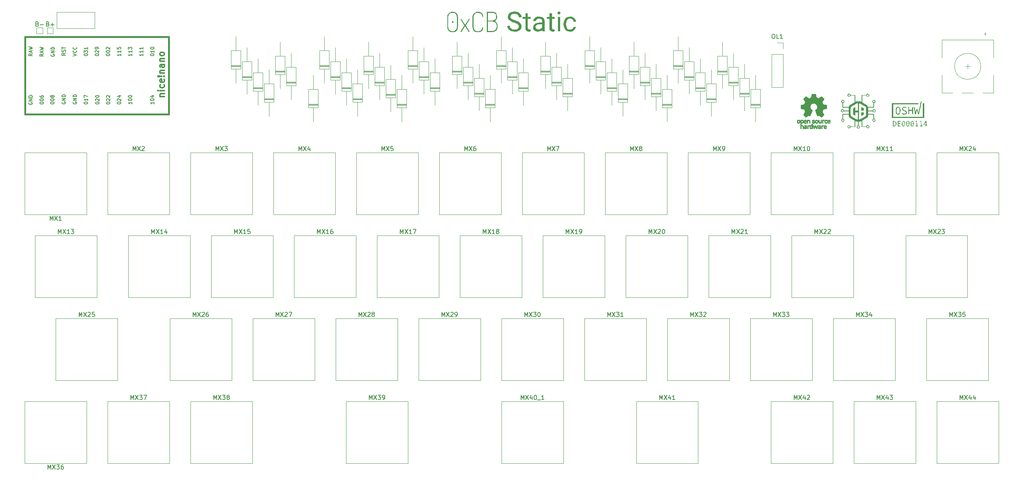
<source format=gbr>
%TF.GenerationSoftware,KiCad,Pcbnew,7.0.2*%
%TF.CreationDate,2023-10-29T18:34:14+01:00*%
%TF.ProjectId,0xcb-static-hs,30786362-2d73-4746-9174-69632d68732e,1.0*%
%TF.SameCoordinates,Original*%
%TF.FileFunction,Legend,Top*%
%TF.FilePolarity,Positive*%
%FSLAX46Y46*%
G04 Gerber Fmt 4.6, Leading zero omitted, Abs format (unit mm)*
G04 Created by KiCad (PCBNEW 7.0.2) date 2023-10-29 18:34:14*
%MOMM*%
%LPD*%
G01*
G04 APERTURE LIST*
%ADD10C,0.150000*%
%ADD11C,0.300000*%
%ADD12C,0.120000*%
%ADD13C,0.381000*%
%ADD14C,0.100000*%
%ADD15C,0.010000*%
%ADD16C,1.752600*%
%ADD17R,1.600000X1.600000*%
%ADD18O,1.600000X1.600000*%
%ADD19C,1.750000*%
%ADD20C,3.050000*%
%ADD21C,4.000000*%
%ADD22R,1.700000X1.700000*%
%ADD23O,1.700000X1.700000*%
%ADD24C,1.524000*%
%ADD25R,1.000000X1.000000*%
%ADD26R,2.000000X2.000000*%
%ADD27C,2.000000*%
%ADD28R,2.000000X3.200000*%
G04 APERTURE END LIST*
D10*
%TO.C,MX22*%
X221758095Y-91522619D02*
X221758095Y-90522619D01*
X221758095Y-90522619D02*
X222091428Y-91236904D01*
X222091428Y-91236904D02*
X222424761Y-90522619D01*
X222424761Y-90522619D02*
X222424761Y-91522619D01*
X222805714Y-90522619D02*
X223472380Y-91522619D01*
X223472380Y-90522619D02*
X222805714Y-91522619D01*
X223805714Y-90617857D02*
X223853333Y-90570238D01*
X223853333Y-90570238D02*
X223948571Y-90522619D01*
X223948571Y-90522619D02*
X224186666Y-90522619D01*
X224186666Y-90522619D02*
X224281904Y-90570238D01*
X224281904Y-90570238D02*
X224329523Y-90617857D01*
X224329523Y-90617857D02*
X224377142Y-90713095D01*
X224377142Y-90713095D02*
X224377142Y-90808333D01*
X224377142Y-90808333D02*
X224329523Y-90951190D01*
X224329523Y-90951190D02*
X223758095Y-91522619D01*
X223758095Y-91522619D02*
X224377142Y-91522619D01*
X224758095Y-90617857D02*
X224805714Y-90570238D01*
X224805714Y-90570238D02*
X224900952Y-90522619D01*
X224900952Y-90522619D02*
X225139047Y-90522619D01*
X225139047Y-90522619D02*
X225234285Y-90570238D01*
X225234285Y-90570238D02*
X225281904Y-90617857D01*
X225281904Y-90617857D02*
X225329523Y-90713095D01*
X225329523Y-90713095D02*
X225329523Y-90808333D01*
X225329523Y-90808333D02*
X225281904Y-90951190D01*
X225281904Y-90951190D02*
X224710476Y-91522619D01*
X224710476Y-91522619D02*
X225329523Y-91522619D01*
%TO.C,MX27*%
X97933095Y-110572619D02*
X97933095Y-109572619D01*
X97933095Y-109572619D02*
X98266428Y-110286904D01*
X98266428Y-110286904D02*
X98599761Y-109572619D01*
X98599761Y-109572619D02*
X98599761Y-110572619D01*
X98980714Y-109572619D02*
X99647380Y-110572619D01*
X99647380Y-109572619D02*
X98980714Y-110572619D01*
X99980714Y-109667857D02*
X100028333Y-109620238D01*
X100028333Y-109620238D02*
X100123571Y-109572619D01*
X100123571Y-109572619D02*
X100361666Y-109572619D01*
X100361666Y-109572619D02*
X100456904Y-109620238D01*
X100456904Y-109620238D02*
X100504523Y-109667857D01*
X100504523Y-109667857D02*
X100552142Y-109763095D01*
X100552142Y-109763095D02*
X100552142Y-109858333D01*
X100552142Y-109858333D02*
X100504523Y-110001190D01*
X100504523Y-110001190D02*
X99933095Y-110572619D01*
X99933095Y-110572619D02*
X100552142Y-110572619D01*
X100885476Y-109572619D02*
X101552142Y-109572619D01*
X101552142Y-109572619D02*
X101123571Y-110572619D01*
%TO.C,U1*%
X69896905Y-61275563D02*
X69896905Y-61732706D01*
X69896905Y-61504134D02*
X69096905Y-61504134D01*
X69096905Y-61504134D02*
X69211190Y-61580325D01*
X69211190Y-61580325D02*
X69287381Y-61656515D01*
X69287381Y-61656515D02*
X69325476Y-61732706D01*
X69096905Y-60780324D02*
X69096905Y-60704134D01*
X69096905Y-60704134D02*
X69135000Y-60627943D01*
X69135000Y-60627943D02*
X69173095Y-60589848D01*
X69173095Y-60589848D02*
X69249286Y-60551753D01*
X69249286Y-60551753D02*
X69401667Y-60513658D01*
X69401667Y-60513658D02*
X69592143Y-60513658D01*
X69592143Y-60513658D02*
X69744524Y-60551753D01*
X69744524Y-60551753D02*
X69820714Y-60589848D01*
X69820714Y-60589848D02*
X69858810Y-60627943D01*
X69858810Y-60627943D02*
X69896905Y-60704134D01*
X69896905Y-60704134D02*
X69896905Y-60780324D01*
X69896905Y-60780324D02*
X69858810Y-60856515D01*
X69858810Y-60856515D02*
X69820714Y-60894610D01*
X69820714Y-60894610D02*
X69744524Y-60932705D01*
X69744524Y-60932705D02*
X69592143Y-60970801D01*
X69592143Y-60970801D02*
X69401667Y-60970801D01*
X69401667Y-60970801D02*
X69249286Y-60932705D01*
X69249286Y-60932705D02*
X69173095Y-60894610D01*
X69173095Y-60894610D02*
X69135000Y-60856515D01*
X69135000Y-60856515D02*
X69096905Y-60780324D01*
X69363571Y-59827943D02*
X69896905Y-59827943D01*
X69058810Y-60018419D02*
X69630238Y-60208896D01*
X69630238Y-60208896D02*
X69630238Y-59713657D01*
X64816905Y-50201182D02*
X64816905Y-50658325D01*
X64816905Y-50429753D02*
X64016905Y-50429753D01*
X64016905Y-50429753D02*
X64131190Y-50505944D01*
X64131190Y-50505944D02*
X64207381Y-50582134D01*
X64207381Y-50582134D02*
X64245476Y-50658325D01*
X64816905Y-49439277D02*
X64816905Y-49896420D01*
X64816905Y-49667848D02*
X64016905Y-49667848D01*
X64016905Y-49667848D02*
X64131190Y-49744039D01*
X64131190Y-49744039D02*
X64207381Y-49820229D01*
X64207381Y-49820229D02*
X64245476Y-49896420D01*
X64016905Y-49172610D02*
X64016905Y-48677372D01*
X64016905Y-48677372D02*
X64321667Y-48944038D01*
X64321667Y-48944038D02*
X64321667Y-48829753D01*
X64321667Y-48829753D02*
X64359762Y-48753562D01*
X64359762Y-48753562D02*
X64397857Y-48715467D01*
X64397857Y-48715467D02*
X64474048Y-48677372D01*
X64474048Y-48677372D02*
X64664524Y-48677372D01*
X64664524Y-48677372D02*
X64740714Y-48715467D01*
X64740714Y-48715467D02*
X64778810Y-48753562D01*
X64778810Y-48753562D02*
X64816905Y-48829753D01*
X64816905Y-48829753D02*
X64816905Y-49058324D01*
X64816905Y-49058324D02*
X64778810Y-49134515D01*
X64778810Y-49134515D02*
X64740714Y-49172610D01*
X49576905Y-50055134D02*
X49195952Y-50321801D01*
X49576905Y-50512277D02*
X48776905Y-50512277D01*
X48776905Y-50512277D02*
X48776905Y-50207515D01*
X48776905Y-50207515D02*
X48815000Y-50131325D01*
X48815000Y-50131325D02*
X48853095Y-50093230D01*
X48853095Y-50093230D02*
X48929286Y-50055134D01*
X48929286Y-50055134D02*
X49043571Y-50055134D01*
X49043571Y-50055134D02*
X49119762Y-50093230D01*
X49119762Y-50093230D02*
X49157857Y-50131325D01*
X49157857Y-50131325D02*
X49195952Y-50207515D01*
X49195952Y-50207515D02*
X49195952Y-50512277D01*
X49538810Y-49750373D02*
X49576905Y-49636087D01*
X49576905Y-49636087D02*
X49576905Y-49445611D01*
X49576905Y-49445611D02*
X49538810Y-49369420D01*
X49538810Y-49369420D02*
X49500714Y-49331325D01*
X49500714Y-49331325D02*
X49424524Y-49293230D01*
X49424524Y-49293230D02*
X49348333Y-49293230D01*
X49348333Y-49293230D02*
X49272143Y-49331325D01*
X49272143Y-49331325D02*
X49234048Y-49369420D01*
X49234048Y-49369420D02*
X49195952Y-49445611D01*
X49195952Y-49445611D02*
X49157857Y-49597992D01*
X49157857Y-49597992D02*
X49119762Y-49674182D01*
X49119762Y-49674182D02*
X49081667Y-49712277D01*
X49081667Y-49712277D02*
X49005476Y-49750373D01*
X49005476Y-49750373D02*
X48929286Y-49750373D01*
X48929286Y-49750373D02*
X48853095Y-49712277D01*
X48853095Y-49712277D02*
X48815000Y-49674182D01*
X48815000Y-49674182D02*
X48776905Y-49597992D01*
X48776905Y-49597992D02*
X48776905Y-49407515D01*
X48776905Y-49407515D02*
X48815000Y-49293230D01*
X48776905Y-49064658D02*
X48776905Y-48607515D01*
X49576905Y-48836087D02*
X48776905Y-48836087D01*
X48815000Y-61275563D02*
X48776905Y-61351753D01*
X48776905Y-61351753D02*
X48776905Y-61466039D01*
X48776905Y-61466039D02*
X48815000Y-61580325D01*
X48815000Y-61580325D02*
X48891190Y-61656515D01*
X48891190Y-61656515D02*
X48967381Y-61694610D01*
X48967381Y-61694610D02*
X49119762Y-61732706D01*
X49119762Y-61732706D02*
X49234048Y-61732706D01*
X49234048Y-61732706D02*
X49386429Y-61694610D01*
X49386429Y-61694610D02*
X49462619Y-61656515D01*
X49462619Y-61656515D02*
X49538810Y-61580325D01*
X49538810Y-61580325D02*
X49576905Y-61466039D01*
X49576905Y-61466039D02*
X49576905Y-61389848D01*
X49576905Y-61389848D02*
X49538810Y-61275563D01*
X49538810Y-61275563D02*
X49500714Y-61237467D01*
X49500714Y-61237467D02*
X49234048Y-61237467D01*
X49234048Y-61237467D02*
X49234048Y-61389848D01*
X49576905Y-60894610D02*
X48776905Y-60894610D01*
X48776905Y-60894610D02*
X49576905Y-60437467D01*
X49576905Y-60437467D02*
X48776905Y-60437467D01*
X49576905Y-60056515D02*
X48776905Y-60056515D01*
X48776905Y-60056515D02*
X48776905Y-59866039D01*
X48776905Y-59866039D02*
X48815000Y-59751753D01*
X48815000Y-59751753D02*
X48891190Y-59675563D01*
X48891190Y-59675563D02*
X48967381Y-59637468D01*
X48967381Y-59637468D02*
X49119762Y-59599372D01*
X49119762Y-59599372D02*
X49234048Y-59599372D01*
X49234048Y-59599372D02*
X49386429Y-59637468D01*
X49386429Y-59637468D02*
X49462619Y-59675563D01*
X49462619Y-59675563D02*
X49538810Y-59751753D01*
X49538810Y-59751753D02*
X49576905Y-59866039D01*
X49576905Y-59866039D02*
X49576905Y-60056515D01*
X46166905Y-61542229D02*
X46166905Y-61466039D01*
X46166905Y-61466039D02*
X46205000Y-61389848D01*
X46205000Y-61389848D02*
X46243095Y-61351753D01*
X46243095Y-61351753D02*
X46319286Y-61313658D01*
X46319286Y-61313658D02*
X46471667Y-61275563D01*
X46471667Y-61275563D02*
X46662143Y-61275563D01*
X46662143Y-61275563D02*
X46814524Y-61313658D01*
X46814524Y-61313658D02*
X46890714Y-61351753D01*
X46890714Y-61351753D02*
X46928810Y-61389848D01*
X46928810Y-61389848D02*
X46966905Y-61466039D01*
X46966905Y-61466039D02*
X46966905Y-61542229D01*
X46966905Y-61542229D02*
X46928810Y-61618420D01*
X46928810Y-61618420D02*
X46890714Y-61656515D01*
X46890714Y-61656515D02*
X46814524Y-61694610D01*
X46814524Y-61694610D02*
X46662143Y-61732706D01*
X46662143Y-61732706D02*
X46471667Y-61732706D01*
X46471667Y-61732706D02*
X46319286Y-61694610D01*
X46319286Y-61694610D02*
X46243095Y-61656515D01*
X46243095Y-61656515D02*
X46205000Y-61618420D01*
X46205000Y-61618420D02*
X46166905Y-61542229D01*
X46166905Y-60780324D02*
X46166905Y-60704134D01*
X46166905Y-60704134D02*
X46205000Y-60627943D01*
X46205000Y-60627943D02*
X46243095Y-60589848D01*
X46243095Y-60589848D02*
X46319286Y-60551753D01*
X46319286Y-60551753D02*
X46471667Y-60513658D01*
X46471667Y-60513658D02*
X46662143Y-60513658D01*
X46662143Y-60513658D02*
X46814524Y-60551753D01*
X46814524Y-60551753D02*
X46890714Y-60589848D01*
X46890714Y-60589848D02*
X46928810Y-60627943D01*
X46928810Y-60627943D02*
X46966905Y-60704134D01*
X46966905Y-60704134D02*
X46966905Y-60780324D01*
X46966905Y-60780324D02*
X46928810Y-60856515D01*
X46928810Y-60856515D02*
X46890714Y-60894610D01*
X46890714Y-60894610D02*
X46814524Y-60932705D01*
X46814524Y-60932705D02*
X46662143Y-60970801D01*
X46662143Y-60970801D02*
X46471667Y-60970801D01*
X46471667Y-60970801D02*
X46319286Y-60932705D01*
X46319286Y-60932705D02*
X46243095Y-60894610D01*
X46243095Y-60894610D02*
X46205000Y-60856515D01*
X46205000Y-60856515D02*
X46166905Y-60780324D01*
X46509762Y-60056515D02*
X46471667Y-60132705D01*
X46471667Y-60132705D02*
X46433571Y-60170800D01*
X46433571Y-60170800D02*
X46357381Y-60208896D01*
X46357381Y-60208896D02*
X46319286Y-60208896D01*
X46319286Y-60208896D02*
X46243095Y-60170800D01*
X46243095Y-60170800D02*
X46205000Y-60132705D01*
X46205000Y-60132705D02*
X46166905Y-60056515D01*
X46166905Y-60056515D02*
X46166905Y-59904134D01*
X46166905Y-59904134D02*
X46205000Y-59827943D01*
X46205000Y-59827943D02*
X46243095Y-59789848D01*
X46243095Y-59789848D02*
X46319286Y-59751753D01*
X46319286Y-59751753D02*
X46357381Y-59751753D01*
X46357381Y-59751753D02*
X46433571Y-59789848D01*
X46433571Y-59789848D02*
X46471667Y-59827943D01*
X46471667Y-59827943D02*
X46509762Y-59904134D01*
X46509762Y-59904134D02*
X46509762Y-60056515D01*
X46509762Y-60056515D02*
X46547857Y-60132705D01*
X46547857Y-60132705D02*
X46585952Y-60170800D01*
X46585952Y-60170800D02*
X46662143Y-60208896D01*
X46662143Y-60208896D02*
X46814524Y-60208896D01*
X46814524Y-60208896D02*
X46890714Y-60170800D01*
X46890714Y-60170800D02*
X46928810Y-60132705D01*
X46928810Y-60132705D02*
X46966905Y-60056515D01*
X46966905Y-60056515D02*
X46966905Y-59904134D01*
X46966905Y-59904134D02*
X46928810Y-59827943D01*
X46928810Y-59827943D02*
X46890714Y-59789848D01*
X46890714Y-59789848D02*
X46814524Y-59751753D01*
X46814524Y-59751753D02*
X46662143Y-59751753D01*
X46662143Y-59751753D02*
X46585952Y-59789848D01*
X46585952Y-59789848D02*
X46547857Y-59827943D01*
X46547857Y-59827943D02*
X46509762Y-59904134D01*
X61476905Y-61542229D02*
X61476905Y-61466039D01*
X61476905Y-61466039D02*
X61515000Y-61389848D01*
X61515000Y-61389848D02*
X61553095Y-61351753D01*
X61553095Y-61351753D02*
X61629286Y-61313658D01*
X61629286Y-61313658D02*
X61781667Y-61275563D01*
X61781667Y-61275563D02*
X61972143Y-61275563D01*
X61972143Y-61275563D02*
X62124524Y-61313658D01*
X62124524Y-61313658D02*
X62200714Y-61351753D01*
X62200714Y-61351753D02*
X62238810Y-61389848D01*
X62238810Y-61389848D02*
X62276905Y-61466039D01*
X62276905Y-61466039D02*
X62276905Y-61542229D01*
X62276905Y-61542229D02*
X62238810Y-61618420D01*
X62238810Y-61618420D02*
X62200714Y-61656515D01*
X62200714Y-61656515D02*
X62124524Y-61694610D01*
X62124524Y-61694610D02*
X61972143Y-61732706D01*
X61972143Y-61732706D02*
X61781667Y-61732706D01*
X61781667Y-61732706D02*
X61629286Y-61694610D01*
X61629286Y-61694610D02*
X61553095Y-61656515D01*
X61553095Y-61656515D02*
X61515000Y-61618420D01*
X61515000Y-61618420D02*
X61476905Y-61542229D01*
X61553095Y-60970801D02*
X61515000Y-60932705D01*
X61515000Y-60932705D02*
X61476905Y-60856515D01*
X61476905Y-60856515D02*
X61476905Y-60666039D01*
X61476905Y-60666039D02*
X61515000Y-60589848D01*
X61515000Y-60589848D02*
X61553095Y-60551753D01*
X61553095Y-60551753D02*
X61629286Y-60513658D01*
X61629286Y-60513658D02*
X61705476Y-60513658D01*
X61705476Y-60513658D02*
X61819762Y-60551753D01*
X61819762Y-60551753D02*
X62276905Y-61008896D01*
X62276905Y-61008896D02*
X62276905Y-60513658D01*
X61743571Y-59827943D02*
X62276905Y-59827943D01*
X61438810Y-60018419D02*
X62010238Y-60208896D01*
X62010238Y-60208896D02*
X62010238Y-59713657D01*
X41956905Y-50169420D02*
X41575952Y-50436087D01*
X41956905Y-50626563D02*
X41156905Y-50626563D01*
X41156905Y-50626563D02*
X41156905Y-50321801D01*
X41156905Y-50321801D02*
X41195000Y-50245611D01*
X41195000Y-50245611D02*
X41233095Y-50207516D01*
X41233095Y-50207516D02*
X41309286Y-50169420D01*
X41309286Y-50169420D02*
X41423571Y-50169420D01*
X41423571Y-50169420D02*
X41499762Y-50207516D01*
X41499762Y-50207516D02*
X41537857Y-50245611D01*
X41537857Y-50245611D02*
X41575952Y-50321801D01*
X41575952Y-50321801D02*
X41575952Y-50626563D01*
X41728333Y-49864659D02*
X41728333Y-49483706D01*
X41956905Y-49940849D02*
X41156905Y-49674182D01*
X41156905Y-49674182D02*
X41956905Y-49407516D01*
X41156905Y-49217040D02*
X41956905Y-49026564D01*
X41956905Y-49026564D02*
X41385476Y-48874183D01*
X41385476Y-48874183D02*
X41956905Y-48721802D01*
X41956905Y-48721802D02*
X41156905Y-48531326D01*
X51355000Y-61275563D02*
X51316905Y-61351753D01*
X51316905Y-61351753D02*
X51316905Y-61466039D01*
X51316905Y-61466039D02*
X51355000Y-61580325D01*
X51355000Y-61580325D02*
X51431190Y-61656515D01*
X51431190Y-61656515D02*
X51507381Y-61694610D01*
X51507381Y-61694610D02*
X51659762Y-61732706D01*
X51659762Y-61732706D02*
X51774048Y-61732706D01*
X51774048Y-61732706D02*
X51926429Y-61694610D01*
X51926429Y-61694610D02*
X52002619Y-61656515D01*
X52002619Y-61656515D02*
X52078810Y-61580325D01*
X52078810Y-61580325D02*
X52116905Y-61466039D01*
X52116905Y-61466039D02*
X52116905Y-61389848D01*
X52116905Y-61389848D02*
X52078810Y-61275563D01*
X52078810Y-61275563D02*
X52040714Y-61237467D01*
X52040714Y-61237467D02*
X51774048Y-61237467D01*
X51774048Y-61237467D02*
X51774048Y-61389848D01*
X52116905Y-60894610D02*
X51316905Y-60894610D01*
X51316905Y-60894610D02*
X52116905Y-60437467D01*
X52116905Y-60437467D02*
X51316905Y-60437467D01*
X52116905Y-60056515D02*
X51316905Y-60056515D01*
X51316905Y-60056515D02*
X51316905Y-59866039D01*
X51316905Y-59866039D02*
X51355000Y-59751753D01*
X51355000Y-59751753D02*
X51431190Y-59675563D01*
X51431190Y-59675563D02*
X51507381Y-59637468D01*
X51507381Y-59637468D02*
X51659762Y-59599372D01*
X51659762Y-59599372D02*
X51774048Y-59599372D01*
X51774048Y-59599372D02*
X51926429Y-59637468D01*
X51926429Y-59637468D02*
X52002619Y-59675563D01*
X52002619Y-59675563D02*
X52078810Y-59751753D01*
X52078810Y-59751753D02*
X52116905Y-59866039D01*
X52116905Y-59866039D02*
X52116905Y-60056515D01*
X58966905Y-61542229D02*
X58966905Y-61466039D01*
X58966905Y-61466039D02*
X59005000Y-61389848D01*
X59005000Y-61389848D02*
X59043095Y-61351753D01*
X59043095Y-61351753D02*
X59119286Y-61313658D01*
X59119286Y-61313658D02*
X59271667Y-61275563D01*
X59271667Y-61275563D02*
X59462143Y-61275563D01*
X59462143Y-61275563D02*
X59614524Y-61313658D01*
X59614524Y-61313658D02*
X59690714Y-61351753D01*
X59690714Y-61351753D02*
X59728810Y-61389848D01*
X59728810Y-61389848D02*
X59766905Y-61466039D01*
X59766905Y-61466039D02*
X59766905Y-61542229D01*
X59766905Y-61542229D02*
X59728810Y-61618420D01*
X59728810Y-61618420D02*
X59690714Y-61656515D01*
X59690714Y-61656515D02*
X59614524Y-61694610D01*
X59614524Y-61694610D02*
X59462143Y-61732706D01*
X59462143Y-61732706D02*
X59271667Y-61732706D01*
X59271667Y-61732706D02*
X59119286Y-61694610D01*
X59119286Y-61694610D02*
X59043095Y-61656515D01*
X59043095Y-61656515D02*
X59005000Y-61618420D01*
X59005000Y-61618420D02*
X58966905Y-61542229D01*
X59043095Y-60970801D02*
X59005000Y-60932705D01*
X59005000Y-60932705D02*
X58966905Y-60856515D01*
X58966905Y-60856515D02*
X58966905Y-60666039D01*
X58966905Y-60666039D02*
X59005000Y-60589848D01*
X59005000Y-60589848D02*
X59043095Y-60551753D01*
X59043095Y-60551753D02*
X59119286Y-60513658D01*
X59119286Y-60513658D02*
X59195476Y-60513658D01*
X59195476Y-60513658D02*
X59309762Y-60551753D01*
X59309762Y-60551753D02*
X59766905Y-61008896D01*
X59766905Y-61008896D02*
X59766905Y-60513658D01*
X59043095Y-60208896D02*
X59005000Y-60170800D01*
X59005000Y-60170800D02*
X58966905Y-60094610D01*
X58966905Y-60094610D02*
X58966905Y-59904134D01*
X58966905Y-59904134D02*
X59005000Y-59827943D01*
X59005000Y-59827943D02*
X59043095Y-59789848D01*
X59043095Y-59789848D02*
X59119286Y-59751753D01*
X59119286Y-59751753D02*
X59195476Y-59751753D01*
X59195476Y-59751753D02*
X59309762Y-59789848D01*
X59309762Y-59789848D02*
X59766905Y-60246991D01*
X59766905Y-60246991D02*
X59766905Y-59751753D01*
D11*
X71252738Y-59986754D02*
X72252738Y-59986754D01*
X71395595Y-59986754D02*
X71324167Y-59915325D01*
X71324167Y-59915325D02*
X71252738Y-59772468D01*
X71252738Y-59772468D02*
X71252738Y-59558182D01*
X71252738Y-59558182D02*
X71324167Y-59415325D01*
X71324167Y-59415325D02*
X71467024Y-59343897D01*
X71467024Y-59343897D02*
X72252738Y-59343897D01*
X72252738Y-58629611D02*
X71252738Y-58629611D01*
X70752738Y-58629611D02*
X70824167Y-58701039D01*
X70824167Y-58701039D02*
X70895595Y-58629611D01*
X70895595Y-58629611D02*
X70824167Y-58558182D01*
X70824167Y-58558182D02*
X70752738Y-58629611D01*
X70752738Y-58629611D02*
X70895595Y-58629611D01*
X72181310Y-57272468D02*
X72252738Y-57415325D01*
X72252738Y-57415325D02*
X72252738Y-57701039D01*
X72252738Y-57701039D02*
X72181310Y-57843896D01*
X72181310Y-57843896D02*
X72109881Y-57915325D01*
X72109881Y-57915325D02*
X71967024Y-57986753D01*
X71967024Y-57986753D02*
X71538452Y-57986753D01*
X71538452Y-57986753D02*
X71395595Y-57915325D01*
X71395595Y-57915325D02*
X71324167Y-57843896D01*
X71324167Y-57843896D02*
X71252738Y-57701039D01*
X71252738Y-57701039D02*
X71252738Y-57415325D01*
X71252738Y-57415325D02*
X71324167Y-57272468D01*
X72181310Y-56058182D02*
X72252738Y-56201039D01*
X72252738Y-56201039D02*
X72252738Y-56486754D01*
X72252738Y-56486754D02*
X72181310Y-56629611D01*
X72181310Y-56629611D02*
X72038452Y-56701039D01*
X72038452Y-56701039D02*
X71467024Y-56701039D01*
X71467024Y-56701039D02*
X71324167Y-56629611D01*
X71324167Y-56629611D02*
X71252738Y-56486754D01*
X71252738Y-56486754D02*
X71252738Y-56201039D01*
X71252738Y-56201039D02*
X71324167Y-56058182D01*
X71324167Y-56058182D02*
X71467024Y-55986754D01*
X71467024Y-55986754D02*
X71609881Y-55986754D01*
X71609881Y-55986754D02*
X71752738Y-56701039D01*
X72109881Y-55343897D02*
X72181310Y-55272468D01*
X72181310Y-55272468D02*
X72252738Y-55343897D01*
X72252738Y-55343897D02*
X72181310Y-55415325D01*
X72181310Y-55415325D02*
X72109881Y-55343897D01*
X72109881Y-55343897D02*
X72252738Y-55343897D01*
X71681310Y-55343897D02*
X70824167Y-55415325D01*
X70824167Y-55415325D02*
X70752738Y-55343897D01*
X70752738Y-55343897D02*
X70824167Y-55272468D01*
X70824167Y-55272468D02*
X71681310Y-55343897D01*
X71681310Y-55343897D02*
X70752738Y-55343897D01*
X71252738Y-54629611D02*
X72252738Y-54629611D01*
X71395595Y-54629611D02*
X71324167Y-54558182D01*
X71324167Y-54558182D02*
X71252738Y-54415325D01*
X71252738Y-54415325D02*
X71252738Y-54201039D01*
X71252738Y-54201039D02*
X71324167Y-54058182D01*
X71324167Y-54058182D02*
X71467024Y-53986754D01*
X71467024Y-53986754D02*
X72252738Y-53986754D01*
X72252738Y-52629611D02*
X71467024Y-52629611D01*
X71467024Y-52629611D02*
X71324167Y-52701039D01*
X71324167Y-52701039D02*
X71252738Y-52843896D01*
X71252738Y-52843896D02*
X71252738Y-53129611D01*
X71252738Y-53129611D02*
X71324167Y-53272468D01*
X72181310Y-52629611D02*
X72252738Y-52772468D01*
X72252738Y-52772468D02*
X72252738Y-53129611D01*
X72252738Y-53129611D02*
X72181310Y-53272468D01*
X72181310Y-53272468D02*
X72038452Y-53343896D01*
X72038452Y-53343896D02*
X71895595Y-53343896D01*
X71895595Y-53343896D02*
X71752738Y-53272468D01*
X71752738Y-53272468D02*
X71681310Y-53129611D01*
X71681310Y-53129611D02*
X71681310Y-52772468D01*
X71681310Y-52772468D02*
X71609881Y-52629611D01*
X71252738Y-51915325D02*
X72252738Y-51915325D01*
X71395595Y-51915325D02*
X71324167Y-51843896D01*
X71324167Y-51843896D02*
X71252738Y-51701039D01*
X71252738Y-51701039D02*
X71252738Y-51486753D01*
X71252738Y-51486753D02*
X71324167Y-51343896D01*
X71324167Y-51343896D02*
X71467024Y-51272468D01*
X71467024Y-51272468D02*
X72252738Y-51272468D01*
X72252738Y-50343896D02*
X72181310Y-50486753D01*
X72181310Y-50486753D02*
X72109881Y-50558182D01*
X72109881Y-50558182D02*
X71967024Y-50629610D01*
X71967024Y-50629610D02*
X71538452Y-50629610D01*
X71538452Y-50629610D02*
X71395595Y-50558182D01*
X71395595Y-50558182D02*
X71324167Y-50486753D01*
X71324167Y-50486753D02*
X71252738Y-50343896D01*
X71252738Y-50343896D02*
X71252738Y-50129610D01*
X71252738Y-50129610D02*
X71324167Y-49986753D01*
X71324167Y-49986753D02*
X71395595Y-49915325D01*
X71395595Y-49915325D02*
X71538452Y-49843896D01*
X71538452Y-49843896D02*
X71967024Y-49843896D01*
X71967024Y-49843896D02*
X72109881Y-49915325D01*
X72109881Y-49915325D02*
X72181310Y-49986753D01*
X72181310Y-49986753D02*
X72252738Y-50129610D01*
X72252738Y-50129610D02*
X72252738Y-50343896D01*
D10*
X41195000Y-61402563D02*
X41156905Y-61478753D01*
X41156905Y-61478753D02*
X41156905Y-61593039D01*
X41156905Y-61593039D02*
X41195000Y-61707325D01*
X41195000Y-61707325D02*
X41271190Y-61783515D01*
X41271190Y-61783515D02*
X41347381Y-61821610D01*
X41347381Y-61821610D02*
X41499762Y-61859706D01*
X41499762Y-61859706D02*
X41614048Y-61859706D01*
X41614048Y-61859706D02*
X41766429Y-61821610D01*
X41766429Y-61821610D02*
X41842619Y-61783515D01*
X41842619Y-61783515D02*
X41918810Y-61707325D01*
X41918810Y-61707325D02*
X41956905Y-61593039D01*
X41956905Y-61593039D02*
X41956905Y-61516848D01*
X41956905Y-61516848D02*
X41918810Y-61402563D01*
X41918810Y-61402563D02*
X41880714Y-61364467D01*
X41880714Y-61364467D02*
X41614048Y-61364467D01*
X41614048Y-61364467D02*
X41614048Y-61516848D01*
X41956905Y-61021610D02*
X41156905Y-61021610D01*
X41156905Y-61021610D02*
X41956905Y-60564467D01*
X41956905Y-60564467D02*
X41156905Y-60564467D01*
X41956905Y-60183515D02*
X41156905Y-60183515D01*
X41156905Y-60183515D02*
X41156905Y-59993039D01*
X41156905Y-59993039D02*
X41195000Y-59878753D01*
X41195000Y-59878753D02*
X41271190Y-59802563D01*
X41271190Y-59802563D02*
X41347381Y-59764468D01*
X41347381Y-59764468D02*
X41499762Y-59726372D01*
X41499762Y-59726372D02*
X41614048Y-59726372D01*
X41614048Y-59726372D02*
X41766429Y-59764468D01*
X41766429Y-59764468D02*
X41842619Y-59802563D01*
X41842619Y-59802563D02*
X41918810Y-59878753D01*
X41918810Y-59878753D02*
X41956905Y-59993039D01*
X41956905Y-59993039D02*
X41956905Y-60183515D01*
X46275000Y-50359896D02*
X46236905Y-50436086D01*
X46236905Y-50436086D02*
X46236905Y-50550372D01*
X46236905Y-50550372D02*
X46275000Y-50664658D01*
X46275000Y-50664658D02*
X46351190Y-50740848D01*
X46351190Y-50740848D02*
X46427381Y-50778943D01*
X46427381Y-50778943D02*
X46579762Y-50817039D01*
X46579762Y-50817039D02*
X46694048Y-50817039D01*
X46694048Y-50817039D02*
X46846429Y-50778943D01*
X46846429Y-50778943D02*
X46922619Y-50740848D01*
X46922619Y-50740848D02*
X46998810Y-50664658D01*
X46998810Y-50664658D02*
X47036905Y-50550372D01*
X47036905Y-50550372D02*
X47036905Y-50474181D01*
X47036905Y-50474181D02*
X46998810Y-50359896D01*
X46998810Y-50359896D02*
X46960714Y-50321800D01*
X46960714Y-50321800D02*
X46694048Y-50321800D01*
X46694048Y-50321800D02*
X46694048Y-50474181D01*
X47036905Y-49978943D02*
X46236905Y-49978943D01*
X46236905Y-49978943D02*
X47036905Y-49521800D01*
X47036905Y-49521800D02*
X46236905Y-49521800D01*
X47036905Y-49140848D02*
X46236905Y-49140848D01*
X46236905Y-49140848D02*
X46236905Y-48950372D01*
X46236905Y-48950372D02*
X46275000Y-48836086D01*
X46275000Y-48836086D02*
X46351190Y-48759896D01*
X46351190Y-48759896D02*
X46427381Y-48721801D01*
X46427381Y-48721801D02*
X46579762Y-48683705D01*
X46579762Y-48683705D02*
X46694048Y-48683705D01*
X46694048Y-48683705D02*
X46846429Y-48721801D01*
X46846429Y-48721801D02*
X46922619Y-48759896D01*
X46922619Y-48759896D02*
X46998810Y-48836086D01*
X46998810Y-48836086D02*
X47036905Y-48950372D01*
X47036905Y-48950372D02*
X47036905Y-49140848D01*
X51316905Y-50734515D02*
X52116905Y-50467848D01*
X52116905Y-50467848D02*
X51316905Y-50201182D01*
X52040714Y-49477372D02*
X52078810Y-49515468D01*
X52078810Y-49515468D02*
X52116905Y-49629753D01*
X52116905Y-49629753D02*
X52116905Y-49705944D01*
X52116905Y-49705944D02*
X52078810Y-49820230D01*
X52078810Y-49820230D02*
X52002619Y-49896420D01*
X52002619Y-49896420D02*
X51926429Y-49934515D01*
X51926429Y-49934515D02*
X51774048Y-49972611D01*
X51774048Y-49972611D02*
X51659762Y-49972611D01*
X51659762Y-49972611D02*
X51507381Y-49934515D01*
X51507381Y-49934515D02*
X51431190Y-49896420D01*
X51431190Y-49896420D02*
X51355000Y-49820230D01*
X51355000Y-49820230D02*
X51316905Y-49705944D01*
X51316905Y-49705944D02*
X51316905Y-49629753D01*
X51316905Y-49629753D02*
X51355000Y-49515468D01*
X51355000Y-49515468D02*
X51393095Y-49477372D01*
X52040714Y-48677372D02*
X52078810Y-48715468D01*
X52078810Y-48715468D02*
X52116905Y-48829753D01*
X52116905Y-48829753D02*
X52116905Y-48905944D01*
X52116905Y-48905944D02*
X52078810Y-49020230D01*
X52078810Y-49020230D02*
X52002619Y-49096420D01*
X52002619Y-49096420D02*
X51926429Y-49134515D01*
X51926429Y-49134515D02*
X51774048Y-49172611D01*
X51774048Y-49172611D02*
X51659762Y-49172611D01*
X51659762Y-49172611D02*
X51507381Y-49134515D01*
X51507381Y-49134515D02*
X51431190Y-49096420D01*
X51431190Y-49096420D02*
X51355000Y-49020230D01*
X51355000Y-49020230D02*
X51316905Y-48905944D01*
X51316905Y-48905944D02*
X51316905Y-48829753D01*
X51316905Y-48829753D02*
X51355000Y-48715468D01*
X51355000Y-48715468D02*
X51393095Y-48677372D01*
X43696905Y-61542229D02*
X43696905Y-61466039D01*
X43696905Y-61466039D02*
X43735000Y-61389848D01*
X43735000Y-61389848D02*
X43773095Y-61351753D01*
X43773095Y-61351753D02*
X43849286Y-61313658D01*
X43849286Y-61313658D02*
X44001667Y-61275563D01*
X44001667Y-61275563D02*
X44192143Y-61275563D01*
X44192143Y-61275563D02*
X44344524Y-61313658D01*
X44344524Y-61313658D02*
X44420714Y-61351753D01*
X44420714Y-61351753D02*
X44458810Y-61389848D01*
X44458810Y-61389848D02*
X44496905Y-61466039D01*
X44496905Y-61466039D02*
X44496905Y-61542229D01*
X44496905Y-61542229D02*
X44458810Y-61618420D01*
X44458810Y-61618420D02*
X44420714Y-61656515D01*
X44420714Y-61656515D02*
X44344524Y-61694610D01*
X44344524Y-61694610D02*
X44192143Y-61732706D01*
X44192143Y-61732706D02*
X44001667Y-61732706D01*
X44001667Y-61732706D02*
X43849286Y-61694610D01*
X43849286Y-61694610D02*
X43773095Y-61656515D01*
X43773095Y-61656515D02*
X43735000Y-61618420D01*
X43735000Y-61618420D02*
X43696905Y-61542229D01*
X43696905Y-60780324D02*
X43696905Y-60704134D01*
X43696905Y-60704134D02*
X43735000Y-60627943D01*
X43735000Y-60627943D02*
X43773095Y-60589848D01*
X43773095Y-60589848D02*
X43849286Y-60551753D01*
X43849286Y-60551753D02*
X44001667Y-60513658D01*
X44001667Y-60513658D02*
X44192143Y-60513658D01*
X44192143Y-60513658D02*
X44344524Y-60551753D01*
X44344524Y-60551753D02*
X44420714Y-60589848D01*
X44420714Y-60589848D02*
X44458810Y-60627943D01*
X44458810Y-60627943D02*
X44496905Y-60704134D01*
X44496905Y-60704134D02*
X44496905Y-60780324D01*
X44496905Y-60780324D02*
X44458810Y-60856515D01*
X44458810Y-60856515D02*
X44420714Y-60894610D01*
X44420714Y-60894610D02*
X44344524Y-60932705D01*
X44344524Y-60932705D02*
X44192143Y-60970801D01*
X44192143Y-60970801D02*
X44001667Y-60970801D01*
X44001667Y-60970801D02*
X43849286Y-60932705D01*
X43849286Y-60932705D02*
X43773095Y-60894610D01*
X43773095Y-60894610D02*
X43735000Y-60856515D01*
X43735000Y-60856515D02*
X43696905Y-60780324D01*
X43696905Y-59827943D02*
X43696905Y-59980324D01*
X43696905Y-59980324D02*
X43735000Y-60056515D01*
X43735000Y-60056515D02*
X43773095Y-60094610D01*
X43773095Y-60094610D02*
X43887381Y-60170800D01*
X43887381Y-60170800D02*
X44039762Y-60208896D01*
X44039762Y-60208896D02*
X44344524Y-60208896D01*
X44344524Y-60208896D02*
X44420714Y-60170800D01*
X44420714Y-60170800D02*
X44458810Y-60132705D01*
X44458810Y-60132705D02*
X44496905Y-60056515D01*
X44496905Y-60056515D02*
X44496905Y-59904134D01*
X44496905Y-59904134D02*
X44458810Y-59827943D01*
X44458810Y-59827943D02*
X44420714Y-59789848D01*
X44420714Y-59789848D02*
X44344524Y-59751753D01*
X44344524Y-59751753D02*
X44154048Y-59751753D01*
X44154048Y-59751753D02*
X44077857Y-59789848D01*
X44077857Y-59789848D02*
X44039762Y-59827943D01*
X44039762Y-59827943D02*
X44001667Y-59904134D01*
X44001667Y-59904134D02*
X44001667Y-60056515D01*
X44001667Y-60056515D02*
X44039762Y-60132705D01*
X44039762Y-60132705D02*
X44077857Y-60170800D01*
X44077857Y-60170800D02*
X44154048Y-60208896D01*
X58936905Y-50467848D02*
X58936905Y-50391658D01*
X58936905Y-50391658D02*
X58975000Y-50315467D01*
X58975000Y-50315467D02*
X59013095Y-50277372D01*
X59013095Y-50277372D02*
X59089286Y-50239277D01*
X59089286Y-50239277D02*
X59241667Y-50201182D01*
X59241667Y-50201182D02*
X59432143Y-50201182D01*
X59432143Y-50201182D02*
X59584524Y-50239277D01*
X59584524Y-50239277D02*
X59660714Y-50277372D01*
X59660714Y-50277372D02*
X59698810Y-50315467D01*
X59698810Y-50315467D02*
X59736905Y-50391658D01*
X59736905Y-50391658D02*
X59736905Y-50467848D01*
X59736905Y-50467848D02*
X59698810Y-50544039D01*
X59698810Y-50544039D02*
X59660714Y-50582134D01*
X59660714Y-50582134D02*
X59584524Y-50620229D01*
X59584524Y-50620229D02*
X59432143Y-50658325D01*
X59432143Y-50658325D02*
X59241667Y-50658325D01*
X59241667Y-50658325D02*
X59089286Y-50620229D01*
X59089286Y-50620229D02*
X59013095Y-50582134D01*
X59013095Y-50582134D02*
X58975000Y-50544039D01*
X58975000Y-50544039D02*
X58936905Y-50467848D01*
X58936905Y-49705943D02*
X58936905Y-49629753D01*
X58936905Y-49629753D02*
X58975000Y-49553562D01*
X58975000Y-49553562D02*
X59013095Y-49515467D01*
X59013095Y-49515467D02*
X59089286Y-49477372D01*
X59089286Y-49477372D02*
X59241667Y-49439277D01*
X59241667Y-49439277D02*
X59432143Y-49439277D01*
X59432143Y-49439277D02*
X59584524Y-49477372D01*
X59584524Y-49477372D02*
X59660714Y-49515467D01*
X59660714Y-49515467D02*
X59698810Y-49553562D01*
X59698810Y-49553562D02*
X59736905Y-49629753D01*
X59736905Y-49629753D02*
X59736905Y-49705943D01*
X59736905Y-49705943D02*
X59698810Y-49782134D01*
X59698810Y-49782134D02*
X59660714Y-49820229D01*
X59660714Y-49820229D02*
X59584524Y-49858324D01*
X59584524Y-49858324D02*
X59432143Y-49896420D01*
X59432143Y-49896420D02*
X59241667Y-49896420D01*
X59241667Y-49896420D02*
X59089286Y-49858324D01*
X59089286Y-49858324D02*
X59013095Y-49820229D01*
X59013095Y-49820229D02*
X58975000Y-49782134D01*
X58975000Y-49782134D02*
X58936905Y-49705943D01*
X59013095Y-49134515D02*
X58975000Y-49096419D01*
X58975000Y-49096419D02*
X58936905Y-49020229D01*
X58936905Y-49020229D02*
X58936905Y-48829753D01*
X58936905Y-48829753D02*
X58975000Y-48753562D01*
X58975000Y-48753562D02*
X59013095Y-48715467D01*
X59013095Y-48715467D02*
X59089286Y-48677372D01*
X59089286Y-48677372D02*
X59165476Y-48677372D01*
X59165476Y-48677372D02*
X59279762Y-48715467D01*
X59279762Y-48715467D02*
X59736905Y-49172610D01*
X59736905Y-49172610D02*
X59736905Y-48677372D01*
X64816905Y-61275563D02*
X64816905Y-61732706D01*
X64816905Y-61504134D02*
X64016905Y-61504134D01*
X64016905Y-61504134D02*
X64131190Y-61580325D01*
X64131190Y-61580325D02*
X64207381Y-61656515D01*
X64207381Y-61656515D02*
X64245476Y-61732706D01*
X64016905Y-60780324D02*
X64016905Y-60704134D01*
X64016905Y-60704134D02*
X64055000Y-60627943D01*
X64055000Y-60627943D02*
X64093095Y-60589848D01*
X64093095Y-60589848D02*
X64169286Y-60551753D01*
X64169286Y-60551753D02*
X64321667Y-60513658D01*
X64321667Y-60513658D02*
X64512143Y-60513658D01*
X64512143Y-60513658D02*
X64664524Y-60551753D01*
X64664524Y-60551753D02*
X64740714Y-60589848D01*
X64740714Y-60589848D02*
X64778810Y-60627943D01*
X64778810Y-60627943D02*
X64816905Y-60704134D01*
X64816905Y-60704134D02*
X64816905Y-60780324D01*
X64816905Y-60780324D02*
X64778810Y-60856515D01*
X64778810Y-60856515D02*
X64740714Y-60894610D01*
X64740714Y-60894610D02*
X64664524Y-60932705D01*
X64664524Y-60932705D02*
X64512143Y-60970801D01*
X64512143Y-60970801D02*
X64321667Y-60970801D01*
X64321667Y-60970801D02*
X64169286Y-60932705D01*
X64169286Y-60932705D02*
X64093095Y-60894610D01*
X64093095Y-60894610D02*
X64055000Y-60856515D01*
X64055000Y-60856515D02*
X64016905Y-60780324D01*
X64016905Y-60018419D02*
X64016905Y-59942229D01*
X64016905Y-59942229D02*
X64055000Y-59866038D01*
X64055000Y-59866038D02*
X64093095Y-59827943D01*
X64093095Y-59827943D02*
X64169286Y-59789848D01*
X64169286Y-59789848D02*
X64321667Y-59751753D01*
X64321667Y-59751753D02*
X64512143Y-59751753D01*
X64512143Y-59751753D02*
X64664524Y-59789848D01*
X64664524Y-59789848D02*
X64740714Y-59827943D01*
X64740714Y-59827943D02*
X64778810Y-59866038D01*
X64778810Y-59866038D02*
X64816905Y-59942229D01*
X64816905Y-59942229D02*
X64816905Y-60018419D01*
X64816905Y-60018419D02*
X64778810Y-60094610D01*
X64778810Y-60094610D02*
X64740714Y-60132705D01*
X64740714Y-60132705D02*
X64664524Y-60170800D01*
X64664524Y-60170800D02*
X64512143Y-60208896D01*
X64512143Y-60208896D02*
X64321667Y-60208896D01*
X64321667Y-60208896D02*
X64169286Y-60170800D01*
X64169286Y-60170800D02*
X64093095Y-60132705D01*
X64093095Y-60132705D02*
X64055000Y-60094610D01*
X64055000Y-60094610D02*
X64016905Y-60018419D01*
X56466905Y-61542229D02*
X56466905Y-61466039D01*
X56466905Y-61466039D02*
X56505000Y-61389848D01*
X56505000Y-61389848D02*
X56543095Y-61351753D01*
X56543095Y-61351753D02*
X56619286Y-61313658D01*
X56619286Y-61313658D02*
X56771667Y-61275563D01*
X56771667Y-61275563D02*
X56962143Y-61275563D01*
X56962143Y-61275563D02*
X57114524Y-61313658D01*
X57114524Y-61313658D02*
X57190714Y-61351753D01*
X57190714Y-61351753D02*
X57228810Y-61389848D01*
X57228810Y-61389848D02*
X57266905Y-61466039D01*
X57266905Y-61466039D02*
X57266905Y-61542229D01*
X57266905Y-61542229D02*
X57228810Y-61618420D01*
X57228810Y-61618420D02*
X57190714Y-61656515D01*
X57190714Y-61656515D02*
X57114524Y-61694610D01*
X57114524Y-61694610D02*
X56962143Y-61732706D01*
X56962143Y-61732706D02*
X56771667Y-61732706D01*
X56771667Y-61732706D02*
X56619286Y-61694610D01*
X56619286Y-61694610D02*
X56543095Y-61656515D01*
X56543095Y-61656515D02*
X56505000Y-61618420D01*
X56505000Y-61618420D02*
X56466905Y-61542229D01*
X56543095Y-60970801D02*
X56505000Y-60932705D01*
X56505000Y-60932705D02*
X56466905Y-60856515D01*
X56466905Y-60856515D02*
X56466905Y-60666039D01*
X56466905Y-60666039D02*
X56505000Y-60589848D01*
X56505000Y-60589848D02*
X56543095Y-60551753D01*
X56543095Y-60551753D02*
X56619286Y-60513658D01*
X56619286Y-60513658D02*
X56695476Y-60513658D01*
X56695476Y-60513658D02*
X56809762Y-60551753D01*
X56809762Y-60551753D02*
X57266905Y-61008896D01*
X57266905Y-61008896D02*
X57266905Y-60513658D01*
X56466905Y-60018419D02*
X56466905Y-59942229D01*
X56466905Y-59942229D02*
X56505000Y-59866038D01*
X56505000Y-59866038D02*
X56543095Y-59827943D01*
X56543095Y-59827943D02*
X56619286Y-59789848D01*
X56619286Y-59789848D02*
X56771667Y-59751753D01*
X56771667Y-59751753D02*
X56962143Y-59751753D01*
X56962143Y-59751753D02*
X57114524Y-59789848D01*
X57114524Y-59789848D02*
X57190714Y-59827943D01*
X57190714Y-59827943D02*
X57228810Y-59866038D01*
X57228810Y-59866038D02*
X57266905Y-59942229D01*
X57266905Y-59942229D02*
X57266905Y-60018419D01*
X57266905Y-60018419D02*
X57228810Y-60094610D01*
X57228810Y-60094610D02*
X57190714Y-60132705D01*
X57190714Y-60132705D02*
X57114524Y-60170800D01*
X57114524Y-60170800D02*
X56962143Y-60208896D01*
X56962143Y-60208896D02*
X56771667Y-60208896D01*
X56771667Y-60208896D02*
X56619286Y-60170800D01*
X56619286Y-60170800D02*
X56543095Y-60132705D01*
X56543095Y-60132705D02*
X56505000Y-60094610D01*
X56505000Y-60094610D02*
X56466905Y-60018419D01*
X44496905Y-50283705D02*
X44115952Y-50550372D01*
X44496905Y-50740848D02*
X43696905Y-50740848D01*
X43696905Y-50740848D02*
X43696905Y-50436086D01*
X43696905Y-50436086D02*
X43735000Y-50359896D01*
X43735000Y-50359896D02*
X43773095Y-50321801D01*
X43773095Y-50321801D02*
X43849286Y-50283705D01*
X43849286Y-50283705D02*
X43963571Y-50283705D01*
X43963571Y-50283705D02*
X44039762Y-50321801D01*
X44039762Y-50321801D02*
X44077857Y-50359896D01*
X44077857Y-50359896D02*
X44115952Y-50436086D01*
X44115952Y-50436086D02*
X44115952Y-50740848D01*
X44268333Y-49978944D02*
X44268333Y-49597991D01*
X44496905Y-50055134D02*
X43696905Y-49788467D01*
X43696905Y-49788467D02*
X44496905Y-49521801D01*
X43696905Y-49331325D02*
X44496905Y-49140849D01*
X44496905Y-49140849D02*
X43925476Y-48988468D01*
X43925476Y-48988468D02*
X44496905Y-48836087D01*
X44496905Y-48836087D02*
X43696905Y-48645611D01*
X67356905Y-50201182D02*
X67356905Y-50658325D01*
X67356905Y-50429753D02*
X66556905Y-50429753D01*
X66556905Y-50429753D02*
X66671190Y-50505944D01*
X66671190Y-50505944D02*
X66747381Y-50582134D01*
X66747381Y-50582134D02*
X66785476Y-50658325D01*
X67356905Y-49439277D02*
X67356905Y-49896420D01*
X67356905Y-49667848D02*
X66556905Y-49667848D01*
X66556905Y-49667848D02*
X66671190Y-49744039D01*
X66671190Y-49744039D02*
X66747381Y-49820229D01*
X66747381Y-49820229D02*
X66785476Y-49896420D01*
X67356905Y-48677372D02*
X67356905Y-49134515D01*
X67356905Y-48905943D02*
X66556905Y-48905943D01*
X66556905Y-48905943D02*
X66671190Y-48982134D01*
X66671190Y-48982134D02*
X66747381Y-49058324D01*
X66747381Y-49058324D02*
X66785476Y-49134515D01*
X56396905Y-50467848D02*
X56396905Y-50391658D01*
X56396905Y-50391658D02*
X56435000Y-50315467D01*
X56435000Y-50315467D02*
X56473095Y-50277372D01*
X56473095Y-50277372D02*
X56549286Y-50239277D01*
X56549286Y-50239277D02*
X56701667Y-50201182D01*
X56701667Y-50201182D02*
X56892143Y-50201182D01*
X56892143Y-50201182D02*
X57044524Y-50239277D01*
X57044524Y-50239277D02*
X57120714Y-50277372D01*
X57120714Y-50277372D02*
X57158810Y-50315467D01*
X57158810Y-50315467D02*
X57196905Y-50391658D01*
X57196905Y-50391658D02*
X57196905Y-50467848D01*
X57196905Y-50467848D02*
X57158810Y-50544039D01*
X57158810Y-50544039D02*
X57120714Y-50582134D01*
X57120714Y-50582134D02*
X57044524Y-50620229D01*
X57044524Y-50620229D02*
X56892143Y-50658325D01*
X56892143Y-50658325D02*
X56701667Y-50658325D01*
X56701667Y-50658325D02*
X56549286Y-50620229D01*
X56549286Y-50620229D02*
X56473095Y-50582134D01*
X56473095Y-50582134D02*
X56435000Y-50544039D01*
X56435000Y-50544039D02*
X56396905Y-50467848D01*
X56473095Y-49896420D02*
X56435000Y-49858324D01*
X56435000Y-49858324D02*
X56396905Y-49782134D01*
X56396905Y-49782134D02*
X56396905Y-49591658D01*
X56396905Y-49591658D02*
X56435000Y-49515467D01*
X56435000Y-49515467D02*
X56473095Y-49477372D01*
X56473095Y-49477372D02*
X56549286Y-49439277D01*
X56549286Y-49439277D02*
X56625476Y-49439277D01*
X56625476Y-49439277D02*
X56739762Y-49477372D01*
X56739762Y-49477372D02*
X57196905Y-49934515D01*
X57196905Y-49934515D02*
X57196905Y-49439277D01*
X57196905Y-49058324D02*
X57196905Y-48905943D01*
X57196905Y-48905943D02*
X57158810Y-48829753D01*
X57158810Y-48829753D02*
X57120714Y-48791657D01*
X57120714Y-48791657D02*
X57006429Y-48715467D01*
X57006429Y-48715467D02*
X56854048Y-48677372D01*
X56854048Y-48677372D02*
X56549286Y-48677372D01*
X56549286Y-48677372D02*
X56473095Y-48715467D01*
X56473095Y-48715467D02*
X56435000Y-48753562D01*
X56435000Y-48753562D02*
X56396905Y-48829753D01*
X56396905Y-48829753D02*
X56396905Y-48982134D01*
X56396905Y-48982134D02*
X56435000Y-49058324D01*
X56435000Y-49058324D02*
X56473095Y-49096419D01*
X56473095Y-49096419D02*
X56549286Y-49134515D01*
X56549286Y-49134515D02*
X56739762Y-49134515D01*
X56739762Y-49134515D02*
X56815952Y-49096419D01*
X56815952Y-49096419D02*
X56854048Y-49058324D01*
X56854048Y-49058324D02*
X56892143Y-48982134D01*
X56892143Y-48982134D02*
X56892143Y-48829753D01*
X56892143Y-48829753D02*
X56854048Y-48753562D01*
X56854048Y-48753562D02*
X56815952Y-48715467D01*
X56815952Y-48715467D02*
X56739762Y-48677372D01*
X53856905Y-50467848D02*
X53856905Y-50391658D01*
X53856905Y-50391658D02*
X53895000Y-50315467D01*
X53895000Y-50315467D02*
X53933095Y-50277372D01*
X53933095Y-50277372D02*
X54009286Y-50239277D01*
X54009286Y-50239277D02*
X54161667Y-50201182D01*
X54161667Y-50201182D02*
X54352143Y-50201182D01*
X54352143Y-50201182D02*
X54504524Y-50239277D01*
X54504524Y-50239277D02*
X54580714Y-50277372D01*
X54580714Y-50277372D02*
X54618810Y-50315467D01*
X54618810Y-50315467D02*
X54656905Y-50391658D01*
X54656905Y-50391658D02*
X54656905Y-50467848D01*
X54656905Y-50467848D02*
X54618810Y-50544039D01*
X54618810Y-50544039D02*
X54580714Y-50582134D01*
X54580714Y-50582134D02*
X54504524Y-50620229D01*
X54504524Y-50620229D02*
X54352143Y-50658325D01*
X54352143Y-50658325D02*
X54161667Y-50658325D01*
X54161667Y-50658325D02*
X54009286Y-50620229D01*
X54009286Y-50620229D02*
X53933095Y-50582134D01*
X53933095Y-50582134D02*
X53895000Y-50544039D01*
X53895000Y-50544039D02*
X53856905Y-50467848D01*
X53856905Y-49934515D02*
X53856905Y-49439277D01*
X53856905Y-49439277D02*
X54161667Y-49705943D01*
X54161667Y-49705943D02*
X54161667Y-49591658D01*
X54161667Y-49591658D02*
X54199762Y-49515467D01*
X54199762Y-49515467D02*
X54237857Y-49477372D01*
X54237857Y-49477372D02*
X54314048Y-49439277D01*
X54314048Y-49439277D02*
X54504524Y-49439277D01*
X54504524Y-49439277D02*
X54580714Y-49477372D01*
X54580714Y-49477372D02*
X54618810Y-49515467D01*
X54618810Y-49515467D02*
X54656905Y-49591658D01*
X54656905Y-49591658D02*
X54656905Y-49820229D01*
X54656905Y-49820229D02*
X54618810Y-49896420D01*
X54618810Y-49896420D02*
X54580714Y-49934515D01*
X54656905Y-48677372D02*
X54656905Y-49134515D01*
X54656905Y-48905943D02*
X53856905Y-48905943D01*
X53856905Y-48905943D02*
X53971190Y-48982134D01*
X53971190Y-48982134D02*
X54047381Y-49058324D01*
X54047381Y-49058324D02*
X54085476Y-49134515D01*
X69096905Y-50467848D02*
X69096905Y-50391658D01*
X69096905Y-50391658D02*
X69135000Y-50315467D01*
X69135000Y-50315467D02*
X69173095Y-50277372D01*
X69173095Y-50277372D02*
X69249286Y-50239277D01*
X69249286Y-50239277D02*
X69401667Y-50201182D01*
X69401667Y-50201182D02*
X69592143Y-50201182D01*
X69592143Y-50201182D02*
X69744524Y-50239277D01*
X69744524Y-50239277D02*
X69820714Y-50277372D01*
X69820714Y-50277372D02*
X69858810Y-50315467D01*
X69858810Y-50315467D02*
X69896905Y-50391658D01*
X69896905Y-50391658D02*
X69896905Y-50467848D01*
X69896905Y-50467848D02*
X69858810Y-50544039D01*
X69858810Y-50544039D02*
X69820714Y-50582134D01*
X69820714Y-50582134D02*
X69744524Y-50620229D01*
X69744524Y-50620229D02*
X69592143Y-50658325D01*
X69592143Y-50658325D02*
X69401667Y-50658325D01*
X69401667Y-50658325D02*
X69249286Y-50620229D01*
X69249286Y-50620229D02*
X69173095Y-50582134D01*
X69173095Y-50582134D02*
X69135000Y-50544039D01*
X69135000Y-50544039D02*
X69096905Y-50467848D01*
X69896905Y-49439277D02*
X69896905Y-49896420D01*
X69896905Y-49667848D02*
X69096905Y-49667848D01*
X69096905Y-49667848D02*
X69211190Y-49744039D01*
X69211190Y-49744039D02*
X69287381Y-49820229D01*
X69287381Y-49820229D02*
X69325476Y-49896420D01*
X69096905Y-48944038D02*
X69096905Y-48867848D01*
X69096905Y-48867848D02*
X69135000Y-48791657D01*
X69135000Y-48791657D02*
X69173095Y-48753562D01*
X69173095Y-48753562D02*
X69249286Y-48715467D01*
X69249286Y-48715467D02*
X69401667Y-48677372D01*
X69401667Y-48677372D02*
X69592143Y-48677372D01*
X69592143Y-48677372D02*
X69744524Y-48715467D01*
X69744524Y-48715467D02*
X69820714Y-48753562D01*
X69820714Y-48753562D02*
X69858810Y-48791657D01*
X69858810Y-48791657D02*
X69896905Y-48867848D01*
X69896905Y-48867848D02*
X69896905Y-48944038D01*
X69896905Y-48944038D02*
X69858810Y-49020229D01*
X69858810Y-49020229D02*
X69820714Y-49058324D01*
X69820714Y-49058324D02*
X69744524Y-49096419D01*
X69744524Y-49096419D02*
X69592143Y-49134515D01*
X69592143Y-49134515D02*
X69401667Y-49134515D01*
X69401667Y-49134515D02*
X69249286Y-49096419D01*
X69249286Y-49096419D02*
X69173095Y-49058324D01*
X69173095Y-49058324D02*
X69135000Y-49020229D01*
X69135000Y-49020229D02*
X69096905Y-48944038D01*
X62276905Y-50201182D02*
X62276905Y-50658325D01*
X62276905Y-50429753D02*
X61476905Y-50429753D01*
X61476905Y-50429753D02*
X61591190Y-50505944D01*
X61591190Y-50505944D02*
X61667381Y-50582134D01*
X61667381Y-50582134D02*
X61705476Y-50658325D01*
X62276905Y-49439277D02*
X62276905Y-49896420D01*
X62276905Y-49667848D02*
X61476905Y-49667848D01*
X61476905Y-49667848D02*
X61591190Y-49744039D01*
X61591190Y-49744039D02*
X61667381Y-49820229D01*
X61667381Y-49820229D02*
X61705476Y-49896420D01*
X61476905Y-48715467D02*
X61476905Y-49096419D01*
X61476905Y-49096419D02*
X61857857Y-49134515D01*
X61857857Y-49134515D02*
X61819762Y-49096419D01*
X61819762Y-49096419D02*
X61781667Y-49020229D01*
X61781667Y-49020229D02*
X61781667Y-48829753D01*
X61781667Y-48829753D02*
X61819762Y-48753562D01*
X61819762Y-48753562D02*
X61857857Y-48715467D01*
X61857857Y-48715467D02*
X61934048Y-48677372D01*
X61934048Y-48677372D02*
X62124524Y-48677372D01*
X62124524Y-48677372D02*
X62200714Y-48715467D01*
X62200714Y-48715467D02*
X62238810Y-48753562D01*
X62238810Y-48753562D02*
X62276905Y-48829753D01*
X62276905Y-48829753D02*
X62276905Y-49020229D01*
X62276905Y-49020229D02*
X62238810Y-49096419D01*
X62238810Y-49096419D02*
X62200714Y-49134515D01*
X53866905Y-61542229D02*
X53866905Y-61466039D01*
X53866905Y-61466039D02*
X53905000Y-61389848D01*
X53905000Y-61389848D02*
X53943095Y-61351753D01*
X53943095Y-61351753D02*
X54019286Y-61313658D01*
X54019286Y-61313658D02*
X54171667Y-61275563D01*
X54171667Y-61275563D02*
X54362143Y-61275563D01*
X54362143Y-61275563D02*
X54514524Y-61313658D01*
X54514524Y-61313658D02*
X54590714Y-61351753D01*
X54590714Y-61351753D02*
X54628810Y-61389848D01*
X54628810Y-61389848D02*
X54666905Y-61466039D01*
X54666905Y-61466039D02*
X54666905Y-61542229D01*
X54666905Y-61542229D02*
X54628810Y-61618420D01*
X54628810Y-61618420D02*
X54590714Y-61656515D01*
X54590714Y-61656515D02*
X54514524Y-61694610D01*
X54514524Y-61694610D02*
X54362143Y-61732706D01*
X54362143Y-61732706D02*
X54171667Y-61732706D01*
X54171667Y-61732706D02*
X54019286Y-61694610D01*
X54019286Y-61694610D02*
X53943095Y-61656515D01*
X53943095Y-61656515D02*
X53905000Y-61618420D01*
X53905000Y-61618420D02*
X53866905Y-61542229D01*
X54666905Y-60513658D02*
X54666905Y-60970801D01*
X54666905Y-60742229D02*
X53866905Y-60742229D01*
X53866905Y-60742229D02*
X53981190Y-60818420D01*
X53981190Y-60818420D02*
X54057381Y-60894610D01*
X54057381Y-60894610D02*
X54095476Y-60970801D01*
X53866905Y-60246991D02*
X53866905Y-59713657D01*
X53866905Y-59713657D02*
X54666905Y-60056515D01*
%TO.C,MX25*%
X52689395Y-110572619D02*
X52689395Y-109572619D01*
X52689395Y-109572619D02*
X53022728Y-110286904D01*
X53022728Y-110286904D02*
X53356061Y-109572619D01*
X53356061Y-109572619D02*
X53356061Y-110572619D01*
X53737014Y-109572619D02*
X54403680Y-110572619D01*
X54403680Y-109572619D02*
X53737014Y-110572619D01*
X54737014Y-109667857D02*
X54784633Y-109620238D01*
X54784633Y-109620238D02*
X54879871Y-109572619D01*
X54879871Y-109572619D02*
X55117966Y-109572619D01*
X55117966Y-109572619D02*
X55213204Y-109620238D01*
X55213204Y-109620238D02*
X55260823Y-109667857D01*
X55260823Y-109667857D02*
X55308442Y-109763095D01*
X55308442Y-109763095D02*
X55308442Y-109858333D01*
X55308442Y-109858333D02*
X55260823Y-110001190D01*
X55260823Y-110001190D02*
X54689395Y-110572619D01*
X54689395Y-110572619D02*
X55308442Y-110572619D01*
X56213204Y-109572619D02*
X55737014Y-109572619D01*
X55737014Y-109572619D02*
X55689395Y-110048809D01*
X55689395Y-110048809D02*
X55737014Y-110001190D01*
X55737014Y-110001190D02*
X55832252Y-109953571D01*
X55832252Y-109953571D02*
X56070347Y-109953571D01*
X56070347Y-109953571D02*
X56165585Y-110001190D01*
X56165585Y-110001190D02*
X56213204Y-110048809D01*
X56213204Y-110048809D02*
X56260823Y-110144047D01*
X56260823Y-110144047D02*
X56260823Y-110382142D01*
X56260823Y-110382142D02*
X56213204Y-110477380D01*
X56213204Y-110477380D02*
X56165585Y-110525000D01*
X56165585Y-110525000D02*
X56070347Y-110572619D01*
X56070347Y-110572619D02*
X55832252Y-110572619D01*
X55832252Y-110572619D02*
X55737014Y-110525000D01*
X55737014Y-110525000D02*
X55689395Y-110477380D01*
%TO.C,MX41*%
X186048095Y-129622619D02*
X186048095Y-128622619D01*
X186048095Y-128622619D02*
X186381428Y-129336904D01*
X186381428Y-129336904D02*
X186714761Y-128622619D01*
X186714761Y-128622619D02*
X186714761Y-129622619D01*
X187095714Y-128622619D02*
X187762380Y-129622619D01*
X187762380Y-128622619D02*
X187095714Y-129622619D01*
X188571904Y-128955952D02*
X188571904Y-129622619D01*
X188333809Y-128575000D02*
X188095714Y-129289285D01*
X188095714Y-129289285D02*
X188714761Y-129289285D01*
X189619523Y-129622619D02*
X189048095Y-129622619D01*
X189333809Y-129622619D02*
X189333809Y-128622619D01*
X189333809Y-128622619D02*
X189238571Y-128765476D01*
X189238571Y-128765476D02*
X189143333Y-128860714D01*
X189143333Y-128860714D02*
X189048095Y-128908333D01*
%TO.C,OL1*%
X212133809Y-45672619D02*
X212324285Y-45672619D01*
X212324285Y-45672619D02*
X212419523Y-45720238D01*
X212419523Y-45720238D02*
X212514761Y-45815476D01*
X212514761Y-45815476D02*
X212562380Y-46005952D01*
X212562380Y-46005952D02*
X212562380Y-46339285D01*
X212562380Y-46339285D02*
X212514761Y-46529761D01*
X212514761Y-46529761D02*
X212419523Y-46625000D01*
X212419523Y-46625000D02*
X212324285Y-46672619D01*
X212324285Y-46672619D02*
X212133809Y-46672619D01*
X212133809Y-46672619D02*
X212038571Y-46625000D01*
X212038571Y-46625000D02*
X211943333Y-46529761D01*
X211943333Y-46529761D02*
X211895714Y-46339285D01*
X211895714Y-46339285D02*
X211895714Y-46005952D01*
X211895714Y-46005952D02*
X211943333Y-45815476D01*
X211943333Y-45815476D02*
X212038571Y-45720238D01*
X212038571Y-45720238D02*
X212133809Y-45672619D01*
X213467142Y-46672619D02*
X212990952Y-46672619D01*
X212990952Y-46672619D02*
X212990952Y-45672619D01*
X214324285Y-46672619D02*
X213752857Y-46672619D01*
X214038571Y-46672619D02*
X214038571Y-45672619D01*
X214038571Y-45672619D02*
X213943333Y-45815476D01*
X213943333Y-45815476D02*
X213848095Y-45910714D01*
X213848095Y-45910714D02*
X213752857Y-45958333D01*
%TO.C,MX21*%
X202708095Y-91522619D02*
X202708095Y-90522619D01*
X202708095Y-90522619D02*
X203041428Y-91236904D01*
X203041428Y-91236904D02*
X203374761Y-90522619D01*
X203374761Y-90522619D02*
X203374761Y-91522619D01*
X203755714Y-90522619D02*
X204422380Y-91522619D01*
X204422380Y-90522619D02*
X203755714Y-91522619D01*
X204755714Y-90617857D02*
X204803333Y-90570238D01*
X204803333Y-90570238D02*
X204898571Y-90522619D01*
X204898571Y-90522619D02*
X205136666Y-90522619D01*
X205136666Y-90522619D02*
X205231904Y-90570238D01*
X205231904Y-90570238D02*
X205279523Y-90617857D01*
X205279523Y-90617857D02*
X205327142Y-90713095D01*
X205327142Y-90713095D02*
X205327142Y-90808333D01*
X205327142Y-90808333D02*
X205279523Y-90951190D01*
X205279523Y-90951190D02*
X204708095Y-91522619D01*
X204708095Y-91522619D02*
X205327142Y-91522619D01*
X206279523Y-91522619D02*
X205708095Y-91522619D01*
X205993809Y-91522619D02*
X205993809Y-90522619D01*
X205993809Y-90522619D02*
X205898571Y-90665476D01*
X205898571Y-90665476D02*
X205803333Y-90760714D01*
X205803333Y-90760714D02*
X205708095Y-90808333D01*
%TO.C,MX11*%
X236045595Y-72472619D02*
X236045595Y-71472619D01*
X236045595Y-71472619D02*
X236378928Y-72186904D01*
X236378928Y-72186904D02*
X236712261Y-71472619D01*
X236712261Y-71472619D02*
X236712261Y-72472619D01*
X237093214Y-71472619D02*
X237759880Y-72472619D01*
X237759880Y-71472619D02*
X237093214Y-72472619D01*
X238664642Y-72472619D02*
X238093214Y-72472619D01*
X238378928Y-72472619D02*
X238378928Y-71472619D01*
X238378928Y-71472619D02*
X238283690Y-71615476D01*
X238283690Y-71615476D02*
X238188452Y-71710714D01*
X238188452Y-71710714D02*
X238093214Y-71758333D01*
X239617023Y-72472619D02*
X239045595Y-72472619D01*
X239331309Y-72472619D02*
X239331309Y-71472619D01*
X239331309Y-71472619D02*
X239236071Y-71615476D01*
X239236071Y-71615476D02*
X239140833Y-71710714D01*
X239140833Y-71710714D02*
X239045595Y-71758333D01*
%TO.C,MX14*%
X69358095Y-91522619D02*
X69358095Y-90522619D01*
X69358095Y-90522619D02*
X69691428Y-91236904D01*
X69691428Y-91236904D02*
X70024761Y-90522619D01*
X70024761Y-90522619D02*
X70024761Y-91522619D01*
X70405714Y-90522619D02*
X71072380Y-91522619D01*
X71072380Y-90522619D02*
X70405714Y-91522619D01*
X71977142Y-91522619D02*
X71405714Y-91522619D01*
X71691428Y-91522619D02*
X71691428Y-90522619D01*
X71691428Y-90522619D02*
X71596190Y-90665476D01*
X71596190Y-90665476D02*
X71500952Y-90760714D01*
X71500952Y-90760714D02*
X71405714Y-90808333D01*
X72834285Y-90855952D02*
X72834285Y-91522619D01*
X72596190Y-90475000D02*
X72358095Y-91189285D01*
X72358095Y-91189285D02*
X72977142Y-91189285D01*
%TO.C,MX31*%
X174133095Y-110572619D02*
X174133095Y-109572619D01*
X174133095Y-109572619D02*
X174466428Y-110286904D01*
X174466428Y-110286904D02*
X174799761Y-109572619D01*
X174799761Y-109572619D02*
X174799761Y-110572619D01*
X175180714Y-109572619D02*
X175847380Y-110572619D01*
X175847380Y-109572619D02*
X175180714Y-110572619D01*
X176133095Y-109572619D02*
X176752142Y-109572619D01*
X176752142Y-109572619D02*
X176418809Y-109953571D01*
X176418809Y-109953571D02*
X176561666Y-109953571D01*
X176561666Y-109953571D02*
X176656904Y-110001190D01*
X176656904Y-110001190D02*
X176704523Y-110048809D01*
X176704523Y-110048809D02*
X176752142Y-110144047D01*
X176752142Y-110144047D02*
X176752142Y-110382142D01*
X176752142Y-110382142D02*
X176704523Y-110477380D01*
X176704523Y-110477380D02*
X176656904Y-110525000D01*
X176656904Y-110525000D02*
X176561666Y-110572619D01*
X176561666Y-110572619D02*
X176275952Y-110572619D01*
X176275952Y-110572619D02*
X176180714Y-110525000D01*
X176180714Y-110525000D02*
X176133095Y-110477380D01*
X177704523Y-110572619D02*
X177133095Y-110572619D01*
X177418809Y-110572619D02*
X177418809Y-109572619D01*
X177418809Y-109572619D02*
X177323571Y-109715476D01*
X177323571Y-109715476D02*
X177228333Y-109810714D01*
X177228333Y-109810714D02*
X177133095Y-109858333D01*
%TO.C,MX16*%
X107458095Y-91522619D02*
X107458095Y-90522619D01*
X107458095Y-90522619D02*
X107791428Y-91236904D01*
X107791428Y-91236904D02*
X108124761Y-90522619D01*
X108124761Y-90522619D02*
X108124761Y-91522619D01*
X108505714Y-90522619D02*
X109172380Y-91522619D01*
X109172380Y-90522619D02*
X108505714Y-91522619D01*
X110077142Y-91522619D02*
X109505714Y-91522619D01*
X109791428Y-91522619D02*
X109791428Y-90522619D01*
X109791428Y-90522619D02*
X109696190Y-90665476D01*
X109696190Y-90665476D02*
X109600952Y-90760714D01*
X109600952Y-90760714D02*
X109505714Y-90808333D01*
X110934285Y-90522619D02*
X110743809Y-90522619D01*
X110743809Y-90522619D02*
X110648571Y-90570238D01*
X110648571Y-90570238D02*
X110600952Y-90617857D01*
X110600952Y-90617857D02*
X110505714Y-90760714D01*
X110505714Y-90760714D02*
X110458095Y-90951190D01*
X110458095Y-90951190D02*
X110458095Y-91332142D01*
X110458095Y-91332142D02*
X110505714Y-91427380D01*
X110505714Y-91427380D02*
X110553333Y-91475000D01*
X110553333Y-91475000D02*
X110648571Y-91522619D01*
X110648571Y-91522619D02*
X110839047Y-91522619D01*
X110839047Y-91522619D02*
X110934285Y-91475000D01*
X110934285Y-91475000D02*
X110981904Y-91427380D01*
X110981904Y-91427380D02*
X111029523Y-91332142D01*
X111029523Y-91332142D02*
X111029523Y-91094047D01*
X111029523Y-91094047D02*
X110981904Y-90998809D01*
X110981904Y-90998809D02*
X110934285Y-90951190D01*
X110934285Y-90951190D02*
X110839047Y-90903571D01*
X110839047Y-90903571D02*
X110648571Y-90903571D01*
X110648571Y-90903571D02*
X110553333Y-90951190D01*
X110553333Y-90951190D02*
X110505714Y-90998809D01*
X110505714Y-90998809D02*
X110458095Y-91094047D01*
%TO.C,MX10*%
X216995595Y-72472619D02*
X216995595Y-71472619D01*
X216995595Y-71472619D02*
X217328928Y-72186904D01*
X217328928Y-72186904D02*
X217662261Y-71472619D01*
X217662261Y-71472619D02*
X217662261Y-72472619D01*
X218043214Y-71472619D02*
X218709880Y-72472619D01*
X218709880Y-71472619D02*
X218043214Y-72472619D01*
X219614642Y-72472619D02*
X219043214Y-72472619D01*
X219328928Y-72472619D02*
X219328928Y-71472619D01*
X219328928Y-71472619D02*
X219233690Y-71615476D01*
X219233690Y-71615476D02*
X219138452Y-71710714D01*
X219138452Y-71710714D02*
X219043214Y-71758333D01*
X220233690Y-71472619D02*
X220328928Y-71472619D01*
X220328928Y-71472619D02*
X220424166Y-71520238D01*
X220424166Y-71520238D02*
X220471785Y-71567857D01*
X220471785Y-71567857D02*
X220519404Y-71663095D01*
X220519404Y-71663095D02*
X220567023Y-71853571D01*
X220567023Y-71853571D02*
X220567023Y-72091666D01*
X220567023Y-72091666D02*
X220519404Y-72282142D01*
X220519404Y-72282142D02*
X220471785Y-72377380D01*
X220471785Y-72377380D02*
X220424166Y-72425000D01*
X220424166Y-72425000D02*
X220328928Y-72472619D01*
X220328928Y-72472619D02*
X220233690Y-72472619D01*
X220233690Y-72472619D02*
X220138452Y-72425000D01*
X220138452Y-72425000D02*
X220090833Y-72377380D01*
X220090833Y-72377380D02*
X220043214Y-72282142D01*
X220043214Y-72282142D02*
X219995595Y-72091666D01*
X219995595Y-72091666D02*
X219995595Y-71853571D01*
X219995595Y-71853571D02*
X220043214Y-71663095D01*
X220043214Y-71663095D02*
X220090833Y-71567857D01*
X220090833Y-71567857D02*
X220138452Y-71520238D01*
X220138452Y-71520238D02*
X220233690Y-71472619D01*
%TO.C,MX29*%
X136033095Y-110572619D02*
X136033095Y-109572619D01*
X136033095Y-109572619D02*
X136366428Y-110286904D01*
X136366428Y-110286904D02*
X136699761Y-109572619D01*
X136699761Y-109572619D02*
X136699761Y-110572619D01*
X137080714Y-109572619D02*
X137747380Y-110572619D01*
X137747380Y-109572619D02*
X137080714Y-110572619D01*
X138080714Y-109667857D02*
X138128333Y-109620238D01*
X138128333Y-109620238D02*
X138223571Y-109572619D01*
X138223571Y-109572619D02*
X138461666Y-109572619D01*
X138461666Y-109572619D02*
X138556904Y-109620238D01*
X138556904Y-109620238D02*
X138604523Y-109667857D01*
X138604523Y-109667857D02*
X138652142Y-109763095D01*
X138652142Y-109763095D02*
X138652142Y-109858333D01*
X138652142Y-109858333D02*
X138604523Y-110001190D01*
X138604523Y-110001190D02*
X138033095Y-110572619D01*
X138033095Y-110572619D02*
X138652142Y-110572619D01*
X139128333Y-110572619D02*
X139318809Y-110572619D01*
X139318809Y-110572619D02*
X139414047Y-110525000D01*
X139414047Y-110525000D02*
X139461666Y-110477380D01*
X139461666Y-110477380D02*
X139556904Y-110334523D01*
X139556904Y-110334523D02*
X139604523Y-110144047D01*
X139604523Y-110144047D02*
X139604523Y-109763095D01*
X139604523Y-109763095D02*
X139556904Y-109667857D01*
X139556904Y-109667857D02*
X139509285Y-109620238D01*
X139509285Y-109620238D02*
X139414047Y-109572619D01*
X139414047Y-109572619D02*
X139223571Y-109572619D01*
X139223571Y-109572619D02*
X139128333Y-109620238D01*
X139128333Y-109620238D02*
X139080714Y-109667857D01*
X139080714Y-109667857D02*
X139033095Y-109763095D01*
X139033095Y-109763095D02*
X139033095Y-110001190D01*
X139033095Y-110001190D02*
X139080714Y-110096428D01*
X139080714Y-110096428D02*
X139128333Y-110144047D01*
X139128333Y-110144047D02*
X139223571Y-110191666D01*
X139223571Y-110191666D02*
X139414047Y-110191666D01*
X139414047Y-110191666D02*
X139509285Y-110144047D01*
X139509285Y-110144047D02*
X139556904Y-110096428D01*
X139556904Y-110096428D02*
X139604523Y-110001190D01*
%TO.C,MX33*%
X212233095Y-110572619D02*
X212233095Y-109572619D01*
X212233095Y-109572619D02*
X212566428Y-110286904D01*
X212566428Y-110286904D02*
X212899761Y-109572619D01*
X212899761Y-109572619D02*
X212899761Y-110572619D01*
X213280714Y-109572619D02*
X213947380Y-110572619D01*
X213947380Y-109572619D02*
X213280714Y-110572619D01*
X214233095Y-109572619D02*
X214852142Y-109572619D01*
X214852142Y-109572619D02*
X214518809Y-109953571D01*
X214518809Y-109953571D02*
X214661666Y-109953571D01*
X214661666Y-109953571D02*
X214756904Y-110001190D01*
X214756904Y-110001190D02*
X214804523Y-110048809D01*
X214804523Y-110048809D02*
X214852142Y-110144047D01*
X214852142Y-110144047D02*
X214852142Y-110382142D01*
X214852142Y-110382142D02*
X214804523Y-110477380D01*
X214804523Y-110477380D02*
X214756904Y-110525000D01*
X214756904Y-110525000D02*
X214661666Y-110572619D01*
X214661666Y-110572619D02*
X214375952Y-110572619D01*
X214375952Y-110572619D02*
X214280714Y-110525000D01*
X214280714Y-110525000D02*
X214233095Y-110477380D01*
X215185476Y-109572619D02*
X215804523Y-109572619D01*
X215804523Y-109572619D02*
X215471190Y-109953571D01*
X215471190Y-109953571D02*
X215614047Y-109953571D01*
X215614047Y-109953571D02*
X215709285Y-110001190D01*
X215709285Y-110001190D02*
X215756904Y-110048809D01*
X215756904Y-110048809D02*
X215804523Y-110144047D01*
X215804523Y-110144047D02*
X215804523Y-110382142D01*
X215804523Y-110382142D02*
X215756904Y-110477380D01*
X215756904Y-110477380D02*
X215709285Y-110525000D01*
X215709285Y-110525000D02*
X215614047Y-110572619D01*
X215614047Y-110572619D02*
X215328333Y-110572619D01*
X215328333Y-110572619D02*
X215233095Y-110525000D01*
X215233095Y-110525000D02*
X215185476Y-110477380D01*
%TO.C,MX39*%
X119364395Y-129622619D02*
X119364395Y-128622619D01*
X119364395Y-128622619D02*
X119697728Y-129336904D01*
X119697728Y-129336904D02*
X120031061Y-128622619D01*
X120031061Y-128622619D02*
X120031061Y-129622619D01*
X120412014Y-128622619D02*
X121078680Y-129622619D01*
X121078680Y-128622619D02*
X120412014Y-129622619D01*
X121364395Y-128622619D02*
X121983442Y-128622619D01*
X121983442Y-128622619D02*
X121650109Y-129003571D01*
X121650109Y-129003571D02*
X121792966Y-129003571D01*
X121792966Y-129003571D02*
X121888204Y-129051190D01*
X121888204Y-129051190D02*
X121935823Y-129098809D01*
X121935823Y-129098809D02*
X121983442Y-129194047D01*
X121983442Y-129194047D02*
X121983442Y-129432142D01*
X121983442Y-129432142D02*
X121935823Y-129527380D01*
X121935823Y-129527380D02*
X121888204Y-129575000D01*
X121888204Y-129575000D02*
X121792966Y-129622619D01*
X121792966Y-129622619D02*
X121507252Y-129622619D01*
X121507252Y-129622619D02*
X121412014Y-129575000D01*
X121412014Y-129575000D02*
X121364395Y-129527380D01*
X122459633Y-129622619D02*
X122650109Y-129622619D01*
X122650109Y-129622619D02*
X122745347Y-129575000D01*
X122745347Y-129575000D02*
X122792966Y-129527380D01*
X122792966Y-129527380D02*
X122888204Y-129384523D01*
X122888204Y-129384523D02*
X122935823Y-129194047D01*
X122935823Y-129194047D02*
X122935823Y-128813095D01*
X122935823Y-128813095D02*
X122888204Y-128717857D01*
X122888204Y-128717857D02*
X122840585Y-128670238D01*
X122840585Y-128670238D02*
X122745347Y-128622619D01*
X122745347Y-128622619D02*
X122554871Y-128622619D01*
X122554871Y-128622619D02*
X122459633Y-128670238D01*
X122459633Y-128670238D02*
X122412014Y-128717857D01*
X122412014Y-128717857D02*
X122364395Y-128813095D01*
X122364395Y-128813095D02*
X122364395Y-129051190D01*
X122364395Y-129051190D02*
X122412014Y-129146428D01*
X122412014Y-129146428D02*
X122459633Y-129194047D01*
X122459633Y-129194047D02*
X122554871Y-129241666D01*
X122554871Y-129241666D02*
X122745347Y-129241666D01*
X122745347Y-129241666D02*
X122840585Y-129194047D01*
X122840585Y-129194047D02*
X122888204Y-129146428D01*
X122888204Y-129146428D02*
X122935823Y-129051190D01*
%TO.C,MX40_1*%
X154240952Y-129622619D02*
X154240952Y-128622619D01*
X154240952Y-128622619D02*
X154574285Y-129336904D01*
X154574285Y-129336904D02*
X154907618Y-128622619D01*
X154907618Y-128622619D02*
X154907618Y-129622619D01*
X155288571Y-128622619D02*
X155955237Y-129622619D01*
X155955237Y-128622619D02*
X155288571Y-129622619D01*
X156764761Y-128955952D02*
X156764761Y-129622619D01*
X156526666Y-128575000D02*
X156288571Y-129289285D01*
X156288571Y-129289285D02*
X156907618Y-129289285D01*
X157479047Y-128622619D02*
X157574285Y-128622619D01*
X157574285Y-128622619D02*
X157669523Y-128670238D01*
X157669523Y-128670238D02*
X157717142Y-128717857D01*
X157717142Y-128717857D02*
X157764761Y-128813095D01*
X157764761Y-128813095D02*
X157812380Y-129003571D01*
X157812380Y-129003571D02*
X157812380Y-129241666D01*
X157812380Y-129241666D02*
X157764761Y-129432142D01*
X157764761Y-129432142D02*
X157717142Y-129527380D01*
X157717142Y-129527380D02*
X157669523Y-129575000D01*
X157669523Y-129575000D02*
X157574285Y-129622619D01*
X157574285Y-129622619D02*
X157479047Y-129622619D01*
X157479047Y-129622619D02*
X157383809Y-129575000D01*
X157383809Y-129575000D02*
X157336190Y-129527380D01*
X157336190Y-129527380D02*
X157288571Y-129432142D01*
X157288571Y-129432142D02*
X157240952Y-129241666D01*
X157240952Y-129241666D02*
X157240952Y-129003571D01*
X157240952Y-129003571D02*
X157288571Y-128813095D01*
X157288571Y-128813095D02*
X157336190Y-128717857D01*
X157336190Y-128717857D02*
X157383809Y-128670238D01*
X157383809Y-128670238D02*
X157479047Y-128622619D01*
X158002857Y-129717857D02*
X158764761Y-129717857D01*
X159526666Y-129622619D02*
X158955238Y-129622619D01*
X159240952Y-129622619D02*
X159240952Y-128622619D01*
X159240952Y-128622619D02*
X159145714Y-128765476D01*
X159145714Y-128765476D02*
X159050476Y-128860714D01*
X159050476Y-128860714D02*
X158955238Y-128908333D01*
%TO.C,MX44*%
X255095595Y-129622619D02*
X255095595Y-128622619D01*
X255095595Y-128622619D02*
X255428928Y-129336904D01*
X255428928Y-129336904D02*
X255762261Y-128622619D01*
X255762261Y-128622619D02*
X255762261Y-129622619D01*
X256143214Y-128622619D02*
X256809880Y-129622619D01*
X256809880Y-128622619D02*
X256143214Y-129622619D01*
X257619404Y-128955952D02*
X257619404Y-129622619D01*
X257381309Y-128575000D02*
X257143214Y-129289285D01*
X257143214Y-129289285D02*
X257762261Y-129289285D01*
X258571785Y-128955952D02*
X258571785Y-129622619D01*
X258333690Y-128575000D02*
X258095595Y-129289285D01*
X258095595Y-129289285D02*
X258714642Y-129289285D01*
%TO.C,MX4*%
X103171786Y-72472619D02*
X103171786Y-71472619D01*
X103171786Y-71472619D02*
X103505119Y-72186904D01*
X103505119Y-72186904D02*
X103838452Y-71472619D01*
X103838452Y-71472619D02*
X103838452Y-72472619D01*
X104219405Y-71472619D02*
X104886071Y-72472619D01*
X104886071Y-71472619D02*
X104219405Y-72472619D01*
X105695595Y-71805952D02*
X105695595Y-72472619D01*
X105457500Y-71425000D02*
X105219405Y-72139285D01*
X105219405Y-72139285D02*
X105838452Y-72139285D01*
%TO.C,MX24*%
X255095595Y-72472619D02*
X255095595Y-71472619D01*
X255095595Y-71472619D02*
X255428928Y-72186904D01*
X255428928Y-72186904D02*
X255762261Y-71472619D01*
X255762261Y-71472619D02*
X255762261Y-72472619D01*
X256143214Y-71472619D02*
X256809880Y-72472619D01*
X256809880Y-71472619D02*
X256143214Y-72472619D01*
X257143214Y-71567857D02*
X257190833Y-71520238D01*
X257190833Y-71520238D02*
X257286071Y-71472619D01*
X257286071Y-71472619D02*
X257524166Y-71472619D01*
X257524166Y-71472619D02*
X257619404Y-71520238D01*
X257619404Y-71520238D02*
X257667023Y-71567857D01*
X257667023Y-71567857D02*
X257714642Y-71663095D01*
X257714642Y-71663095D02*
X257714642Y-71758333D01*
X257714642Y-71758333D02*
X257667023Y-71901190D01*
X257667023Y-71901190D02*
X257095595Y-72472619D01*
X257095595Y-72472619D02*
X257714642Y-72472619D01*
X258571785Y-71805952D02*
X258571785Y-72472619D01*
X258333690Y-71425000D02*
X258095595Y-72139285D01*
X258095595Y-72139285D02*
X258714642Y-72139285D01*
%TO.C,MX37*%
X64595595Y-129622619D02*
X64595595Y-128622619D01*
X64595595Y-128622619D02*
X64928928Y-129336904D01*
X64928928Y-129336904D02*
X65262261Y-128622619D01*
X65262261Y-128622619D02*
X65262261Y-129622619D01*
X65643214Y-128622619D02*
X66309880Y-129622619D01*
X66309880Y-128622619D02*
X65643214Y-129622619D01*
X66595595Y-128622619D02*
X67214642Y-128622619D01*
X67214642Y-128622619D02*
X66881309Y-129003571D01*
X66881309Y-129003571D02*
X67024166Y-129003571D01*
X67024166Y-129003571D02*
X67119404Y-129051190D01*
X67119404Y-129051190D02*
X67167023Y-129098809D01*
X67167023Y-129098809D02*
X67214642Y-129194047D01*
X67214642Y-129194047D02*
X67214642Y-129432142D01*
X67214642Y-129432142D02*
X67167023Y-129527380D01*
X67167023Y-129527380D02*
X67119404Y-129575000D01*
X67119404Y-129575000D02*
X67024166Y-129622619D01*
X67024166Y-129622619D02*
X66738452Y-129622619D01*
X66738452Y-129622619D02*
X66643214Y-129575000D01*
X66643214Y-129575000D02*
X66595595Y-129527380D01*
X67547976Y-128622619D02*
X68214642Y-128622619D01*
X68214642Y-128622619D02*
X67786071Y-129622619D01*
%TO.C,MX20*%
X183658095Y-91522619D02*
X183658095Y-90522619D01*
X183658095Y-90522619D02*
X183991428Y-91236904D01*
X183991428Y-91236904D02*
X184324761Y-90522619D01*
X184324761Y-90522619D02*
X184324761Y-91522619D01*
X184705714Y-90522619D02*
X185372380Y-91522619D01*
X185372380Y-90522619D02*
X184705714Y-91522619D01*
X185705714Y-90617857D02*
X185753333Y-90570238D01*
X185753333Y-90570238D02*
X185848571Y-90522619D01*
X185848571Y-90522619D02*
X186086666Y-90522619D01*
X186086666Y-90522619D02*
X186181904Y-90570238D01*
X186181904Y-90570238D02*
X186229523Y-90617857D01*
X186229523Y-90617857D02*
X186277142Y-90713095D01*
X186277142Y-90713095D02*
X186277142Y-90808333D01*
X186277142Y-90808333D02*
X186229523Y-90951190D01*
X186229523Y-90951190D02*
X185658095Y-91522619D01*
X185658095Y-91522619D02*
X186277142Y-91522619D01*
X186896190Y-90522619D02*
X186991428Y-90522619D01*
X186991428Y-90522619D02*
X187086666Y-90570238D01*
X187086666Y-90570238D02*
X187134285Y-90617857D01*
X187134285Y-90617857D02*
X187181904Y-90713095D01*
X187181904Y-90713095D02*
X187229523Y-90903571D01*
X187229523Y-90903571D02*
X187229523Y-91141666D01*
X187229523Y-91141666D02*
X187181904Y-91332142D01*
X187181904Y-91332142D02*
X187134285Y-91427380D01*
X187134285Y-91427380D02*
X187086666Y-91475000D01*
X187086666Y-91475000D02*
X186991428Y-91522619D01*
X186991428Y-91522619D02*
X186896190Y-91522619D01*
X186896190Y-91522619D02*
X186800952Y-91475000D01*
X186800952Y-91475000D02*
X186753333Y-91427380D01*
X186753333Y-91427380D02*
X186705714Y-91332142D01*
X186705714Y-91332142D02*
X186658095Y-91141666D01*
X186658095Y-91141666D02*
X186658095Y-90903571D01*
X186658095Y-90903571D02*
X186705714Y-90713095D01*
X186705714Y-90713095D02*
X186753333Y-90617857D01*
X186753333Y-90617857D02*
X186800952Y-90570238D01*
X186800952Y-90570238D02*
X186896190Y-90522619D01*
%TO.C,MX7*%
X160321786Y-72472619D02*
X160321786Y-71472619D01*
X160321786Y-71472619D02*
X160655119Y-72186904D01*
X160655119Y-72186904D02*
X160988452Y-71472619D01*
X160988452Y-71472619D02*
X160988452Y-72472619D01*
X161369405Y-71472619D02*
X162036071Y-72472619D01*
X162036071Y-71472619D02*
X161369405Y-72472619D01*
X162321786Y-71472619D02*
X162988452Y-71472619D01*
X162988452Y-71472619D02*
X162559881Y-72472619D01*
%TO.C,MX36*%
X45545595Y-145622619D02*
X45545595Y-144622619D01*
X45545595Y-144622619D02*
X45878928Y-145336904D01*
X45878928Y-145336904D02*
X46212261Y-144622619D01*
X46212261Y-144622619D02*
X46212261Y-145622619D01*
X46593214Y-144622619D02*
X47259880Y-145622619D01*
X47259880Y-144622619D02*
X46593214Y-145622619D01*
X47545595Y-144622619D02*
X48164642Y-144622619D01*
X48164642Y-144622619D02*
X47831309Y-145003571D01*
X47831309Y-145003571D02*
X47974166Y-145003571D01*
X47974166Y-145003571D02*
X48069404Y-145051190D01*
X48069404Y-145051190D02*
X48117023Y-145098809D01*
X48117023Y-145098809D02*
X48164642Y-145194047D01*
X48164642Y-145194047D02*
X48164642Y-145432142D01*
X48164642Y-145432142D02*
X48117023Y-145527380D01*
X48117023Y-145527380D02*
X48069404Y-145575000D01*
X48069404Y-145575000D02*
X47974166Y-145622619D01*
X47974166Y-145622619D02*
X47688452Y-145622619D01*
X47688452Y-145622619D02*
X47593214Y-145575000D01*
X47593214Y-145575000D02*
X47545595Y-145527380D01*
X49021785Y-144622619D02*
X48831309Y-144622619D01*
X48831309Y-144622619D02*
X48736071Y-144670238D01*
X48736071Y-144670238D02*
X48688452Y-144717857D01*
X48688452Y-144717857D02*
X48593214Y-144860714D01*
X48593214Y-144860714D02*
X48545595Y-145051190D01*
X48545595Y-145051190D02*
X48545595Y-145432142D01*
X48545595Y-145432142D02*
X48593214Y-145527380D01*
X48593214Y-145527380D02*
X48640833Y-145575000D01*
X48640833Y-145575000D02*
X48736071Y-145622619D01*
X48736071Y-145622619D02*
X48926547Y-145622619D01*
X48926547Y-145622619D02*
X49021785Y-145575000D01*
X49021785Y-145575000D02*
X49069404Y-145527380D01*
X49069404Y-145527380D02*
X49117023Y-145432142D01*
X49117023Y-145432142D02*
X49117023Y-145194047D01*
X49117023Y-145194047D02*
X49069404Y-145098809D01*
X49069404Y-145098809D02*
X49021785Y-145051190D01*
X49021785Y-145051190D02*
X48926547Y-145003571D01*
X48926547Y-145003571D02*
X48736071Y-145003571D01*
X48736071Y-145003571D02*
X48640833Y-145051190D01*
X48640833Y-145051190D02*
X48593214Y-145098809D01*
X48593214Y-145098809D02*
X48545595Y-145194047D01*
%TO.C,MX42*%
X216995595Y-129622619D02*
X216995595Y-128622619D01*
X216995595Y-128622619D02*
X217328928Y-129336904D01*
X217328928Y-129336904D02*
X217662261Y-128622619D01*
X217662261Y-128622619D02*
X217662261Y-129622619D01*
X218043214Y-128622619D02*
X218709880Y-129622619D01*
X218709880Y-128622619D02*
X218043214Y-129622619D01*
X219519404Y-128955952D02*
X219519404Y-129622619D01*
X219281309Y-128575000D02*
X219043214Y-129289285D01*
X219043214Y-129289285D02*
X219662261Y-129289285D01*
X219995595Y-128717857D02*
X220043214Y-128670238D01*
X220043214Y-128670238D02*
X220138452Y-128622619D01*
X220138452Y-128622619D02*
X220376547Y-128622619D01*
X220376547Y-128622619D02*
X220471785Y-128670238D01*
X220471785Y-128670238D02*
X220519404Y-128717857D01*
X220519404Y-128717857D02*
X220567023Y-128813095D01*
X220567023Y-128813095D02*
X220567023Y-128908333D01*
X220567023Y-128908333D02*
X220519404Y-129051190D01*
X220519404Y-129051190D02*
X219947976Y-129622619D01*
X219947976Y-129622619D02*
X220567023Y-129622619D01*
%TO.C,MX17*%
X126508095Y-91522619D02*
X126508095Y-90522619D01*
X126508095Y-90522619D02*
X126841428Y-91236904D01*
X126841428Y-91236904D02*
X127174761Y-90522619D01*
X127174761Y-90522619D02*
X127174761Y-91522619D01*
X127555714Y-90522619D02*
X128222380Y-91522619D01*
X128222380Y-90522619D02*
X127555714Y-91522619D01*
X129127142Y-91522619D02*
X128555714Y-91522619D01*
X128841428Y-91522619D02*
X128841428Y-90522619D01*
X128841428Y-90522619D02*
X128746190Y-90665476D01*
X128746190Y-90665476D02*
X128650952Y-90760714D01*
X128650952Y-90760714D02*
X128555714Y-90808333D01*
X129460476Y-90522619D02*
X130127142Y-90522619D01*
X130127142Y-90522619D02*
X129698571Y-91522619D01*
%TO.C,MX30*%
X155083095Y-110572619D02*
X155083095Y-109572619D01*
X155083095Y-109572619D02*
X155416428Y-110286904D01*
X155416428Y-110286904D02*
X155749761Y-109572619D01*
X155749761Y-109572619D02*
X155749761Y-110572619D01*
X156130714Y-109572619D02*
X156797380Y-110572619D01*
X156797380Y-109572619D02*
X156130714Y-110572619D01*
X157083095Y-109572619D02*
X157702142Y-109572619D01*
X157702142Y-109572619D02*
X157368809Y-109953571D01*
X157368809Y-109953571D02*
X157511666Y-109953571D01*
X157511666Y-109953571D02*
X157606904Y-110001190D01*
X157606904Y-110001190D02*
X157654523Y-110048809D01*
X157654523Y-110048809D02*
X157702142Y-110144047D01*
X157702142Y-110144047D02*
X157702142Y-110382142D01*
X157702142Y-110382142D02*
X157654523Y-110477380D01*
X157654523Y-110477380D02*
X157606904Y-110525000D01*
X157606904Y-110525000D02*
X157511666Y-110572619D01*
X157511666Y-110572619D02*
X157225952Y-110572619D01*
X157225952Y-110572619D02*
X157130714Y-110525000D01*
X157130714Y-110525000D02*
X157083095Y-110477380D01*
X158321190Y-109572619D02*
X158416428Y-109572619D01*
X158416428Y-109572619D02*
X158511666Y-109620238D01*
X158511666Y-109620238D02*
X158559285Y-109667857D01*
X158559285Y-109667857D02*
X158606904Y-109763095D01*
X158606904Y-109763095D02*
X158654523Y-109953571D01*
X158654523Y-109953571D02*
X158654523Y-110191666D01*
X158654523Y-110191666D02*
X158606904Y-110382142D01*
X158606904Y-110382142D02*
X158559285Y-110477380D01*
X158559285Y-110477380D02*
X158511666Y-110525000D01*
X158511666Y-110525000D02*
X158416428Y-110572619D01*
X158416428Y-110572619D02*
X158321190Y-110572619D01*
X158321190Y-110572619D02*
X158225952Y-110525000D01*
X158225952Y-110525000D02*
X158178333Y-110477380D01*
X158178333Y-110477380D02*
X158130714Y-110382142D01*
X158130714Y-110382142D02*
X158083095Y-110191666D01*
X158083095Y-110191666D02*
X158083095Y-109953571D01*
X158083095Y-109953571D02*
X158130714Y-109763095D01*
X158130714Y-109763095D02*
X158178333Y-109667857D01*
X158178333Y-109667857D02*
X158225952Y-109620238D01*
X158225952Y-109620238D02*
X158321190Y-109572619D01*
%TO.C,MX8*%
X179371786Y-72472619D02*
X179371786Y-71472619D01*
X179371786Y-71472619D02*
X179705119Y-72186904D01*
X179705119Y-72186904D02*
X180038452Y-71472619D01*
X180038452Y-71472619D02*
X180038452Y-72472619D01*
X180419405Y-71472619D02*
X181086071Y-72472619D01*
X181086071Y-71472619D02*
X180419405Y-72472619D01*
X181609881Y-71901190D02*
X181514643Y-71853571D01*
X181514643Y-71853571D02*
X181467024Y-71805952D01*
X181467024Y-71805952D02*
X181419405Y-71710714D01*
X181419405Y-71710714D02*
X181419405Y-71663095D01*
X181419405Y-71663095D02*
X181467024Y-71567857D01*
X181467024Y-71567857D02*
X181514643Y-71520238D01*
X181514643Y-71520238D02*
X181609881Y-71472619D01*
X181609881Y-71472619D02*
X181800357Y-71472619D01*
X181800357Y-71472619D02*
X181895595Y-71520238D01*
X181895595Y-71520238D02*
X181943214Y-71567857D01*
X181943214Y-71567857D02*
X181990833Y-71663095D01*
X181990833Y-71663095D02*
X181990833Y-71710714D01*
X181990833Y-71710714D02*
X181943214Y-71805952D01*
X181943214Y-71805952D02*
X181895595Y-71853571D01*
X181895595Y-71853571D02*
X181800357Y-71901190D01*
X181800357Y-71901190D02*
X181609881Y-71901190D01*
X181609881Y-71901190D02*
X181514643Y-71948809D01*
X181514643Y-71948809D02*
X181467024Y-71996428D01*
X181467024Y-71996428D02*
X181419405Y-72091666D01*
X181419405Y-72091666D02*
X181419405Y-72282142D01*
X181419405Y-72282142D02*
X181467024Y-72377380D01*
X181467024Y-72377380D02*
X181514643Y-72425000D01*
X181514643Y-72425000D02*
X181609881Y-72472619D01*
X181609881Y-72472619D02*
X181800357Y-72472619D01*
X181800357Y-72472619D02*
X181895595Y-72425000D01*
X181895595Y-72425000D02*
X181943214Y-72377380D01*
X181943214Y-72377380D02*
X181990833Y-72282142D01*
X181990833Y-72282142D02*
X181990833Y-72091666D01*
X181990833Y-72091666D02*
X181943214Y-71996428D01*
X181943214Y-71996428D02*
X181895595Y-71948809D01*
X181895595Y-71948809D02*
X181800357Y-71901190D01*
%TO.C,MX5*%
X122221786Y-72472619D02*
X122221786Y-71472619D01*
X122221786Y-71472619D02*
X122555119Y-72186904D01*
X122555119Y-72186904D02*
X122888452Y-71472619D01*
X122888452Y-71472619D02*
X122888452Y-72472619D01*
X123269405Y-71472619D02*
X123936071Y-72472619D01*
X123936071Y-71472619D02*
X123269405Y-72472619D01*
X124793214Y-71472619D02*
X124317024Y-71472619D01*
X124317024Y-71472619D02*
X124269405Y-71948809D01*
X124269405Y-71948809D02*
X124317024Y-71901190D01*
X124317024Y-71901190D02*
X124412262Y-71853571D01*
X124412262Y-71853571D02*
X124650357Y-71853571D01*
X124650357Y-71853571D02*
X124745595Y-71901190D01*
X124745595Y-71901190D02*
X124793214Y-71948809D01*
X124793214Y-71948809D02*
X124840833Y-72044047D01*
X124840833Y-72044047D02*
X124840833Y-72282142D01*
X124840833Y-72282142D02*
X124793214Y-72377380D01*
X124793214Y-72377380D02*
X124745595Y-72425000D01*
X124745595Y-72425000D02*
X124650357Y-72472619D01*
X124650357Y-72472619D02*
X124412262Y-72472619D01*
X124412262Y-72472619D02*
X124317024Y-72425000D01*
X124317024Y-72425000D02*
X124269405Y-72377380D01*
%TO.C,MX34*%
X231283095Y-110572619D02*
X231283095Y-109572619D01*
X231283095Y-109572619D02*
X231616428Y-110286904D01*
X231616428Y-110286904D02*
X231949761Y-109572619D01*
X231949761Y-109572619D02*
X231949761Y-110572619D01*
X232330714Y-109572619D02*
X232997380Y-110572619D01*
X232997380Y-109572619D02*
X232330714Y-110572619D01*
X233283095Y-109572619D02*
X233902142Y-109572619D01*
X233902142Y-109572619D02*
X233568809Y-109953571D01*
X233568809Y-109953571D02*
X233711666Y-109953571D01*
X233711666Y-109953571D02*
X233806904Y-110001190D01*
X233806904Y-110001190D02*
X233854523Y-110048809D01*
X233854523Y-110048809D02*
X233902142Y-110144047D01*
X233902142Y-110144047D02*
X233902142Y-110382142D01*
X233902142Y-110382142D02*
X233854523Y-110477380D01*
X233854523Y-110477380D02*
X233806904Y-110525000D01*
X233806904Y-110525000D02*
X233711666Y-110572619D01*
X233711666Y-110572619D02*
X233425952Y-110572619D01*
X233425952Y-110572619D02*
X233330714Y-110525000D01*
X233330714Y-110525000D02*
X233283095Y-110477380D01*
X234759285Y-109905952D02*
X234759285Y-110572619D01*
X234521190Y-109525000D02*
X234283095Y-110239285D01*
X234283095Y-110239285D02*
X234902142Y-110239285D01*
%TO.C,B+*%
X45513229Y-43353154D02*
X45656086Y-43400773D01*
X45656086Y-43400773D02*
X45703705Y-43448392D01*
X45703705Y-43448392D02*
X45751324Y-43543630D01*
X45751324Y-43543630D02*
X45751324Y-43686487D01*
X45751324Y-43686487D02*
X45703705Y-43781725D01*
X45703705Y-43781725D02*
X45656086Y-43829345D01*
X45656086Y-43829345D02*
X45560848Y-43876964D01*
X45560848Y-43876964D02*
X45179896Y-43876964D01*
X45179896Y-43876964D02*
X45179896Y-42876964D01*
X45179896Y-42876964D02*
X45513229Y-42876964D01*
X45513229Y-42876964D02*
X45608467Y-42924583D01*
X45608467Y-42924583D02*
X45656086Y-42972202D01*
X45656086Y-42972202D02*
X45703705Y-43067440D01*
X45703705Y-43067440D02*
X45703705Y-43162678D01*
X45703705Y-43162678D02*
X45656086Y-43257916D01*
X45656086Y-43257916D02*
X45608467Y-43305535D01*
X45608467Y-43305535D02*
X45513229Y-43353154D01*
X45513229Y-43353154D02*
X45179896Y-43353154D01*
X46179896Y-43496011D02*
X46941801Y-43496011D01*
X46560848Y-43876964D02*
X46560848Y-43115059D01*
%TO.C,MX28*%
X116983095Y-110572619D02*
X116983095Y-109572619D01*
X116983095Y-109572619D02*
X117316428Y-110286904D01*
X117316428Y-110286904D02*
X117649761Y-109572619D01*
X117649761Y-109572619D02*
X117649761Y-110572619D01*
X118030714Y-109572619D02*
X118697380Y-110572619D01*
X118697380Y-109572619D02*
X118030714Y-110572619D01*
X119030714Y-109667857D02*
X119078333Y-109620238D01*
X119078333Y-109620238D02*
X119173571Y-109572619D01*
X119173571Y-109572619D02*
X119411666Y-109572619D01*
X119411666Y-109572619D02*
X119506904Y-109620238D01*
X119506904Y-109620238D02*
X119554523Y-109667857D01*
X119554523Y-109667857D02*
X119602142Y-109763095D01*
X119602142Y-109763095D02*
X119602142Y-109858333D01*
X119602142Y-109858333D02*
X119554523Y-110001190D01*
X119554523Y-110001190D02*
X118983095Y-110572619D01*
X118983095Y-110572619D02*
X119602142Y-110572619D01*
X120173571Y-110001190D02*
X120078333Y-109953571D01*
X120078333Y-109953571D02*
X120030714Y-109905952D01*
X120030714Y-109905952D02*
X119983095Y-109810714D01*
X119983095Y-109810714D02*
X119983095Y-109763095D01*
X119983095Y-109763095D02*
X120030714Y-109667857D01*
X120030714Y-109667857D02*
X120078333Y-109620238D01*
X120078333Y-109620238D02*
X120173571Y-109572619D01*
X120173571Y-109572619D02*
X120364047Y-109572619D01*
X120364047Y-109572619D02*
X120459285Y-109620238D01*
X120459285Y-109620238D02*
X120506904Y-109667857D01*
X120506904Y-109667857D02*
X120554523Y-109763095D01*
X120554523Y-109763095D02*
X120554523Y-109810714D01*
X120554523Y-109810714D02*
X120506904Y-109905952D01*
X120506904Y-109905952D02*
X120459285Y-109953571D01*
X120459285Y-109953571D02*
X120364047Y-110001190D01*
X120364047Y-110001190D02*
X120173571Y-110001190D01*
X120173571Y-110001190D02*
X120078333Y-110048809D01*
X120078333Y-110048809D02*
X120030714Y-110096428D01*
X120030714Y-110096428D02*
X119983095Y-110191666D01*
X119983095Y-110191666D02*
X119983095Y-110382142D01*
X119983095Y-110382142D02*
X120030714Y-110477380D01*
X120030714Y-110477380D02*
X120078333Y-110525000D01*
X120078333Y-110525000D02*
X120173571Y-110572619D01*
X120173571Y-110572619D02*
X120364047Y-110572619D01*
X120364047Y-110572619D02*
X120459285Y-110525000D01*
X120459285Y-110525000D02*
X120506904Y-110477380D01*
X120506904Y-110477380D02*
X120554523Y-110382142D01*
X120554523Y-110382142D02*
X120554523Y-110191666D01*
X120554523Y-110191666D02*
X120506904Y-110096428D01*
X120506904Y-110096428D02*
X120459285Y-110048809D01*
X120459285Y-110048809D02*
X120364047Y-110001190D01*
%TO.C,MX19*%
X164608095Y-91522619D02*
X164608095Y-90522619D01*
X164608095Y-90522619D02*
X164941428Y-91236904D01*
X164941428Y-91236904D02*
X165274761Y-90522619D01*
X165274761Y-90522619D02*
X165274761Y-91522619D01*
X165655714Y-90522619D02*
X166322380Y-91522619D01*
X166322380Y-90522619D02*
X165655714Y-91522619D01*
X167227142Y-91522619D02*
X166655714Y-91522619D01*
X166941428Y-91522619D02*
X166941428Y-90522619D01*
X166941428Y-90522619D02*
X166846190Y-90665476D01*
X166846190Y-90665476D02*
X166750952Y-90760714D01*
X166750952Y-90760714D02*
X166655714Y-90808333D01*
X167703333Y-91522619D02*
X167893809Y-91522619D01*
X167893809Y-91522619D02*
X167989047Y-91475000D01*
X167989047Y-91475000D02*
X168036666Y-91427380D01*
X168036666Y-91427380D02*
X168131904Y-91284523D01*
X168131904Y-91284523D02*
X168179523Y-91094047D01*
X168179523Y-91094047D02*
X168179523Y-90713095D01*
X168179523Y-90713095D02*
X168131904Y-90617857D01*
X168131904Y-90617857D02*
X168084285Y-90570238D01*
X168084285Y-90570238D02*
X167989047Y-90522619D01*
X167989047Y-90522619D02*
X167798571Y-90522619D01*
X167798571Y-90522619D02*
X167703333Y-90570238D01*
X167703333Y-90570238D02*
X167655714Y-90617857D01*
X167655714Y-90617857D02*
X167608095Y-90713095D01*
X167608095Y-90713095D02*
X167608095Y-90951190D01*
X167608095Y-90951190D02*
X167655714Y-91046428D01*
X167655714Y-91046428D02*
X167703333Y-91094047D01*
X167703333Y-91094047D02*
X167798571Y-91141666D01*
X167798571Y-91141666D02*
X167989047Y-91141666D01*
X167989047Y-91141666D02*
X168084285Y-91094047D01*
X168084285Y-91094047D02*
X168131904Y-91046428D01*
X168131904Y-91046428D02*
X168179523Y-90951190D01*
%TO.C,MX15*%
X88408095Y-91522619D02*
X88408095Y-90522619D01*
X88408095Y-90522619D02*
X88741428Y-91236904D01*
X88741428Y-91236904D02*
X89074761Y-90522619D01*
X89074761Y-90522619D02*
X89074761Y-91522619D01*
X89455714Y-90522619D02*
X90122380Y-91522619D01*
X90122380Y-90522619D02*
X89455714Y-91522619D01*
X91027142Y-91522619D02*
X90455714Y-91522619D01*
X90741428Y-91522619D02*
X90741428Y-90522619D01*
X90741428Y-90522619D02*
X90646190Y-90665476D01*
X90646190Y-90665476D02*
X90550952Y-90760714D01*
X90550952Y-90760714D02*
X90455714Y-90808333D01*
X91931904Y-90522619D02*
X91455714Y-90522619D01*
X91455714Y-90522619D02*
X91408095Y-90998809D01*
X91408095Y-90998809D02*
X91455714Y-90951190D01*
X91455714Y-90951190D02*
X91550952Y-90903571D01*
X91550952Y-90903571D02*
X91789047Y-90903571D01*
X91789047Y-90903571D02*
X91884285Y-90951190D01*
X91884285Y-90951190D02*
X91931904Y-90998809D01*
X91931904Y-90998809D02*
X91979523Y-91094047D01*
X91979523Y-91094047D02*
X91979523Y-91332142D01*
X91979523Y-91332142D02*
X91931904Y-91427380D01*
X91931904Y-91427380D02*
X91884285Y-91475000D01*
X91884285Y-91475000D02*
X91789047Y-91522619D01*
X91789047Y-91522619D02*
X91550952Y-91522619D01*
X91550952Y-91522619D02*
X91455714Y-91475000D01*
X91455714Y-91475000D02*
X91408095Y-91427380D01*
%TO.C,MX43*%
X236045595Y-129622619D02*
X236045595Y-128622619D01*
X236045595Y-128622619D02*
X236378928Y-129336904D01*
X236378928Y-129336904D02*
X236712261Y-128622619D01*
X236712261Y-128622619D02*
X236712261Y-129622619D01*
X237093214Y-128622619D02*
X237759880Y-129622619D01*
X237759880Y-128622619D02*
X237093214Y-129622619D01*
X238569404Y-128955952D02*
X238569404Y-129622619D01*
X238331309Y-128575000D02*
X238093214Y-129289285D01*
X238093214Y-129289285D02*
X238712261Y-129289285D01*
X238997976Y-128622619D02*
X239617023Y-128622619D01*
X239617023Y-128622619D02*
X239283690Y-129003571D01*
X239283690Y-129003571D02*
X239426547Y-129003571D01*
X239426547Y-129003571D02*
X239521785Y-129051190D01*
X239521785Y-129051190D02*
X239569404Y-129098809D01*
X239569404Y-129098809D02*
X239617023Y-129194047D01*
X239617023Y-129194047D02*
X239617023Y-129432142D01*
X239617023Y-129432142D02*
X239569404Y-129527380D01*
X239569404Y-129527380D02*
X239521785Y-129575000D01*
X239521785Y-129575000D02*
X239426547Y-129622619D01*
X239426547Y-129622619D02*
X239140833Y-129622619D01*
X239140833Y-129622619D02*
X239045595Y-129575000D01*
X239045595Y-129575000D02*
X238997976Y-129527380D01*
%TO.C,MX18*%
X145558095Y-91522619D02*
X145558095Y-90522619D01*
X145558095Y-90522619D02*
X145891428Y-91236904D01*
X145891428Y-91236904D02*
X146224761Y-90522619D01*
X146224761Y-90522619D02*
X146224761Y-91522619D01*
X146605714Y-90522619D02*
X147272380Y-91522619D01*
X147272380Y-90522619D02*
X146605714Y-91522619D01*
X148177142Y-91522619D02*
X147605714Y-91522619D01*
X147891428Y-91522619D02*
X147891428Y-90522619D01*
X147891428Y-90522619D02*
X147796190Y-90665476D01*
X147796190Y-90665476D02*
X147700952Y-90760714D01*
X147700952Y-90760714D02*
X147605714Y-90808333D01*
X148748571Y-90951190D02*
X148653333Y-90903571D01*
X148653333Y-90903571D02*
X148605714Y-90855952D01*
X148605714Y-90855952D02*
X148558095Y-90760714D01*
X148558095Y-90760714D02*
X148558095Y-90713095D01*
X148558095Y-90713095D02*
X148605714Y-90617857D01*
X148605714Y-90617857D02*
X148653333Y-90570238D01*
X148653333Y-90570238D02*
X148748571Y-90522619D01*
X148748571Y-90522619D02*
X148939047Y-90522619D01*
X148939047Y-90522619D02*
X149034285Y-90570238D01*
X149034285Y-90570238D02*
X149081904Y-90617857D01*
X149081904Y-90617857D02*
X149129523Y-90713095D01*
X149129523Y-90713095D02*
X149129523Y-90760714D01*
X149129523Y-90760714D02*
X149081904Y-90855952D01*
X149081904Y-90855952D02*
X149034285Y-90903571D01*
X149034285Y-90903571D02*
X148939047Y-90951190D01*
X148939047Y-90951190D02*
X148748571Y-90951190D01*
X148748571Y-90951190D02*
X148653333Y-90998809D01*
X148653333Y-90998809D02*
X148605714Y-91046428D01*
X148605714Y-91046428D02*
X148558095Y-91141666D01*
X148558095Y-91141666D02*
X148558095Y-91332142D01*
X148558095Y-91332142D02*
X148605714Y-91427380D01*
X148605714Y-91427380D02*
X148653333Y-91475000D01*
X148653333Y-91475000D02*
X148748571Y-91522619D01*
X148748571Y-91522619D02*
X148939047Y-91522619D01*
X148939047Y-91522619D02*
X149034285Y-91475000D01*
X149034285Y-91475000D02*
X149081904Y-91427380D01*
X149081904Y-91427380D02*
X149129523Y-91332142D01*
X149129523Y-91332142D02*
X149129523Y-91141666D01*
X149129523Y-91141666D02*
X149081904Y-91046428D01*
X149081904Y-91046428D02*
X149034285Y-90998809D01*
X149034285Y-90998809D02*
X148939047Y-90951190D01*
%TO.C,MX23*%
X247951895Y-91522619D02*
X247951895Y-90522619D01*
X247951895Y-90522619D02*
X248285228Y-91236904D01*
X248285228Y-91236904D02*
X248618561Y-90522619D01*
X248618561Y-90522619D02*
X248618561Y-91522619D01*
X248999514Y-90522619D02*
X249666180Y-91522619D01*
X249666180Y-90522619D02*
X248999514Y-91522619D01*
X249999514Y-90617857D02*
X250047133Y-90570238D01*
X250047133Y-90570238D02*
X250142371Y-90522619D01*
X250142371Y-90522619D02*
X250380466Y-90522619D01*
X250380466Y-90522619D02*
X250475704Y-90570238D01*
X250475704Y-90570238D02*
X250523323Y-90617857D01*
X250523323Y-90617857D02*
X250570942Y-90713095D01*
X250570942Y-90713095D02*
X250570942Y-90808333D01*
X250570942Y-90808333D02*
X250523323Y-90951190D01*
X250523323Y-90951190D02*
X249951895Y-91522619D01*
X249951895Y-91522619D02*
X250570942Y-91522619D01*
X250904276Y-90522619D02*
X251523323Y-90522619D01*
X251523323Y-90522619D02*
X251189990Y-90903571D01*
X251189990Y-90903571D02*
X251332847Y-90903571D01*
X251332847Y-90903571D02*
X251428085Y-90951190D01*
X251428085Y-90951190D02*
X251475704Y-90998809D01*
X251475704Y-90998809D02*
X251523323Y-91094047D01*
X251523323Y-91094047D02*
X251523323Y-91332142D01*
X251523323Y-91332142D02*
X251475704Y-91427380D01*
X251475704Y-91427380D02*
X251428085Y-91475000D01*
X251428085Y-91475000D02*
X251332847Y-91522619D01*
X251332847Y-91522619D02*
X251047133Y-91522619D01*
X251047133Y-91522619D02*
X250951895Y-91475000D01*
X250951895Y-91475000D02*
X250904276Y-91427380D01*
%TO.C,MX35*%
X252714395Y-110572619D02*
X252714395Y-109572619D01*
X252714395Y-109572619D02*
X253047728Y-110286904D01*
X253047728Y-110286904D02*
X253381061Y-109572619D01*
X253381061Y-109572619D02*
X253381061Y-110572619D01*
X253762014Y-109572619D02*
X254428680Y-110572619D01*
X254428680Y-109572619D02*
X253762014Y-110572619D01*
X254714395Y-109572619D02*
X255333442Y-109572619D01*
X255333442Y-109572619D02*
X255000109Y-109953571D01*
X255000109Y-109953571D02*
X255142966Y-109953571D01*
X255142966Y-109953571D02*
X255238204Y-110001190D01*
X255238204Y-110001190D02*
X255285823Y-110048809D01*
X255285823Y-110048809D02*
X255333442Y-110144047D01*
X255333442Y-110144047D02*
X255333442Y-110382142D01*
X255333442Y-110382142D02*
X255285823Y-110477380D01*
X255285823Y-110477380D02*
X255238204Y-110525000D01*
X255238204Y-110525000D02*
X255142966Y-110572619D01*
X255142966Y-110572619D02*
X254857252Y-110572619D01*
X254857252Y-110572619D02*
X254762014Y-110525000D01*
X254762014Y-110525000D02*
X254714395Y-110477380D01*
X256238204Y-109572619D02*
X255762014Y-109572619D01*
X255762014Y-109572619D02*
X255714395Y-110048809D01*
X255714395Y-110048809D02*
X255762014Y-110001190D01*
X255762014Y-110001190D02*
X255857252Y-109953571D01*
X255857252Y-109953571D02*
X256095347Y-109953571D01*
X256095347Y-109953571D02*
X256190585Y-110001190D01*
X256190585Y-110001190D02*
X256238204Y-110048809D01*
X256238204Y-110048809D02*
X256285823Y-110144047D01*
X256285823Y-110144047D02*
X256285823Y-110382142D01*
X256285823Y-110382142D02*
X256238204Y-110477380D01*
X256238204Y-110477380D02*
X256190585Y-110525000D01*
X256190585Y-110525000D02*
X256095347Y-110572619D01*
X256095347Y-110572619D02*
X255857252Y-110572619D01*
X255857252Y-110572619D02*
X255762014Y-110525000D01*
X255762014Y-110525000D02*
X255714395Y-110477380D01*
%TO.C,MX38*%
X83645595Y-129622619D02*
X83645595Y-128622619D01*
X83645595Y-128622619D02*
X83978928Y-129336904D01*
X83978928Y-129336904D02*
X84312261Y-128622619D01*
X84312261Y-128622619D02*
X84312261Y-129622619D01*
X84693214Y-128622619D02*
X85359880Y-129622619D01*
X85359880Y-128622619D02*
X84693214Y-129622619D01*
X85645595Y-128622619D02*
X86264642Y-128622619D01*
X86264642Y-128622619D02*
X85931309Y-129003571D01*
X85931309Y-129003571D02*
X86074166Y-129003571D01*
X86074166Y-129003571D02*
X86169404Y-129051190D01*
X86169404Y-129051190D02*
X86217023Y-129098809D01*
X86217023Y-129098809D02*
X86264642Y-129194047D01*
X86264642Y-129194047D02*
X86264642Y-129432142D01*
X86264642Y-129432142D02*
X86217023Y-129527380D01*
X86217023Y-129527380D02*
X86169404Y-129575000D01*
X86169404Y-129575000D02*
X86074166Y-129622619D01*
X86074166Y-129622619D02*
X85788452Y-129622619D01*
X85788452Y-129622619D02*
X85693214Y-129575000D01*
X85693214Y-129575000D02*
X85645595Y-129527380D01*
X86836071Y-129051190D02*
X86740833Y-129003571D01*
X86740833Y-129003571D02*
X86693214Y-128955952D01*
X86693214Y-128955952D02*
X86645595Y-128860714D01*
X86645595Y-128860714D02*
X86645595Y-128813095D01*
X86645595Y-128813095D02*
X86693214Y-128717857D01*
X86693214Y-128717857D02*
X86740833Y-128670238D01*
X86740833Y-128670238D02*
X86836071Y-128622619D01*
X86836071Y-128622619D02*
X87026547Y-128622619D01*
X87026547Y-128622619D02*
X87121785Y-128670238D01*
X87121785Y-128670238D02*
X87169404Y-128717857D01*
X87169404Y-128717857D02*
X87217023Y-128813095D01*
X87217023Y-128813095D02*
X87217023Y-128860714D01*
X87217023Y-128860714D02*
X87169404Y-128955952D01*
X87169404Y-128955952D02*
X87121785Y-129003571D01*
X87121785Y-129003571D02*
X87026547Y-129051190D01*
X87026547Y-129051190D02*
X86836071Y-129051190D01*
X86836071Y-129051190D02*
X86740833Y-129098809D01*
X86740833Y-129098809D02*
X86693214Y-129146428D01*
X86693214Y-129146428D02*
X86645595Y-129241666D01*
X86645595Y-129241666D02*
X86645595Y-129432142D01*
X86645595Y-129432142D02*
X86693214Y-129527380D01*
X86693214Y-129527380D02*
X86740833Y-129575000D01*
X86740833Y-129575000D02*
X86836071Y-129622619D01*
X86836071Y-129622619D02*
X87026547Y-129622619D01*
X87026547Y-129622619D02*
X87121785Y-129575000D01*
X87121785Y-129575000D02*
X87169404Y-129527380D01*
X87169404Y-129527380D02*
X87217023Y-129432142D01*
X87217023Y-129432142D02*
X87217023Y-129241666D01*
X87217023Y-129241666D02*
X87169404Y-129146428D01*
X87169404Y-129146428D02*
X87121785Y-129098809D01*
X87121785Y-129098809D02*
X87026547Y-129051190D01*
%TO.C,MX9*%
X198421786Y-72472619D02*
X198421786Y-71472619D01*
X198421786Y-71472619D02*
X198755119Y-72186904D01*
X198755119Y-72186904D02*
X199088452Y-71472619D01*
X199088452Y-71472619D02*
X199088452Y-72472619D01*
X199469405Y-71472619D02*
X200136071Y-72472619D01*
X200136071Y-71472619D02*
X199469405Y-72472619D01*
X200564643Y-72472619D02*
X200755119Y-72472619D01*
X200755119Y-72472619D02*
X200850357Y-72425000D01*
X200850357Y-72425000D02*
X200897976Y-72377380D01*
X200897976Y-72377380D02*
X200993214Y-72234523D01*
X200993214Y-72234523D02*
X201040833Y-72044047D01*
X201040833Y-72044047D02*
X201040833Y-71663095D01*
X201040833Y-71663095D02*
X200993214Y-71567857D01*
X200993214Y-71567857D02*
X200945595Y-71520238D01*
X200945595Y-71520238D02*
X200850357Y-71472619D01*
X200850357Y-71472619D02*
X200659881Y-71472619D01*
X200659881Y-71472619D02*
X200564643Y-71520238D01*
X200564643Y-71520238D02*
X200517024Y-71567857D01*
X200517024Y-71567857D02*
X200469405Y-71663095D01*
X200469405Y-71663095D02*
X200469405Y-71901190D01*
X200469405Y-71901190D02*
X200517024Y-71996428D01*
X200517024Y-71996428D02*
X200564643Y-72044047D01*
X200564643Y-72044047D02*
X200659881Y-72091666D01*
X200659881Y-72091666D02*
X200850357Y-72091666D01*
X200850357Y-72091666D02*
X200945595Y-72044047D01*
X200945595Y-72044047D02*
X200993214Y-71996428D01*
X200993214Y-71996428D02*
X201040833Y-71901190D01*
%TO.C,MX2*%
X65071786Y-72472619D02*
X65071786Y-71472619D01*
X65071786Y-71472619D02*
X65405119Y-72186904D01*
X65405119Y-72186904D02*
X65738452Y-71472619D01*
X65738452Y-71472619D02*
X65738452Y-72472619D01*
X66119405Y-71472619D02*
X66786071Y-72472619D01*
X66786071Y-71472619D02*
X66119405Y-72472619D01*
X67119405Y-71567857D02*
X67167024Y-71520238D01*
X67167024Y-71520238D02*
X67262262Y-71472619D01*
X67262262Y-71472619D02*
X67500357Y-71472619D01*
X67500357Y-71472619D02*
X67595595Y-71520238D01*
X67595595Y-71520238D02*
X67643214Y-71567857D01*
X67643214Y-71567857D02*
X67690833Y-71663095D01*
X67690833Y-71663095D02*
X67690833Y-71758333D01*
X67690833Y-71758333D02*
X67643214Y-71901190D01*
X67643214Y-71901190D02*
X67071786Y-72472619D01*
X67071786Y-72472619D02*
X67690833Y-72472619D01*
%TO.C,MX1*%
X46021786Y-88472619D02*
X46021786Y-87472619D01*
X46021786Y-87472619D02*
X46355119Y-88186904D01*
X46355119Y-88186904D02*
X46688452Y-87472619D01*
X46688452Y-87472619D02*
X46688452Y-88472619D01*
X47069405Y-87472619D02*
X47736071Y-88472619D01*
X47736071Y-87472619D02*
X47069405Y-88472619D01*
X48640833Y-88472619D02*
X48069405Y-88472619D01*
X48355119Y-88472619D02*
X48355119Y-87472619D01*
X48355119Y-87472619D02*
X48259881Y-87615476D01*
X48259881Y-87615476D02*
X48164643Y-87710714D01*
X48164643Y-87710714D02*
X48069405Y-87758333D01*
%TO.C,B-*%
X43101648Y-43353154D02*
X43244505Y-43400773D01*
X43244505Y-43400773D02*
X43292124Y-43448392D01*
X43292124Y-43448392D02*
X43339743Y-43543630D01*
X43339743Y-43543630D02*
X43339743Y-43686487D01*
X43339743Y-43686487D02*
X43292124Y-43781725D01*
X43292124Y-43781725D02*
X43244505Y-43829345D01*
X43244505Y-43829345D02*
X43149267Y-43876964D01*
X43149267Y-43876964D02*
X42768315Y-43876964D01*
X42768315Y-43876964D02*
X42768315Y-42876964D01*
X42768315Y-42876964D02*
X43101648Y-42876964D01*
X43101648Y-42876964D02*
X43196886Y-42924583D01*
X43196886Y-42924583D02*
X43244505Y-42972202D01*
X43244505Y-42972202D02*
X43292124Y-43067440D01*
X43292124Y-43067440D02*
X43292124Y-43162678D01*
X43292124Y-43162678D02*
X43244505Y-43257916D01*
X43244505Y-43257916D02*
X43196886Y-43305535D01*
X43196886Y-43305535D02*
X43101648Y-43353154D01*
X43101648Y-43353154D02*
X42768315Y-43353154D01*
X43768315Y-43496011D02*
X44530220Y-43496011D01*
%TO.C,MX32*%
X193183095Y-110572619D02*
X193183095Y-109572619D01*
X193183095Y-109572619D02*
X193516428Y-110286904D01*
X193516428Y-110286904D02*
X193849761Y-109572619D01*
X193849761Y-109572619D02*
X193849761Y-110572619D01*
X194230714Y-109572619D02*
X194897380Y-110572619D01*
X194897380Y-109572619D02*
X194230714Y-110572619D01*
X195183095Y-109572619D02*
X195802142Y-109572619D01*
X195802142Y-109572619D02*
X195468809Y-109953571D01*
X195468809Y-109953571D02*
X195611666Y-109953571D01*
X195611666Y-109953571D02*
X195706904Y-110001190D01*
X195706904Y-110001190D02*
X195754523Y-110048809D01*
X195754523Y-110048809D02*
X195802142Y-110144047D01*
X195802142Y-110144047D02*
X195802142Y-110382142D01*
X195802142Y-110382142D02*
X195754523Y-110477380D01*
X195754523Y-110477380D02*
X195706904Y-110525000D01*
X195706904Y-110525000D02*
X195611666Y-110572619D01*
X195611666Y-110572619D02*
X195325952Y-110572619D01*
X195325952Y-110572619D02*
X195230714Y-110525000D01*
X195230714Y-110525000D02*
X195183095Y-110477380D01*
X196183095Y-109667857D02*
X196230714Y-109620238D01*
X196230714Y-109620238D02*
X196325952Y-109572619D01*
X196325952Y-109572619D02*
X196564047Y-109572619D01*
X196564047Y-109572619D02*
X196659285Y-109620238D01*
X196659285Y-109620238D02*
X196706904Y-109667857D01*
X196706904Y-109667857D02*
X196754523Y-109763095D01*
X196754523Y-109763095D02*
X196754523Y-109858333D01*
X196754523Y-109858333D02*
X196706904Y-110001190D01*
X196706904Y-110001190D02*
X196135476Y-110572619D01*
X196135476Y-110572619D02*
X196754523Y-110572619D01*
%TO.C,MX13*%
X47926895Y-91522619D02*
X47926895Y-90522619D01*
X47926895Y-90522619D02*
X48260228Y-91236904D01*
X48260228Y-91236904D02*
X48593561Y-90522619D01*
X48593561Y-90522619D02*
X48593561Y-91522619D01*
X48974514Y-90522619D02*
X49641180Y-91522619D01*
X49641180Y-90522619D02*
X48974514Y-91522619D01*
X50545942Y-91522619D02*
X49974514Y-91522619D01*
X50260228Y-91522619D02*
X50260228Y-90522619D01*
X50260228Y-90522619D02*
X50164990Y-90665476D01*
X50164990Y-90665476D02*
X50069752Y-90760714D01*
X50069752Y-90760714D02*
X49974514Y-90808333D01*
X50879276Y-90522619D02*
X51498323Y-90522619D01*
X51498323Y-90522619D02*
X51164990Y-90903571D01*
X51164990Y-90903571D02*
X51307847Y-90903571D01*
X51307847Y-90903571D02*
X51403085Y-90951190D01*
X51403085Y-90951190D02*
X51450704Y-90998809D01*
X51450704Y-90998809D02*
X51498323Y-91094047D01*
X51498323Y-91094047D02*
X51498323Y-91332142D01*
X51498323Y-91332142D02*
X51450704Y-91427380D01*
X51450704Y-91427380D02*
X51403085Y-91475000D01*
X51403085Y-91475000D02*
X51307847Y-91522619D01*
X51307847Y-91522619D02*
X51022133Y-91522619D01*
X51022133Y-91522619D02*
X50926895Y-91475000D01*
X50926895Y-91475000D02*
X50879276Y-91427380D01*
%TO.C,MX3*%
X84121786Y-72472619D02*
X84121786Y-71472619D01*
X84121786Y-71472619D02*
X84455119Y-72186904D01*
X84455119Y-72186904D02*
X84788452Y-71472619D01*
X84788452Y-71472619D02*
X84788452Y-72472619D01*
X85169405Y-71472619D02*
X85836071Y-72472619D01*
X85836071Y-71472619D02*
X85169405Y-72472619D01*
X86121786Y-71472619D02*
X86740833Y-71472619D01*
X86740833Y-71472619D02*
X86407500Y-71853571D01*
X86407500Y-71853571D02*
X86550357Y-71853571D01*
X86550357Y-71853571D02*
X86645595Y-71901190D01*
X86645595Y-71901190D02*
X86693214Y-71948809D01*
X86693214Y-71948809D02*
X86740833Y-72044047D01*
X86740833Y-72044047D02*
X86740833Y-72282142D01*
X86740833Y-72282142D02*
X86693214Y-72377380D01*
X86693214Y-72377380D02*
X86645595Y-72425000D01*
X86645595Y-72425000D02*
X86550357Y-72472619D01*
X86550357Y-72472619D02*
X86264643Y-72472619D01*
X86264643Y-72472619D02*
X86169405Y-72425000D01*
X86169405Y-72425000D02*
X86121786Y-72377380D01*
%TO.C,MX26*%
X78883095Y-110572619D02*
X78883095Y-109572619D01*
X78883095Y-109572619D02*
X79216428Y-110286904D01*
X79216428Y-110286904D02*
X79549761Y-109572619D01*
X79549761Y-109572619D02*
X79549761Y-110572619D01*
X79930714Y-109572619D02*
X80597380Y-110572619D01*
X80597380Y-109572619D02*
X79930714Y-110572619D01*
X80930714Y-109667857D02*
X80978333Y-109620238D01*
X80978333Y-109620238D02*
X81073571Y-109572619D01*
X81073571Y-109572619D02*
X81311666Y-109572619D01*
X81311666Y-109572619D02*
X81406904Y-109620238D01*
X81406904Y-109620238D02*
X81454523Y-109667857D01*
X81454523Y-109667857D02*
X81502142Y-109763095D01*
X81502142Y-109763095D02*
X81502142Y-109858333D01*
X81502142Y-109858333D02*
X81454523Y-110001190D01*
X81454523Y-110001190D02*
X80883095Y-110572619D01*
X80883095Y-110572619D02*
X81502142Y-110572619D01*
X82359285Y-109572619D02*
X82168809Y-109572619D01*
X82168809Y-109572619D02*
X82073571Y-109620238D01*
X82073571Y-109620238D02*
X82025952Y-109667857D01*
X82025952Y-109667857D02*
X81930714Y-109810714D01*
X81930714Y-109810714D02*
X81883095Y-110001190D01*
X81883095Y-110001190D02*
X81883095Y-110382142D01*
X81883095Y-110382142D02*
X81930714Y-110477380D01*
X81930714Y-110477380D02*
X81978333Y-110525000D01*
X81978333Y-110525000D02*
X82073571Y-110572619D01*
X82073571Y-110572619D02*
X82264047Y-110572619D01*
X82264047Y-110572619D02*
X82359285Y-110525000D01*
X82359285Y-110525000D02*
X82406904Y-110477380D01*
X82406904Y-110477380D02*
X82454523Y-110382142D01*
X82454523Y-110382142D02*
X82454523Y-110144047D01*
X82454523Y-110144047D02*
X82406904Y-110048809D01*
X82406904Y-110048809D02*
X82359285Y-110001190D01*
X82359285Y-110001190D02*
X82264047Y-109953571D01*
X82264047Y-109953571D02*
X82073571Y-109953571D01*
X82073571Y-109953571D02*
X81978333Y-110001190D01*
X81978333Y-110001190D02*
X81930714Y-110048809D01*
X81930714Y-110048809D02*
X81883095Y-110144047D01*
%TO.C,MX6*%
X141271786Y-72472619D02*
X141271786Y-71472619D01*
X141271786Y-71472619D02*
X141605119Y-72186904D01*
X141605119Y-72186904D02*
X141938452Y-71472619D01*
X141938452Y-71472619D02*
X141938452Y-72472619D01*
X142319405Y-71472619D02*
X142986071Y-72472619D01*
X142986071Y-71472619D02*
X142319405Y-72472619D01*
X143795595Y-71472619D02*
X143605119Y-71472619D01*
X143605119Y-71472619D02*
X143509881Y-71520238D01*
X143509881Y-71520238D02*
X143462262Y-71567857D01*
X143462262Y-71567857D02*
X143367024Y-71710714D01*
X143367024Y-71710714D02*
X143319405Y-71901190D01*
X143319405Y-71901190D02*
X143319405Y-72282142D01*
X143319405Y-72282142D02*
X143367024Y-72377380D01*
X143367024Y-72377380D02*
X143414643Y-72425000D01*
X143414643Y-72425000D02*
X143509881Y-72472619D01*
X143509881Y-72472619D02*
X143700357Y-72472619D01*
X143700357Y-72472619D02*
X143795595Y-72425000D01*
X143795595Y-72425000D02*
X143843214Y-72377380D01*
X143843214Y-72377380D02*
X143890833Y-72282142D01*
X143890833Y-72282142D02*
X143890833Y-72044047D01*
X143890833Y-72044047D02*
X143843214Y-71948809D01*
X143843214Y-71948809D02*
X143795595Y-71901190D01*
X143795595Y-71901190D02*
X143700357Y-71853571D01*
X143700357Y-71853571D02*
X143509881Y-71853571D01*
X143509881Y-71853571D02*
X143414643Y-71901190D01*
X143414643Y-71901190D02*
X143367024Y-71948809D01*
X143367024Y-71948809D02*
X143319405Y-72044047D01*
D12*
%TO.C,D36*%
X205549500Y-63222000D02*
X205549500Y-60032000D01*
X204429500Y-60032000D02*
X206669500Y-60032000D01*
X206669500Y-60032000D02*
X206669500Y-55792000D01*
X204429500Y-59432000D02*
X206669500Y-59432000D01*
X204429500Y-59312000D02*
X206669500Y-59312000D01*
X204429500Y-59192000D02*
X206669500Y-59192000D01*
X204429500Y-55792000D02*
X204429500Y-60032000D01*
X206669500Y-55792000D02*
X204429500Y-55792000D01*
X205549500Y-52602000D02*
X205549500Y-55792000D01*
%TO.C,MX22*%
X216420000Y-91960000D02*
X216420000Y-106160000D01*
X216420000Y-106160000D02*
X230620000Y-106160000D01*
X230620000Y-91960000D02*
X216420000Y-91960000D01*
X230620000Y-106160000D02*
X230620000Y-91960000D01*
%TO.C,D47*%
X197929500Y-64492000D02*
X197929500Y-61302000D01*
X196809500Y-61302000D02*
X199049500Y-61302000D01*
X199049500Y-61302000D02*
X199049500Y-57062000D01*
X196809500Y-60702000D02*
X199049500Y-60702000D01*
X196809500Y-60582000D02*
X199049500Y-60582000D01*
X196809500Y-60462000D02*
X199049500Y-60462000D01*
X196809500Y-57062000D02*
X196809500Y-61302000D01*
X199049500Y-57062000D02*
X196809500Y-57062000D01*
X197929500Y-53872000D02*
X197929500Y-57062000D01*
%TO.C,MX27*%
X92595000Y-111010000D02*
X92595000Y-125210000D01*
X92595000Y-125210000D02*
X106795000Y-125210000D01*
X106795000Y-111010000D02*
X92595000Y-111010000D01*
X106795000Y-125210000D02*
X106795000Y-111010000D01*
%TO.C,D20*%
X162369500Y-60682000D02*
X162369500Y-57492000D01*
X161249500Y-57492000D02*
X163489500Y-57492000D01*
X163489500Y-57492000D02*
X163489500Y-53252000D01*
X161249500Y-56892000D02*
X163489500Y-56892000D01*
X161249500Y-56772000D02*
X163489500Y-56772000D01*
X161249500Y-56652000D02*
X163489500Y-56652000D01*
X161249500Y-53252000D02*
X161249500Y-57492000D01*
X163489500Y-53252000D02*
X161249500Y-53252000D01*
X162369500Y-50062000D02*
X162369500Y-53252000D01*
D13*
%TO.C,U1*%
X40316810Y-46315040D02*
X40316810Y-64095040D01*
X40316810Y-64095040D02*
X42856810Y-64095040D01*
X42856810Y-46315040D02*
X40316810Y-46315040D01*
X42856810Y-64095040D02*
X73336810Y-64095040D01*
X73336810Y-46315040D02*
X42856810Y-46315040D01*
X73336810Y-64095040D02*
X73336810Y-46315040D01*
D12*
%TO.C,MX25*%
X47351300Y-111010000D02*
X47351300Y-125210000D01*
X47351300Y-125210000D02*
X61551300Y-125210000D01*
X61551300Y-111010000D02*
X47351300Y-111010000D01*
X61551300Y-125210000D02*
X61551300Y-111010000D01*
%TO.C,MX41*%
X180710000Y-130060000D02*
X180710000Y-144260000D01*
X180710000Y-144260000D02*
X194910000Y-144260000D01*
X194910000Y-130060000D02*
X180710000Y-130060000D01*
X194910000Y-144260000D02*
X194910000Y-130060000D01*
%TO.C,OL1*%
X211780000Y-50250000D02*
X211780000Y-57930000D01*
X211780000Y-50250000D02*
X214440000Y-50250000D01*
X211780000Y-57930000D02*
X214440000Y-57930000D01*
X213110000Y-47650000D02*
X214440000Y-47650000D01*
X214440000Y-47650000D02*
X214440000Y-48980000D01*
X214440000Y-50250000D02*
X214440000Y-57930000D01*
%TO.C,D10*%
X180149500Y-58142000D02*
X180149500Y-54952000D01*
X179029500Y-54952000D02*
X181269500Y-54952000D01*
X181269500Y-54952000D02*
X181269500Y-50712000D01*
X179029500Y-54352000D02*
X181269500Y-54352000D01*
X179029500Y-54232000D02*
X181269500Y-54232000D01*
X179029500Y-54112000D02*
X181269500Y-54112000D01*
X179029500Y-50712000D02*
X179029500Y-54952000D01*
X181269500Y-50712000D02*
X179029500Y-50712000D01*
X180149500Y-47522000D02*
X180149500Y-50712000D01*
%TO.C,MX21*%
X197370000Y-91960000D02*
X197370000Y-106160000D01*
X197370000Y-106160000D02*
X211570000Y-106160000D01*
X211570000Y-91960000D02*
X197370000Y-91960000D01*
X211570000Y-106160000D02*
X211570000Y-91960000D01*
D14*
%TO.C,REF\u002A\u002A*%
X47588420Y-44330418D02*
X56288420Y-44330418D01*
X56288420Y-44330418D02*
X56288420Y-40630418D01*
X56288420Y-40630418D02*
X47588420Y-40630418D01*
X47588420Y-40630418D02*
X47588420Y-44330418D01*
D12*
%TO.C,D14*%
X101409500Y-60682000D02*
X101409500Y-57492000D01*
X100289500Y-57492000D02*
X102529500Y-57492000D01*
X102529500Y-57492000D02*
X102529500Y-53252000D01*
X100289500Y-56892000D02*
X102529500Y-56892000D01*
X100289500Y-56772000D02*
X102529500Y-56772000D01*
X100289500Y-56652000D02*
X102529500Y-56652000D01*
X100289500Y-53252000D02*
X100289500Y-57492000D01*
X102529500Y-53252000D02*
X100289500Y-53252000D01*
X101409500Y-50062000D02*
X101409500Y-53252000D01*
%TO.C,MX11*%
X230707500Y-72910000D02*
X230707500Y-87110000D01*
X230707500Y-87110000D02*
X244907500Y-87110000D01*
X244907500Y-72910000D02*
X230707500Y-72910000D01*
X244907500Y-87110000D02*
X244907500Y-72910000D01*
%TO.C,MX14*%
X64020000Y-91960000D02*
X64020000Y-106160000D01*
X64020000Y-106160000D02*
X78220000Y-106160000D01*
X78220000Y-91960000D02*
X64020000Y-91960000D01*
X78220000Y-106160000D02*
X78220000Y-91960000D01*
%TO.C,MX31*%
X168795000Y-111010000D02*
X168795000Y-125210000D01*
X168795000Y-125210000D02*
X182995000Y-125210000D01*
X182995000Y-111010000D02*
X168795000Y-111010000D01*
X182995000Y-125210000D02*
X182995000Y-111010000D01*
%TO.C,MX16*%
X102120000Y-91960000D02*
X102120000Y-106160000D01*
X102120000Y-106160000D02*
X116320000Y-106160000D01*
X116320000Y-91960000D02*
X102120000Y-91960000D01*
X116320000Y-106160000D02*
X116320000Y-91960000D01*
%TO.C,D27*%
X114109500Y-61952000D02*
X114109500Y-58762000D01*
X112989500Y-58762000D02*
X115229500Y-58762000D01*
X115229500Y-58762000D02*
X115229500Y-54522000D01*
X112989500Y-58162000D02*
X115229500Y-58162000D01*
X112989500Y-58042000D02*
X115229500Y-58042000D01*
X112989500Y-57922000D02*
X115229500Y-57922000D01*
X112989500Y-54522000D02*
X112989500Y-58762000D01*
X115229500Y-54522000D02*
X112989500Y-54522000D01*
X114109500Y-51332000D02*
X114109500Y-54522000D01*
%TO.C,D28*%
X124269500Y-63476000D02*
X124269500Y-60286000D01*
X123149500Y-60286000D02*
X125389500Y-60286000D01*
X125389500Y-60286000D02*
X125389500Y-56046000D01*
X123149500Y-59686000D02*
X125389500Y-59686000D01*
X123149500Y-59566000D02*
X125389500Y-59566000D01*
X123149500Y-59446000D02*
X125389500Y-59446000D01*
X123149500Y-56046000D02*
X123149500Y-60286000D01*
X125389500Y-56046000D02*
X123149500Y-56046000D01*
X124269500Y-52856000D02*
X124269500Y-56046000D01*
%TO.C,MX10*%
X211657500Y-72910000D02*
X211657500Y-87110000D01*
X211657500Y-87110000D02*
X225857500Y-87110000D01*
X225857500Y-72910000D02*
X211657500Y-72910000D01*
X225857500Y-87110000D02*
X225857500Y-72910000D01*
%TO.C,MX29*%
X130695000Y-111010000D02*
X130695000Y-125210000D01*
X130695000Y-125210000D02*
X144895000Y-125210000D01*
X144895000Y-111010000D02*
X130695000Y-111010000D01*
X144895000Y-125210000D02*
X144895000Y-111010000D01*
%TO.C,MX33*%
X206895000Y-111010000D02*
X206895000Y-125210000D01*
X206895000Y-125210000D02*
X221095000Y-125210000D01*
X221095000Y-111010000D02*
X206895000Y-111010000D01*
X221095000Y-125210000D02*
X221095000Y-111010000D01*
%TO.C,D17*%
X131889500Y-59412000D02*
X131889500Y-56222000D01*
X130769500Y-56222000D02*
X133009500Y-56222000D01*
X133009500Y-56222000D02*
X133009500Y-51982000D01*
X130769500Y-55622000D02*
X133009500Y-55622000D01*
X130769500Y-55502000D02*
X133009500Y-55502000D01*
X130769500Y-55382000D02*
X133009500Y-55382000D01*
X130769500Y-51982000D02*
X130769500Y-56222000D01*
X133009500Y-51982000D02*
X130769500Y-51982000D01*
X131889500Y-48792000D02*
X131889500Y-51982000D01*
%TO.C,D40*%
X126809500Y-65762000D02*
X126809500Y-62572000D01*
X125689500Y-62572000D02*
X127929500Y-62572000D01*
X127929500Y-62572000D02*
X127929500Y-58332000D01*
X125689500Y-61972000D02*
X127929500Y-61972000D01*
X125689500Y-61852000D02*
X127929500Y-61852000D01*
X125689500Y-61732000D02*
X127929500Y-61732000D01*
X125689500Y-58332000D02*
X125689500Y-62572000D01*
X127929500Y-58332000D02*
X125689500Y-58332000D01*
X126809500Y-55142000D02*
X126809500Y-58332000D01*
%TO.C,D32*%
X164909500Y-63222000D02*
X164909500Y-60032000D01*
X163789500Y-60032000D02*
X166029500Y-60032000D01*
X166029500Y-60032000D02*
X166029500Y-55792000D01*
X163789500Y-59432000D02*
X166029500Y-59432000D01*
X163789500Y-59312000D02*
X166029500Y-59312000D01*
X163789500Y-59192000D02*
X166029500Y-59192000D01*
X163789500Y-55792000D02*
X163789500Y-60032000D01*
X166029500Y-55792000D02*
X163789500Y-55792000D01*
X164909500Y-52602000D02*
X164909500Y-55792000D01*
%TO.C,MX39*%
X114026300Y-130060000D02*
X114026300Y-144260000D01*
X114026300Y-144260000D02*
X128226300Y-144260000D01*
X128226300Y-130060000D02*
X114026300Y-130060000D01*
X128226300Y-144260000D02*
X128226300Y-130060000D01*
%TO.C,D48*%
X208089500Y-65762000D02*
X208089500Y-62572000D01*
X206969500Y-62572000D02*
X209209500Y-62572000D01*
X209209500Y-62572000D02*
X209209500Y-58332000D01*
X206969500Y-61972000D02*
X209209500Y-61972000D01*
X206969500Y-61852000D02*
X209209500Y-61852000D01*
X206969500Y-61732000D02*
X209209500Y-61732000D01*
X206969500Y-58332000D02*
X206969500Y-62572000D01*
X209209500Y-58332000D02*
X206969500Y-58332000D01*
X208089500Y-55142000D02*
X208089500Y-58332000D01*
%TO.C,MX40_1*%
X149760000Y-130060000D02*
X149760000Y-144260000D01*
X149760000Y-144260000D02*
X163960000Y-144260000D01*
X163960000Y-130060000D02*
X149760000Y-130060000D01*
X163960000Y-144260000D02*
X163960000Y-130060000D01*
%TO.C,D19*%
X152209500Y-59412000D02*
X152209500Y-56222000D01*
X151089500Y-56222000D02*
X153329500Y-56222000D01*
X153329500Y-56222000D02*
X153329500Y-51982000D01*
X151089500Y-55622000D02*
X153329500Y-55622000D01*
X151089500Y-55502000D02*
X153329500Y-55502000D01*
X151089500Y-55382000D02*
X153329500Y-55382000D01*
X151089500Y-51982000D02*
X151089500Y-56222000D01*
X153329500Y-51982000D02*
X151089500Y-51982000D01*
X152209500Y-48792000D02*
X152209500Y-51982000D01*
%TO.C,D35*%
X195389500Y-61952000D02*
X195389500Y-58762000D01*
X194269500Y-58762000D02*
X196509500Y-58762000D01*
X196509500Y-58762000D02*
X196509500Y-54522000D01*
X194269500Y-58162000D02*
X196509500Y-58162000D01*
X194269500Y-58042000D02*
X196509500Y-58042000D01*
X194269500Y-57922000D02*
X196509500Y-57922000D01*
X194269500Y-54522000D02*
X194269500Y-58762000D01*
X196509500Y-54522000D02*
X194269500Y-54522000D01*
X195389500Y-51332000D02*
X195389500Y-54522000D01*
%TO.C,L1*%
G36*
X138666275Y-42753475D02*
G01*
X138723425Y-42893175D01*
X138666275Y-43036050D01*
X138526575Y-43096375D01*
X138383700Y-43036050D01*
X138323375Y-42893175D01*
X138383700Y-42753475D01*
X138526575Y-42696325D01*
X138666275Y-42753475D01*
G37*
G36*
X142374675Y-42169275D02*
G01*
X142415950Y-42207375D01*
X142431825Y-42270875D01*
X142412775Y-42328025D01*
X141523775Y-43680575D01*
X142412775Y-45058525D01*
X142428650Y-45087100D01*
X142431825Y-45122025D01*
X142415950Y-45172825D01*
X142374675Y-45214100D01*
X142317525Y-45229975D01*
X142266725Y-45217275D01*
X142228625Y-45179175D01*
X141390425Y-43890125D01*
X140558575Y-45179175D01*
X140517300Y-45217275D01*
X140463325Y-45229975D01*
X140406175Y-45214100D01*
X140364900Y-45172825D01*
X140349025Y-45122025D01*
X140368075Y-45058525D01*
X141250725Y-43680575D01*
X140368075Y-42328025D01*
X140355375Y-42299450D01*
X140349025Y-42270875D01*
X140364900Y-42213725D01*
X140406175Y-42172450D01*
X140463325Y-42156575D01*
X140520475Y-42169275D01*
X140558575Y-42207375D01*
X141390425Y-43477375D01*
X142228625Y-42207375D01*
X142266725Y-42169275D01*
X142317525Y-42156575D01*
X142374675Y-42169275D01*
G37*
G36*
X138852806Y-40582569D02*
G01*
X139152050Y-40680200D01*
X139405256Y-40849269D01*
X139599725Y-41096125D01*
X139723550Y-41429500D01*
X139764825Y-41858125D01*
X139764825Y-43921875D01*
X139723550Y-44350500D01*
X139599725Y-44683875D01*
X139405256Y-44930731D01*
X139152050Y-45099800D01*
X138852806Y-45197431D01*
X138520225Y-45229975D01*
X138188437Y-45197431D01*
X137891575Y-45099800D01*
X137640750Y-44930731D01*
X137447075Y-44683875D01*
X137323250Y-44350500D01*
X137281975Y-43921875D01*
X137510575Y-43921875D01*
X137577250Y-44402094D01*
X137777275Y-44737850D01*
X138096362Y-44935494D01*
X138520225Y-45001375D01*
X138944881Y-44935494D01*
X139266350Y-44737850D01*
X139468756Y-44402094D01*
X139536225Y-43921875D01*
X139536225Y-41858125D01*
X139468756Y-41377906D01*
X139266350Y-41042150D01*
X138944881Y-40844506D01*
X138520225Y-40778625D01*
X138096362Y-40844506D01*
X137777275Y-41042150D01*
X137577250Y-41377906D01*
X137510575Y-41858125D01*
X137510575Y-43921875D01*
X137281975Y-43921875D01*
X137281975Y-41858125D01*
X137323250Y-41429500D01*
X137447075Y-41096125D01*
X137640750Y-40849269D01*
X137891575Y-40680200D01*
X138188437Y-40582569D01*
X138520225Y-40550025D01*
X138852806Y-40582569D01*
G37*
G36*
X144715444Y-40586537D02*
G01*
X145019450Y-40696075D01*
X145255988Y-40862762D01*
X145425850Y-41070725D01*
X145562375Y-41546975D01*
X145533800Y-41689850D01*
X145448075Y-41724775D01*
X145349650Y-41683500D01*
X145333775Y-41610475D01*
X145286150Y-41353300D01*
X145140100Y-41080250D01*
X144841650Y-40864350D01*
X144336825Y-40778625D01*
X143894706Y-40844506D01*
X143571650Y-41042150D01*
X143374006Y-41377906D01*
X143308125Y-41858125D01*
X143308125Y-43921875D01*
X143374800Y-44406063D01*
X143574825Y-44741025D01*
X143905025Y-44936288D01*
X144362225Y-45001375D01*
X144863875Y-44918825D01*
X145143275Y-44709275D01*
X145276625Y-44436225D01*
X145333775Y-44169525D01*
X145359175Y-44090150D01*
X145448075Y-44055225D01*
X145533800Y-44093325D01*
X145562375Y-44239375D01*
X145422675Y-44709275D01*
X145248844Y-44917238D01*
X145006750Y-45083925D01*
X144697981Y-45193463D01*
X144324125Y-45229975D01*
X144000275Y-45197431D01*
X143701825Y-45099800D01*
X143445444Y-44930731D01*
X143247800Y-44683875D01*
X143121594Y-44350500D01*
X143079525Y-43921875D01*
X143079525Y-41858125D01*
X143123181Y-41429500D01*
X143254150Y-41096125D01*
X143456556Y-40849269D01*
X143714525Y-40680200D01*
X144014563Y-40582569D01*
X144343175Y-40550025D01*
X144715444Y-40586537D01*
G37*
G36*
X147792019Y-40569869D02*
G01*
X148105550Y-40629400D01*
X148369869Y-40746081D01*
X148572275Y-40937375D01*
X148700863Y-41219950D01*
X148743725Y-41610475D01*
X148706419Y-41984331D01*
X148594500Y-42293100D01*
X148422256Y-42527256D01*
X148203975Y-42677275D01*
X148546875Y-42896350D01*
X148775475Y-43248775D01*
X148837388Y-43493250D01*
X148858025Y-43794875D01*
X148858025Y-43902825D01*
X148816750Y-44330656D01*
X148692925Y-44661650D01*
X148498456Y-44904537D01*
X148245250Y-45068050D01*
X147946006Y-45160919D01*
X147613425Y-45191875D01*
X146489475Y-45191875D01*
X146406925Y-45160125D01*
X146375175Y-45083925D01*
X146375175Y-42791575D01*
X146603775Y-42791575D01*
X146603775Y-44963275D01*
X147613425Y-44963275D01*
X148038081Y-44899775D01*
X148359550Y-44709275D01*
X148561956Y-44380663D01*
X148629425Y-43902825D01*
X148629425Y-43794875D01*
X148561956Y-43324181D01*
X148359550Y-43017000D01*
X148038081Y-42847931D01*
X147613425Y-42791575D01*
X146603775Y-42791575D01*
X146375175Y-42791575D01*
X146375175Y-40778625D01*
X146603775Y-40778625D01*
X146603775Y-42562975D01*
X147486425Y-42562975D01*
X147944419Y-42512969D01*
X148264300Y-42362950D01*
X148452419Y-42074819D01*
X148515125Y-41610475D01*
X148480994Y-41299325D01*
X148378600Y-41077075D01*
X148003950Y-40838950D01*
X147747569Y-40793706D01*
X147454675Y-40778625D01*
X146603775Y-40778625D01*
X146375175Y-40778625D01*
X146375175Y-40664325D01*
X146410100Y-40578600D01*
X146489475Y-40550025D01*
X147441975Y-40550025D01*
X147792019Y-40569869D01*
G37*
%TO.C,D45*%
X177609500Y-64492000D02*
X177609500Y-61302000D01*
X176489500Y-61302000D02*
X178729500Y-61302000D01*
X178729500Y-61302000D02*
X178729500Y-57062000D01*
X176489500Y-60702000D02*
X178729500Y-60702000D01*
X176489500Y-60582000D02*
X178729500Y-60582000D01*
X176489500Y-60462000D02*
X178729500Y-60462000D01*
X176489500Y-57062000D02*
X176489500Y-61302000D01*
X178729500Y-57062000D02*
X176489500Y-57062000D01*
X177609500Y-53872000D02*
X177609500Y-57062000D01*
%TO.C,D4*%
X119189500Y-58142000D02*
X119189500Y-54952000D01*
X118069500Y-54952000D02*
X120309500Y-54952000D01*
X120309500Y-54952000D02*
X120309500Y-50712000D01*
X118069500Y-54352000D02*
X120309500Y-54352000D01*
X118069500Y-54232000D02*
X120309500Y-54232000D01*
X118069500Y-54112000D02*
X120309500Y-54112000D01*
X118069500Y-50712000D02*
X118069500Y-54952000D01*
X120309500Y-50712000D02*
X118069500Y-50712000D01*
X119189500Y-47522000D02*
X119189500Y-50712000D01*
%TO.C,D22*%
X182689500Y-60682000D02*
X182689500Y-57492000D01*
X181569500Y-57492000D02*
X183809500Y-57492000D01*
X183809500Y-57492000D02*
X183809500Y-53252000D01*
X181569500Y-56892000D02*
X183809500Y-56892000D01*
X181569500Y-56772000D02*
X183809500Y-56772000D01*
X181569500Y-56652000D02*
X183809500Y-56652000D01*
X181569500Y-53252000D02*
X181569500Y-57492000D01*
X183809500Y-53252000D02*
X181569500Y-53252000D01*
X182689500Y-50062000D02*
X182689500Y-53252000D01*
%TO.C,D25*%
X93789500Y-61952000D02*
X93789500Y-58762000D01*
X92669500Y-58762000D02*
X94909500Y-58762000D01*
X94909500Y-58762000D02*
X94909500Y-54522000D01*
X92669500Y-58162000D02*
X94909500Y-58162000D01*
X92669500Y-58042000D02*
X94909500Y-58042000D01*
X92669500Y-57922000D02*
X94909500Y-57922000D01*
X92669500Y-54522000D02*
X92669500Y-58762000D01*
X94909500Y-54522000D02*
X92669500Y-54522000D01*
X93789500Y-51332000D02*
X93789500Y-54522000D01*
%TO.C,MX44*%
X249757500Y-130060000D02*
X249757500Y-144260000D01*
X249757500Y-144260000D02*
X263957500Y-144260000D01*
X263957500Y-130060000D02*
X249757500Y-130060000D01*
X263957500Y-144260000D02*
X263957500Y-130060000D01*
%TO.C,MX4*%
X97357500Y-72910000D02*
X97357500Y-87110000D01*
X97357500Y-87110000D02*
X111557500Y-87110000D01*
X111557500Y-72910000D02*
X97357500Y-72910000D01*
X111557500Y-87110000D02*
X111557500Y-72910000D01*
%TO.C,D24*%
X203009500Y-60682000D02*
X203009500Y-57492000D01*
X201889500Y-57492000D02*
X204129500Y-57492000D01*
X204129500Y-57492000D02*
X204129500Y-53252000D01*
X201889500Y-56892000D02*
X204129500Y-56892000D01*
X201889500Y-56772000D02*
X204129500Y-56772000D01*
X201889500Y-56652000D02*
X204129500Y-56652000D01*
X201889500Y-53252000D02*
X201889500Y-57492000D01*
X204129500Y-53252000D02*
X201889500Y-53252000D01*
X203009500Y-50062000D02*
X203009500Y-53252000D01*
%TO.C,MX24*%
X249757500Y-72910000D02*
X249757500Y-87110000D01*
X249757500Y-87110000D02*
X263957500Y-87110000D01*
X263957500Y-72910000D02*
X249757500Y-72910000D01*
X263957500Y-87110000D02*
X263957500Y-72910000D01*
%TO.C,MX37*%
X59257500Y-130060000D02*
X59257500Y-144260000D01*
X59257500Y-144260000D02*
X73457500Y-144260000D01*
X73457500Y-130060000D02*
X59257500Y-130060000D01*
X73457500Y-144260000D02*
X73457500Y-130060000D01*
%TO.C,MX20*%
X178320000Y-91960000D02*
X178320000Y-106160000D01*
X178320000Y-106160000D02*
X192520000Y-106160000D01*
X192520000Y-91960000D02*
X178320000Y-91960000D01*
X192520000Y-106160000D02*
X192520000Y-91960000D01*
%TO.C,D9*%
X169989500Y-56872000D02*
X169989500Y-53682000D01*
X168869500Y-53682000D02*
X171109500Y-53682000D01*
X171109500Y-53682000D02*
X171109500Y-49442000D01*
X168869500Y-53082000D02*
X171109500Y-53082000D01*
X168869500Y-52962000D02*
X171109500Y-52962000D01*
X168869500Y-52842000D02*
X171109500Y-52842000D01*
X168869500Y-49442000D02*
X168869500Y-53682000D01*
X171109500Y-49442000D02*
X168869500Y-49442000D01*
X169989500Y-46252000D02*
X169989500Y-49442000D01*
%TO.C,MX7*%
X154507500Y-72910000D02*
X154507500Y-87110000D01*
X154507500Y-87110000D02*
X168707500Y-87110000D01*
X168707500Y-72910000D02*
X154507500Y-72910000D01*
X168707500Y-87110000D02*
X168707500Y-72910000D01*
%TO.C,G\u002A\u002A\u002A*%
G36*
X242193889Y-66186401D02*
G01*
X242212486Y-66230224D01*
X242170719Y-66291424D01*
X242112288Y-66305372D01*
X242030688Y-66274047D01*
X242012091Y-66230224D01*
X242053858Y-66169024D01*
X242112288Y-66155076D01*
X242193889Y-66186401D01*
G37*
G36*
X243195861Y-66186401D02*
G01*
X243214458Y-66230224D01*
X243172691Y-66291424D01*
X243114261Y-66305372D01*
X243032661Y-66274047D01*
X243014064Y-66230224D01*
X243055831Y-66169024D01*
X243114261Y-66155076D01*
X243195861Y-66186401D01*
G37*
G36*
X244197833Y-66186401D02*
G01*
X244216430Y-66230224D01*
X244174663Y-66291424D01*
X244116233Y-66305372D01*
X244034633Y-66274047D01*
X244016036Y-66230224D01*
X244057803Y-66169024D01*
X244116233Y-66155076D01*
X244197833Y-66186401D01*
G37*
G36*
X245518995Y-61796496D02*
G01*
X239757653Y-61796496D01*
X239757653Y-64652117D01*
X246571066Y-64652117D01*
X246571066Y-61546003D01*
X246871657Y-61546003D01*
X246871657Y-64902611D01*
X239457062Y-64902611D01*
X239457062Y-61546003D01*
X245518995Y-61546003D01*
X245518995Y-61796496D01*
G37*
G36*
X245243452Y-66731210D02*
G01*
X245381223Y-66747063D01*
X245497406Y-66770294D01*
X245524883Y-66798461D01*
X245474588Y-66825945D01*
X245357453Y-66847130D01*
X245184414Y-66856398D01*
X245168304Y-66856457D01*
X244995465Y-66850341D01*
X244870216Y-66834247D01*
X244817892Y-66811554D01*
X244817614Y-66809686D01*
X244860940Y-66770726D01*
X244955385Y-66747063D01*
X245093156Y-66731210D01*
X245093156Y-65779336D01*
X244955385Y-65795446D01*
X244856009Y-65791385D01*
X244817614Y-65760829D01*
X244834294Y-65708539D01*
X244900390Y-65670772D01*
X245039988Y-65634328D01*
X245053908Y-65631319D01*
X245215054Y-65596766D01*
X245243452Y-66731210D01*
G37*
G36*
X246231225Y-66163988D02*
G01*
X246245425Y-66731210D01*
X246383196Y-66747063D01*
X246499379Y-66770294D01*
X246526856Y-66798461D01*
X246476560Y-66825945D01*
X246359426Y-66847130D01*
X246186386Y-66856398D01*
X246170277Y-66856457D01*
X245997437Y-66850341D01*
X245872188Y-66834247D01*
X245819864Y-66811554D01*
X245819586Y-66809686D01*
X245862912Y-66770726D01*
X245957357Y-66747063D01*
X246095129Y-66731210D01*
X246095129Y-65779336D01*
X245957357Y-65795446D01*
X245857982Y-65791385D01*
X245819586Y-65760829D01*
X245836266Y-65708539D01*
X245902362Y-65670772D01*
X246041960Y-65634328D01*
X246055880Y-65631319D01*
X246217026Y-65596766D01*
X246231225Y-66163988D01*
G37*
G36*
X241300852Y-65608411D02*
G01*
X241409902Y-65624301D01*
X241455893Y-65655613D01*
X241461006Y-65679139D01*
X241436488Y-65724242D01*
X241350336Y-65747592D01*
X241183655Y-65754287D01*
X240903873Y-65754287D01*
X240934971Y-66130027D01*
X241197989Y-66145170D01*
X241372524Y-66165957D01*
X241449937Y-66196450D01*
X241431503Y-66227449D01*
X241318499Y-66249756D01*
X241182719Y-66255273D01*
X240904432Y-66255273D01*
X240919701Y-66493242D01*
X240934971Y-66731210D01*
X241223038Y-66746235D01*
X241406296Y-66764070D01*
X241494797Y-66789550D01*
X241493084Y-66816960D01*
X241405702Y-66840587D01*
X241237197Y-66854718D01*
X241135365Y-66856457D01*
X240759626Y-66856457D01*
X240759626Y-65603991D01*
X241110316Y-65603991D01*
X241300852Y-65608411D01*
G37*
G36*
X239935019Y-65621549D02*
G01*
X240157270Y-65667267D01*
X240304953Y-65741207D01*
X240402856Y-65858666D01*
X240438226Y-65932056D01*
X240496893Y-66122710D01*
X240500346Y-66310242D01*
X240456422Y-66518211D01*
X240359818Y-66698619D01*
X240189990Y-66811538D01*
X239948821Y-66855804D01*
X239910437Y-66856457D01*
X239707555Y-66856457D01*
X239707555Y-65754287D01*
X239857851Y-65754287D01*
X239857851Y-66768784D01*
X240020000Y-66736354D01*
X240157467Y-66691006D01*
X240257134Y-66628940D01*
X240309981Y-66513515D01*
X240331594Y-66305858D01*
X240332117Y-66258656D01*
X240307151Y-66012065D01*
X240230710Y-65849267D01*
X240100485Y-65766749D01*
X240000382Y-65754287D01*
X239857851Y-65754287D01*
X239707555Y-65754287D01*
X239707555Y-65590372D01*
X239935019Y-65621549D01*
G37*
G36*
X242298124Y-65689518D02*
G01*
X242370172Y-65750974D01*
X242455118Y-65923974D01*
X242491392Y-66148256D01*
X242480351Y-66388287D01*
X242423355Y-66608535D01*
X242331485Y-66763163D01*
X242201193Y-66840285D01*
X242041347Y-66847340D01*
X241893728Y-66784624D01*
X241865407Y-66759871D01*
X241775847Y-66609512D01*
X241728171Y-66401678D01*
X241724115Y-66229401D01*
X241869409Y-66229401D01*
X241884029Y-66419530D01*
X241922695Y-66582441D01*
X241982587Y-66683746D01*
X241987776Y-66687844D01*
X242090646Y-66747763D01*
X242166990Y-66735446D01*
X242229863Y-66681627D01*
X242302317Y-66554676D01*
X242342788Y-66373128D01*
X242350981Y-66170897D01*
X242326602Y-65981897D01*
X242269355Y-65840043D01*
X242237486Y-65804345D01*
X242119914Y-65760805D01*
X242002493Y-65806399D01*
X241923584Y-65905027D01*
X241881654Y-66046438D01*
X241869409Y-66229401D01*
X241724115Y-66229401D01*
X241722718Y-66170076D01*
X241759830Y-65948411D01*
X241839848Y-65770388D01*
X241855189Y-65750005D01*
X241983365Y-65662726D01*
X242144719Y-65642590D01*
X242298124Y-65689518D01*
G37*
G36*
X243300097Y-65689518D02*
G01*
X243372145Y-65750974D01*
X243457090Y-65923974D01*
X243493364Y-66148256D01*
X243482324Y-66388287D01*
X243425328Y-66608535D01*
X243333457Y-66763163D01*
X243203165Y-66840285D01*
X243043319Y-66847340D01*
X242895701Y-66784624D01*
X242867379Y-66759871D01*
X242777820Y-66609512D01*
X242730143Y-66401678D01*
X242726088Y-66229401D01*
X242871381Y-66229401D01*
X242886002Y-66419530D01*
X242924667Y-66582441D01*
X242984559Y-66683746D01*
X242989749Y-66687844D01*
X243092618Y-66747763D01*
X243168962Y-66735446D01*
X243231835Y-66681627D01*
X243304289Y-66554676D01*
X243344760Y-66373128D01*
X243352953Y-66170897D01*
X243328574Y-65981897D01*
X243271328Y-65840043D01*
X243239459Y-65804345D01*
X243121886Y-65760805D01*
X243004466Y-65806399D01*
X242925556Y-65905027D01*
X242883626Y-66046438D01*
X242871381Y-66229401D01*
X242726088Y-66229401D01*
X242724691Y-66170076D01*
X242761803Y-65948411D01*
X242841820Y-65770388D01*
X242857161Y-65750005D01*
X242985338Y-65662726D01*
X243146692Y-65642590D01*
X243300097Y-65689518D01*
G37*
G36*
X244302069Y-65689518D02*
G01*
X244374117Y-65750974D01*
X244459063Y-65923974D01*
X244495336Y-66148256D01*
X244484296Y-66388287D01*
X244427300Y-66608535D01*
X244335430Y-66763163D01*
X244205137Y-66840285D01*
X244045291Y-66847340D01*
X243897673Y-66784624D01*
X243869351Y-66759871D01*
X243779792Y-66609512D01*
X243732116Y-66401678D01*
X243728060Y-66229401D01*
X243873354Y-66229401D01*
X243887974Y-66419530D01*
X243926640Y-66582441D01*
X243986532Y-66683746D01*
X243991721Y-66687844D01*
X244094590Y-66747763D01*
X244170935Y-66735446D01*
X244233807Y-66681627D01*
X244306261Y-66554676D01*
X244346732Y-66373128D01*
X244354926Y-66170897D01*
X244330546Y-65981897D01*
X244273300Y-65840043D01*
X244241431Y-65804345D01*
X244123859Y-65760805D01*
X244006438Y-65806399D01*
X243927529Y-65905027D01*
X243885599Y-66046438D01*
X243873354Y-66229401D01*
X243728060Y-66229401D01*
X243726663Y-66170076D01*
X243763775Y-65948411D01*
X243843793Y-65770388D01*
X243859134Y-65750005D01*
X243987310Y-65662726D01*
X244148664Y-65642590D01*
X244302069Y-65689518D01*
G37*
G36*
X247338837Y-65627701D02*
G01*
X247360357Y-65709170D01*
X247370703Y-65863903D01*
X247372643Y-66029830D01*
X247375852Y-66242726D01*
X247387530Y-66373026D01*
X247410760Y-66438187D01*
X247447791Y-66455668D01*
X247514461Y-66482720D01*
X247522939Y-66505766D01*
X247482362Y-66550213D01*
X247447791Y-66555865D01*
X247388131Y-66600675D01*
X247372643Y-66706161D01*
X247350239Y-66825482D01*
X247297496Y-66856457D01*
X247237835Y-66811647D01*
X247222348Y-66706161D01*
X247216875Y-66617189D01*
X247183226Y-66572823D01*
X247095554Y-66557553D01*
X246971855Y-66555865D01*
X246824170Y-66547083D01*
X246743026Y-66512077D01*
X246726735Y-66437859D01*
X246728088Y-66434209D01*
X246821559Y-66434209D01*
X246866056Y-66447654D01*
X246977200Y-66455125D01*
X247021953Y-66455668D01*
X247222348Y-66455668D01*
X247222348Y-66130027D01*
X247219653Y-65964166D01*
X247212604Y-65846875D01*
X247203154Y-65804386D01*
X247171141Y-65843503D01*
X247105459Y-65943269D01*
X247022092Y-66077300D01*
X246937022Y-66219217D01*
X246866235Y-66342637D01*
X246825713Y-66421179D01*
X246821559Y-66434209D01*
X246728088Y-66434209D01*
X246773607Y-66311442D01*
X246881953Y-66119836D01*
X246909337Y-66075009D01*
X247043879Y-65861520D01*
X247141552Y-65721803D01*
X247213993Y-65641953D01*
X247272840Y-65608071D01*
X247303630Y-65603991D01*
X247338837Y-65627701D01*
G37*
G36*
X240948939Y-62365192D02*
G01*
X241144566Y-62433221D01*
X241285950Y-62569063D01*
X241376678Y-62779374D01*
X241420340Y-63070811D01*
X241425643Y-63249356D01*
X241400612Y-63593363D01*
X241324980Y-63853013D01*
X241197934Y-64030900D01*
X241175081Y-64050151D01*
X241001472Y-64130745D01*
X240797411Y-64146305D01*
X240608480Y-64095389D01*
X240565086Y-64069436D01*
X240464485Y-63965672D01*
X240381264Y-63826808D01*
X240378594Y-63820552D01*
X240337172Y-63655643D01*
X240314615Y-63428537D01*
X240312557Y-63289065D01*
X240534182Y-63289065D01*
X240535731Y-63510283D01*
X240544194Y-63655367D01*
X240565294Y-63748370D01*
X240604752Y-63813350D01*
X240668293Y-63874360D01*
X240674747Y-63879927D01*
X240774005Y-63963384D01*
X240836702Y-63993164D01*
X240904818Y-63977799D01*
X240982979Y-63942574D01*
X241099462Y-63835014D01*
X241173479Y-63640102D01*
X241204029Y-63361697D01*
X241198522Y-63111299D01*
X241165796Y-62850598D01*
X241102461Y-62676735D01*
X241002155Y-62579331D01*
X240858513Y-62548003D01*
X240853213Y-62547975D01*
X240722479Y-62575116D01*
X240629564Y-62663147D01*
X240570197Y-62821986D01*
X240540110Y-63061548D01*
X240534182Y-63289065D01*
X240312557Y-63289065D01*
X240310880Y-63175436D01*
X240325924Y-62932540D01*
X240359705Y-62736050D01*
X240379939Y-62674940D01*
X240503156Y-62500491D01*
X240685740Y-62390299D01*
X240899660Y-62359625D01*
X240948939Y-62365192D01*
G37*
G36*
X242449375Y-62366431D02*
G01*
X242622647Y-62395760D01*
X242717962Y-62432128D01*
X242757393Y-62488409D01*
X242763570Y-62549692D01*
X242750030Y-62613984D01*
X242690447Y-62615844D01*
X242635063Y-62596834D01*
X242445524Y-62552865D01*
X242255669Y-62554012D01*
X242101784Y-62597645D01*
X242044905Y-62639593D01*
X241963487Y-62779456D01*
X241979641Y-62907522D01*
X242091114Y-63020614D01*
X242295655Y-63115560D01*
X242406114Y-63148563D01*
X242572064Y-63212402D01*
X242715383Y-63300186D01*
X242744280Y-63325709D01*
X242842679Y-63489240D01*
X242865572Y-63685291D01*
X242812867Y-63880410D01*
X242746079Y-63981774D01*
X242660350Y-64063050D01*
X242558090Y-64107853D01*
X242403623Y-64129286D01*
X242332765Y-64133583D01*
X242145027Y-64132911D01*
X241977506Y-64115203D01*
X241899369Y-64095577D01*
X241788154Y-64018208D01*
X241761598Y-63941202D01*
X241786022Y-63866883D01*
X241833613Y-63867454D01*
X242114152Y-63954024D01*
X242327705Y-63971795D01*
X242446905Y-63940432D01*
X242599641Y-63831950D01*
X242657145Y-63699770D01*
X242636400Y-63570698D01*
X242590955Y-63490265D01*
X242505865Y-63425930D01*
X242357925Y-63363036D01*
X242249502Y-63326375D01*
X242012210Y-63234406D01*
X241861271Y-63134530D01*
X241782938Y-63014371D01*
X241763191Y-62888498D01*
X241804004Y-62669934D01*
X241923053Y-62501838D01*
X242106771Y-62394531D01*
X242341592Y-62358336D01*
X242449375Y-62366431D01*
G37*
G36*
X244254407Y-62402608D02*
G01*
X244280184Y-62426711D01*
X244297655Y-62483963D01*
X244308427Y-62588340D01*
X244314107Y-62753816D01*
X244316302Y-62994367D01*
X244316628Y-63249356D01*
X244316102Y-63559662D01*
X244313429Y-63783765D01*
X244306962Y-63935659D01*
X244295055Y-64029335D01*
X244276061Y-64078788D01*
X244248334Y-64098010D01*
X244216430Y-64101033D01*
X244166508Y-64092665D01*
X244136588Y-64054126D01*
X244121632Y-63965261D01*
X244116602Y-63805915D01*
X244116233Y-63700244D01*
X244116233Y-63299455D01*
X243414853Y-63299455D01*
X243414853Y-63700244D01*
X243412761Y-63899934D01*
X243403126Y-64019613D01*
X243380910Y-64079436D01*
X243341073Y-64099558D01*
X243314655Y-64101033D01*
X243278149Y-64096569D01*
X243251784Y-64073848D01*
X243233914Y-64018877D01*
X243222893Y-63917664D01*
X243217075Y-63756214D01*
X243214814Y-63520536D01*
X243214458Y-63249356D01*
X243214983Y-62939050D01*
X243217656Y-62714947D01*
X243224123Y-62563054D01*
X243236031Y-62469377D01*
X243255025Y-62419924D01*
X243282752Y-62400702D01*
X243314655Y-62397680D01*
X243367176Y-62407084D01*
X243397334Y-62449536D01*
X243411193Y-62546400D01*
X243414817Y-62719035D01*
X243414853Y-62750659D01*
X243414853Y-63103638D01*
X243753018Y-63088825D01*
X244091184Y-63074011D01*
X244105998Y-62735845D01*
X244117296Y-62554732D01*
X244136023Y-62452332D01*
X244169340Y-62407161D01*
X244218719Y-62397680D01*
X244254407Y-62402608D01*
G37*
G36*
X246296684Y-61105673D02*
G01*
X246306909Y-61159509D01*
X246301622Y-61178691D01*
X246285493Y-61244828D01*
X246252007Y-61391998D01*
X246204420Y-61605247D01*
X246145988Y-61869625D01*
X246079967Y-62170179D01*
X246009613Y-62491957D01*
X245938182Y-62820008D01*
X245868929Y-63139379D01*
X245805111Y-63435119D01*
X245749984Y-63692275D01*
X245706803Y-63895895D01*
X245678825Y-64031029D01*
X245669290Y-64082473D01*
X245626518Y-64096772D01*
X245551874Y-64101033D01*
X245494032Y-64092794D01*
X245451616Y-64055532D01*
X245415720Y-63970428D01*
X245377441Y-63818664D01*
X245344455Y-63662670D01*
X245300536Y-63459130D01*
X245260124Y-63290011D01*
X245229709Y-63181803D01*
X245221586Y-63161102D01*
X245198072Y-63179614D01*
X245160155Y-63279045D01*
X245113574Y-63442162D01*
X245075606Y-63599465D01*
X245021189Y-63829369D01*
X244977852Y-63977551D01*
X244938482Y-64060825D01*
X244895968Y-64095999D01*
X244863431Y-64101033D01*
X244772388Y-64073486D01*
X244743692Y-64038409D01*
X244727832Y-63962886D01*
X244701994Y-63810514D01*
X244669459Y-63603761D01*
X244633508Y-63365094D01*
X244597422Y-63116981D01*
X244564482Y-62881889D01*
X244537969Y-62682285D01*
X244521162Y-62540638D01*
X244516901Y-62485352D01*
X244557726Y-62410988D01*
X244611232Y-62397680D01*
X244652734Y-62407972D01*
X244684278Y-62449686D01*
X244710236Y-62539078D01*
X244734979Y-62692403D01*
X244762876Y-62925917D01*
X244769509Y-62986338D01*
X244805132Y-63297514D01*
X244835294Y-63512650D01*
X244862628Y-63635577D01*
X244889768Y-63670125D01*
X244919348Y-63620124D01*
X244954002Y-63489404D01*
X244991167Y-63308679D01*
X245035134Y-63092767D01*
X245070632Y-62957235D01*
X245105869Y-62883662D01*
X245149050Y-62853628D01*
X245196151Y-62848567D01*
X245256371Y-62858268D01*
X245300029Y-62900604D01*
X245337248Y-62995425D01*
X245378152Y-63162581D01*
X245394148Y-63236831D01*
X245436886Y-63430796D01*
X245475287Y-63592031D01*
X245502192Y-63690748D01*
X245505515Y-63700244D01*
X245515081Y-63727530D01*
X245523316Y-63745540D01*
X245532665Y-63744408D01*
X245545571Y-63714269D01*
X245564478Y-63645259D01*
X245591830Y-63527512D01*
X245630070Y-63351164D01*
X245681643Y-63106351D01*
X245748992Y-62783206D01*
X245834402Y-62372630D01*
X245914587Y-61989507D01*
X245978228Y-61693249D01*
X246028700Y-61472526D01*
X246069379Y-61316005D01*
X246103643Y-61212356D01*
X246134867Y-61150247D01*
X246166427Y-61118347D01*
X246201700Y-61105325D01*
X246212527Y-61103543D01*
X246296684Y-61105673D01*
G37*
%TO.C,MX36*%
X54407500Y-144260000D02*
X54407500Y-130060000D01*
X54407500Y-130060000D02*
X40207500Y-130060000D01*
X40207500Y-144260000D02*
X54407500Y-144260000D01*
X40207500Y-130060000D02*
X40207500Y-144260000D01*
%TO.C,D39*%
X116649500Y-64492000D02*
X116649500Y-61302000D01*
X115529500Y-61302000D02*
X117769500Y-61302000D01*
X117769500Y-61302000D02*
X117769500Y-57062000D01*
X115529500Y-60702000D02*
X117769500Y-60702000D01*
X115529500Y-60582000D02*
X117769500Y-60582000D01*
X115529500Y-60462000D02*
X117769500Y-60462000D01*
X115529500Y-57062000D02*
X115529500Y-61302000D01*
X117769500Y-57062000D02*
X115529500Y-57062000D01*
X116649500Y-53872000D02*
X116649500Y-57062000D01*
%TO.C,D13*%
X91249500Y-59412000D02*
X91249500Y-56222000D01*
X90129500Y-56222000D02*
X92369500Y-56222000D01*
X92369500Y-56222000D02*
X92369500Y-51982000D01*
X90129500Y-55622000D02*
X92369500Y-55622000D01*
X90129500Y-55502000D02*
X92369500Y-55502000D01*
X90129500Y-55382000D02*
X92369500Y-55382000D01*
X90129500Y-51982000D02*
X90129500Y-56222000D01*
X92369500Y-51982000D02*
X90129500Y-51982000D01*
X91249500Y-48792000D02*
X91249500Y-51982000D01*
%TO.C,MX42*%
X211657500Y-130060000D02*
X211657500Y-144260000D01*
X211657500Y-144260000D02*
X225857500Y-144260000D01*
X225857500Y-130060000D02*
X211657500Y-130060000D01*
X225857500Y-144260000D02*
X225857500Y-130060000D01*
%TO.C,D12*%
X200469500Y-58142000D02*
X200469500Y-54952000D01*
X199349500Y-54952000D02*
X201589500Y-54952000D01*
X201589500Y-54952000D02*
X201589500Y-50712000D01*
X199349500Y-54352000D02*
X201589500Y-54352000D01*
X199349500Y-54232000D02*
X201589500Y-54232000D01*
X199349500Y-54112000D02*
X201589500Y-54112000D01*
X199349500Y-50712000D02*
X199349500Y-54952000D01*
X201589500Y-50712000D02*
X199349500Y-50712000D01*
X200469500Y-47522000D02*
X200469500Y-50712000D01*
%TO.C,L4*%
G36*
X232974067Y-64188835D02*
G01*
X232708213Y-64310331D01*
X232646932Y-64338310D01*
X232589872Y-64364307D01*
X232538761Y-64387542D01*
X232495322Y-64407232D01*
X232461283Y-64422594D01*
X232438369Y-64432847D01*
X232428359Y-64437187D01*
X232425156Y-64437689D01*
X232422481Y-64435663D01*
X232420287Y-64429812D01*
X232418527Y-64418839D01*
X232417152Y-64401445D01*
X232416117Y-64376333D01*
X232415373Y-64342206D01*
X232414872Y-64297767D01*
X232414569Y-64241717D01*
X232414414Y-64172760D01*
X232414362Y-64089597D01*
X232414359Y-64053690D01*
X232414359Y-63664835D01*
X232974359Y-63664835D01*
X232974067Y-64188835D01*
G37*
G36*
X232428359Y-62436362D02*
G01*
X232438651Y-62440803D01*
X232461763Y-62451128D01*
X232495970Y-62466555D01*
X232539547Y-62486304D01*
X232590769Y-62509592D01*
X232647911Y-62535636D01*
X232708287Y-62563218D01*
X232974216Y-62684835D01*
X232974287Y-62946835D01*
X232974359Y-63208835D01*
X232414359Y-63208835D01*
X232414359Y-62819979D01*
X232414385Y-62731027D01*
X232414495Y-62656777D01*
X232414736Y-62595931D01*
X232415155Y-62547192D01*
X232415801Y-62509261D01*
X232416720Y-62480840D01*
X232417959Y-62460632D01*
X232419567Y-62447339D01*
X232421590Y-62439662D01*
X232424075Y-62436304D01*
X232427071Y-62435966D01*
X232428359Y-62436362D01*
G37*
G36*
X229757929Y-59392786D02*
G01*
X229790739Y-59413111D01*
X229823849Y-59437661D01*
X229845978Y-59457215D01*
X229875398Y-59491835D01*
X229902509Y-59533010D01*
X229924222Y-59575346D01*
X229937445Y-59613450D01*
X229938574Y-59618835D01*
X229944139Y-59648835D01*
X230975589Y-59648835D01*
X230998974Y-59672219D01*
X231022359Y-59695604D01*
X231022359Y-61239889D01*
X231112359Y-61196634D01*
X231222218Y-61151304D01*
X231330956Y-61121311D01*
X231438019Y-61106705D01*
X231542854Y-61107541D01*
X231644908Y-61123870D01*
X231702876Y-61140551D01*
X231755393Y-61158242D01*
X231812272Y-61135535D01*
X231893818Y-61111500D01*
X231981465Y-61101770D01*
X232074359Y-61106240D01*
X232171646Y-61124805D01*
X232272472Y-61157361D01*
X232375984Y-61203803D01*
X232378143Y-61204908D01*
X232411978Y-61221961D01*
X232440779Y-61235927D01*
X232461497Y-61245365D01*
X232471086Y-61248834D01*
X232471088Y-61248835D01*
X232472244Y-61240968D01*
X232473323Y-61217903D01*
X232474319Y-61180442D01*
X232475223Y-61129385D01*
X232476028Y-61065535D01*
X232476727Y-60989692D01*
X232477311Y-60902658D01*
X232477774Y-60805235D01*
X232478107Y-60698225D01*
X232478304Y-60582428D01*
X232478359Y-60477211D01*
X232478424Y-60334853D01*
X232478623Y-60208015D01*
X232478961Y-60096220D01*
X232479444Y-59998988D01*
X232480078Y-59915840D01*
X232480866Y-59846298D01*
X232481816Y-59789882D01*
X232482931Y-59746115D01*
X232483071Y-59742686D01*
X233691766Y-59742686D01*
X233703382Y-59790235D01*
X233725891Y-59833098D01*
X233757592Y-59869593D01*
X233796785Y-59898035D01*
X233841768Y-59916740D01*
X233890841Y-59924026D01*
X233942302Y-59918207D01*
X233976813Y-59906342D01*
X234022784Y-59877998D01*
X234058051Y-59840010D01*
X234082118Y-59795053D01*
X234094490Y-59745802D01*
X234094670Y-59694934D01*
X234082164Y-59645123D01*
X234056474Y-59599045D01*
X234037743Y-59577450D01*
X233994485Y-59544516D01*
X233946227Y-59525150D01*
X233895592Y-59518851D01*
X233845203Y-59525120D01*
X233797686Y-59543457D01*
X233755661Y-59573362D01*
X233721754Y-59614335D01*
X233708016Y-59640266D01*
X233692743Y-59692135D01*
X233691766Y-59742686D01*
X232483071Y-59742686D01*
X232484218Y-59714517D01*
X232485683Y-59694609D01*
X232487241Y-59686093D01*
X232501509Y-59667539D01*
X232515617Y-59657717D01*
X232526368Y-59655687D01*
X232549409Y-59653938D01*
X232585230Y-59652461D01*
X232634320Y-59651248D01*
X232697170Y-59650290D01*
X232774267Y-59649581D01*
X232866102Y-59649110D01*
X232973165Y-59648871D01*
X233041845Y-59648835D01*
X233548578Y-59648835D01*
X233554113Y-59619329D01*
X233571961Y-59563998D01*
X233603353Y-59509711D01*
X233645948Y-59459406D01*
X233697403Y-59416023D01*
X233734661Y-59392835D01*
X233786359Y-59364835D01*
X233894493Y-59364835D01*
X233938401Y-59364985D01*
X233970099Y-59365839D01*
X233993374Y-59368004D01*
X234012017Y-59372086D01*
X234029815Y-59378689D01*
X234050558Y-59388420D01*
X234054696Y-59390452D01*
X234115929Y-59429060D01*
X234167188Y-59478642D01*
X234207319Y-59536993D01*
X234235165Y-59601914D01*
X234249570Y-59671201D01*
X234249378Y-59742653D01*
X234247402Y-59757552D01*
X234228711Y-59829525D01*
X234197198Y-59893978D01*
X234154521Y-59949674D01*
X234102341Y-59995379D01*
X234042317Y-60029857D01*
X233976108Y-60051872D01*
X233905375Y-60060189D01*
X233846359Y-60056106D01*
X233787060Y-60041354D01*
X233728847Y-60016649D01*
X233677864Y-59984803D01*
X233662015Y-59971729D01*
X233636144Y-59944881D01*
X233610125Y-59911886D01*
X233587005Y-59877246D01*
X233569832Y-59845461D01*
X233562273Y-59824445D01*
X233557087Y-59800835D01*
X232630359Y-59800835D01*
X232630411Y-61348835D01*
X232698758Y-61388835D01*
X232735118Y-61410114D01*
X232761530Y-61425557D01*
X232781854Y-61437408D01*
X232799951Y-61447909D01*
X232819683Y-61459304D01*
X232844911Y-61473837D01*
X232862448Y-61483934D01*
X232899071Y-61505076D01*
X232947098Y-61532886D01*
X233004116Y-61565962D01*
X233067715Y-61602900D01*
X233135483Y-61642297D01*
X233205009Y-61682752D01*
X233273880Y-61722861D01*
X233339686Y-61761222D01*
X233400014Y-61796431D01*
X233452454Y-61827086D01*
X233466359Y-61835226D01*
X233523688Y-61868956D01*
X233569379Y-61896319D01*
X233605698Y-61918863D01*
X233634912Y-61938137D01*
X233659289Y-61955689D01*
X233681094Y-61973066D01*
X233702594Y-61991817D01*
X233722553Y-62010208D01*
X233776520Y-62067300D01*
X233828182Y-62134254D01*
X233874586Y-62206506D01*
X233912775Y-62279495D01*
X233937939Y-62342835D01*
X233951644Y-62384835D01*
X235214359Y-62384835D01*
X235214143Y-61922835D01*
X235213928Y-61460835D01*
X235162395Y-61437817D01*
X235099306Y-61401983D01*
X235047581Y-61355566D01*
X235006468Y-61297717D01*
X234975218Y-61227584D01*
X234973964Y-61223927D01*
X234965179Y-61194423D01*
X234960473Y-61167034D01*
X234959169Y-61135556D01*
X234959689Y-61119215D01*
X235090859Y-61119215D01*
X235091186Y-61133518D01*
X235101356Y-61187000D01*
X235124484Y-61234130D01*
X235158270Y-61273372D01*
X235200413Y-61303193D01*
X235248614Y-61322058D01*
X235300574Y-61328432D01*
X235353991Y-61320781D01*
X235366075Y-61316934D01*
X235394545Y-61303857D01*
X235423244Y-61286200D01*
X235429489Y-61281523D01*
X235466027Y-61242891D01*
X235490902Y-61196003D01*
X235503435Y-61144238D01*
X235502944Y-61090979D01*
X235488746Y-61039607D01*
X235481333Y-61024370D01*
X235448738Y-60978566D01*
X235409296Y-60945400D01*
X235365095Y-60924289D01*
X235318225Y-60914647D01*
X235270775Y-60915891D01*
X235224832Y-60927435D01*
X235182487Y-60948696D01*
X235145828Y-60979089D01*
X235116945Y-61018029D01*
X235097925Y-61064933D01*
X235090859Y-61119215D01*
X234959689Y-61119215D01*
X234960341Y-61098741D01*
X234962960Y-61060290D01*
X234967364Y-61031490D01*
X234975130Y-61005994D01*
X234987838Y-60977454D01*
X234993155Y-60966741D01*
X235014077Y-60927654D01*
X235033793Y-60898078D01*
X235056671Y-60872527D01*
X235087082Y-60845515D01*
X235094646Y-60839295D01*
X235153783Y-60801068D01*
X235219465Y-60776202D01*
X235289026Y-60764980D01*
X235359801Y-60767680D01*
X235429123Y-60784585D01*
X235466046Y-60800227D01*
X235518475Y-60830316D01*
X235559803Y-60864339D01*
X235594929Y-60906504D01*
X235602300Y-60917274D01*
X235638796Y-60985555D01*
X235659828Y-61056074D01*
X235665507Y-61127411D01*
X235655945Y-61198148D01*
X235631254Y-61266863D01*
X235591546Y-61332139D01*
X235567270Y-61361737D01*
X235529391Y-61396727D01*
X235483968Y-61427501D01*
X235436616Y-61450700D01*
X235400359Y-61461696D01*
X235374359Y-61466835D01*
X235374359Y-62490065D01*
X235327589Y-62536835D01*
X234656974Y-62536839D01*
X233986359Y-62536844D01*
X233986359Y-63208840D01*
X234507468Y-63208837D01*
X235028578Y-63208835D01*
X235033665Y-63181719D01*
X235047567Y-63137909D01*
X235071918Y-63091171D01*
X235103503Y-63046902D01*
X235131885Y-63016831D01*
X235193908Y-62970122D01*
X235260669Y-62938137D01*
X235330553Y-62921005D01*
X235401944Y-62918856D01*
X235473225Y-62931822D01*
X235542780Y-62960031D01*
X235577919Y-62980893D01*
X235632826Y-63026612D01*
X235676550Y-63082338D01*
X235708063Y-63145719D01*
X235726340Y-63214397D01*
X235730353Y-63286020D01*
X235726701Y-63322132D01*
X235712470Y-63384420D01*
X235689316Y-63437913D01*
X235654768Y-63487404D01*
X235624492Y-63520236D01*
X235594029Y-63549066D01*
X235567758Y-63569308D01*
X235539860Y-63584852D01*
X235507533Y-63598435D01*
X235434514Y-63619435D01*
X235363889Y-63624948D01*
X235294208Y-63615015D01*
X235263174Y-63605659D01*
X235217385Y-63587653D01*
X235180990Y-63567680D01*
X235147608Y-63541664D01*
X235117852Y-63512801D01*
X235098620Y-63489858D01*
X235078633Y-63461007D01*
X235060367Y-63430493D01*
X235046300Y-63402558D01*
X235038910Y-63381449D01*
X235038359Y-63376616D01*
X235030434Y-63374948D01*
X235006962Y-63373467D01*
X234968394Y-63372179D01*
X234915180Y-63371090D01*
X234847773Y-63370206D01*
X234766623Y-63369536D01*
X234672181Y-63369085D01*
X234564900Y-63368860D01*
X234510359Y-63368835D01*
X233982359Y-63368835D01*
X233981944Y-63630835D01*
X233981738Y-63696615D01*
X233981348Y-63759492D01*
X233980804Y-63817089D01*
X233980135Y-63867026D01*
X233979370Y-63906924D01*
X233978539Y-63934407D01*
X233978102Y-63942835D01*
X233974674Y-63992835D01*
X235327589Y-63992835D01*
X235350974Y-64016219D01*
X235374359Y-64039604D01*
X235374359Y-65087054D01*
X235401474Y-65092141D01*
X235455345Y-65109709D01*
X235508060Y-65140550D01*
X235556937Y-65182012D01*
X235599294Y-65231441D01*
X235632448Y-65286182D01*
X235653048Y-65340968D01*
X235664436Y-65413315D01*
X235661415Y-65483443D01*
X235645287Y-65549875D01*
X235617360Y-65611131D01*
X235578939Y-65665729D01*
X235531327Y-65712191D01*
X235475832Y-65749037D01*
X235413758Y-65774787D01*
X235346411Y-65787960D01*
X235275095Y-65787078D01*
X235261213Y-65785200D01*
X235186924Y-65766352D01*
X235121675Y-65734310D01*
X235065591Y-65689169D01*
X235018798Y-65631021D01*
X234992985Y-65585401D01*
X234978082Y-65552970D01*
X234968835Y-65525833D01*
X234963575Y-65497252D01*
X234960631Y-65460491D01*
X234960263Y-65453401D01*
X234959861Y-65438535D01*
X235099742Y-65438535D01*
X235107573Y-65490729D01*
X235129083Y-65539290D01*
X235137313Y-65551417D01*
X235176378Y-65591828D01*
X235223142Y-65619567D01*
X235274883Y-65633899D01*
X235328875Y-65634087D01*
X235382395Y-65619393D01*
X235384813Y-65618342D01*
X235430784Y-65589998D01*
X235466051Y-65552010D01*
X235490118Y-65507053D01*
X235502490Y-65457802D01*
X235502670Y-65406934D01*
X235490164Y-65357123D01*
X235464474Y-65311045D01*
X235445743Y-65289450D01*
X235402233Y-65256507D01*
X235352968Y-65236992D01*
X235300842Y-65230870D01*
X235248747Y-65238108D01*
X235199579Y-65258672D01*
X235156232Y-65292530D01*
X235155964Y-65292805D01*
X235124173Y-65336307D01*
X235105353Y-65385972D01*
X235099742Y-65438535D01*
X234959861Y-65438535D01*
X234959164Y-65412797D01*
X234961036Y-65381687D01*
X234966569Y-65353727D01*
X234973609Y-65330795D01*
X235005191Y-65259334D01*
X235047491Y-65198768D01*
X235099674Y-65149995D01*
X235160904Y-65113913D01*
X235184359Y-65104433D01*
X235214359Y-65093620D01*
X235214359Y-64152835D01*
X233974359Y-64152835D01*
X233973746Y-64250835D01*
X233973329Y-64289732D01*
X233972642Y-64323409D01*
X233971782Y-64348285D01*
X233970844Y-64360780D01*
X233970833Y-64360835D01*
X233968665Y-64374932D01*
X233965429Y-64399026D01*
X233962694Y-64420835D01*
X233947807Y-64495213D01*
X233921776Y-64573717D01*
X233886741Y-64651556D01*
X233844841Y-64723935D01*
X233801163Y-64782647D01*
X233779084Y-64806518D01*
X233751282Y-64833765D01*
X233721026Y-64861497D01*
X233691585Y-64886822D01*
X233666227Y-64906849D01*
X233648221Y-64918688D01*
X233646359Y-64919577D01*
X233632663Y-64926959D01*
X233612030Y-64939487D01*
X233602359Y-64945680D01*
X233589360Y-64953672D01*
X233564427Y-64968574D01*
X233529467Y-64989270D01*
X233486387Y-65014642D01*
X233437095Y-65043577D01*
X233383498Y-65074957D01*
X233327503Y-65107668D01*
X233271019Y-65140592D01*
X233215951Y-65172615D01*
X233164209Y-65202621D01*
X233117698Y-65229493D01*
X233088751Y-65246143D01*
X233063507Y-65260714D01*
X233027715Y-65281493D01*
X232984621Y-65306582D01*
X232937474Y-65334084D01*
X232889520Y-65362104D01*
X232844006Y-65388744D01*
X232804181Y-65412107D01*
X232773291Y-65430298D01*
X232762359Y-65436774D01*
X232730454Y-65455561D01*
X232698865Y-65473877D01*
X232674010Y-65488001D01*
X232672359Y-65488919D01*
X232638359Y-65507781D01*
X232638359Y-66840835D01*
X233554603Y-66840835D01*
X233568140Y-66802721D01*
X233600197Y-66735715D01*
X233645168Y-66677704D01*
X233702041Y-66629802D01*
X233750359Y-66601923D01*
X233776999Y-66589348D01*
X233798103Y-66581045D01*
X233818295Y-66576129D01*
X233842200Y-66573715D01*
X233874445Y-66572918D01*
X233902359Y-66572849D01*
X233943125Y-66573137D01*
X233972437Y-66574516D01*
X233994839Y-66577774D01*
X234014873Y-66583703D01*
X234037083Y-66593091D01*
X234047983Y-66598176D01*
X234111549Y-66636097D01*
X234163420Y-66683095D01*
X234203594Y-66737332D01*
X234232073Y-66796968D01*
X234248855Y-66860164D01*
X234253941Y-66925079D01*
X234247331Y-66989875D01*
X234229025Y-67052711D01*
X234199023Y-67111748D01*
X234157325Y-67165146D01*
X234103930Y-67211066D01*
X234047983Y-67243493D01*
X234023543Y-67254545D01*
X234003159Y-67261810D01*
X233982289Y-67266077D01*
X233956388Y-67268138D01*
X233920914Y-67268782D01*
X233902359Y-67268820D01*
X233862104Y-67268601D01*
X233833217Y-67267341D01*
X233811067Y-67264157D01*
X233791022Y-67258168D01*
X233768451Y-67248492D01*
X233750359Y-67239868D01*
X233705291Y-67214271D01*
X233665402Y-67184518D01*
X233651991Y-67172026D01*
X233632478Y-67149085D01*
X233611472Y-67119360D01*
X233591267Y-67086772D01*
X233574154Y-67055248D01*
X233562425Y-67028709D01*
X233558359Y-67011760D01*
X233556209Y-67009521D01*
X233549053Y-67007598D01*
X233535831Y-67005970D01*
X233515485Y-67004614D01*
X233486955Y-67003507D01*
X233449182Y-67002626D01*
X233401106Y-67001950D01*
X233341669Y-67001456D01*
X233269810Y-67001121D01*
X233184471Y-67000924D01*
X233084591Y-67000841D01*
X233042805Y-67000835D01*
X232527251Y-67000835D01*
X232482359Y-66962223D01*
X232482017Y-66903999D01*
X233696565Y-66903999D01*
X233698613Y-66961922D01*
X233714974Y-67014611D01*
X233744681Y-67060129D01*
X233786769Y-67096539D01*
X233795285Y-67101801D01*
X233849303Y-67125166D01*
X233904039Y-67132770D01*
X233958421Y-67124585D01*
X234000176Y-67107073D01*
X234045791Y-67074153D01*
X234079222Y-67033302D01*
X234100475Y-66986954D01*
X234109555Y-66937540D01*
X234106470Y-66887493D01*
X234091224Y-66839247D01*
X234063824Y-66795234D01*
X234024275Y-66757886D01*
X233999287Y-66742112D01*
X233947843Y-66722385D01*
X233895634Y-66717123D01*
X233844970Y-66725093D01*
X233798163Y-66745058D01*
X233757523Y-66775782D01*
X233725359Y-66816031D01*
X233703983Y-66864568D01*
X233696565Y-66903999D01*
X232482017Y-66903999D01*
X232478359Y-66282194D01*
X232474359Y-65602164D01*
X232399877Y-65644803D01*
X232307771Y-65690795D01*
X232213138Y-65724052D01*
X232111852Y-65745874D01*
X232055894Y-65753060D01*
X231985875Y-65756676D01*
X231914918Y-65753954D01*
X231849694Y-65745268D01*
X231826932Y-65740264D01*
X231806359Y-65735100D01*
X231806359Y-66199967D01*
X231806410Y-66299944D01*
X231806581Y-66385036D01*
X231806898Y-66456355D01*
X231807387Y-66515015D01*
X231808075Y-66562130D01*
X231808987Y-66598814D01*
X231810151Y-66626181D01*
X231811591Y-66645343D01*
X231813334Y-66657416D01*
X231815406Y-66663512D01*
X231817284Y-66664835D01*
X231835511Y-66669373D01*
X231862430Y-66681461D01*
X231894117Y-66698807D01*
X231926648Y-66719117D01*
X231956100Y-66740099D01*
X231977550Y-66758467D01*
X232007525Y-66793976D01*
X232035488Y-66837774D01*
X232045392Y-66856835D01*
X232057919Y-66883499D01*
X232066189Y-66904646D01*
X232071084Y-66924906D01*
X232073486Y-66948912D01*
X232074276Y-66981295D01*
X232074344Y-67008835D01*
X232074056Y-67049601D01*
X232072677Y-67078913D01*
X232069419Y-67101315D01*
X232063490Y-67121349D01*
X232054102Y-67143559D01*
X232049017Y-67154459D01*
X232011282Y-67216962D01*
X231962899Y-67269507D01*
X231905979Y-67311145D01*
X231842633Y-67340930D01*
X231774972Y-67357915D01*
X231705108Y-67361154D01*
X231635151Y-67349698D01*
X231622269Y-67345861D01*
X231552030Y-67315344D01*
X231491288Y-67272157D01*
X231441010Y-67217147D01*
X231403700Y-67154459D01*
X231392648Y-67130019D01*
X231385383Y-67109635D01*
X231381116Y-67088765D01*
X231379055Y-67062864D01*
X231378411Y-67027390D01*
X231378373Y-67008835D01*
X231378385Y-67006535D01*
X231531742Y-67006535D01*
X231539573Y-67058729D01*
X231561083Y-67107290D01*
X231569313Y-67119417D01*
X231608378Y-67159828D01*
X231655142Y-67187567D01*
X231706883Y-67201899D01*
X231760875Y-67202087D01*
X231814395Y-67187393D01*
X231816813Y-67186342D01*
X231862784Y-67157998D01*
X231898051Y-67120010D01*
X231922118Y-67075053D01*
X231934490Y-67025802D01*
X231934670Y-66974934D01*
X231922164Y-66925123D01*
X231896474Y-66879045D01*
X231877743Y-66857450D01*
X231834233Y-66824507D01*
X231784968Y-66804992D01*
X231732842Y-66798870D01*
X231680747Y-66806108D01*
X231631579Y-66826672D01*
X231588232Y-66860530D01*
X231587964Y-66860805D01*
X231556173Y-66904307D01*
X231537353Y-66953972D01*
X231531742Y-67006535D01*
X231378385Y-67006535D01*
X231378589Y-66968605D01*
X231379842Y-66939750D01*
X231383016Y-66917643D01*
X231388997Y-66897659D01*
X231398669Y-66875174D01*
X231407447Y-66856835D01*
X231447286Y-66791933D01*
X231498047Y-66738196D01*
X231558614Y-66696636D01*
X231608245Y-66674616D01*
X231646359Y-66661079D01*
X231646359Y-66206101D01*
X231646337Y-66109284D01*
X231646250Y-66027269D01*
X231646057Y-65958857D01*
X231645723Y-65902848D01*
X231645209Y-65858046D01*
X231644479Y-65823251D01*
X231643494Y-65797264D01*
X231642218Y-65778888D01*
X231640613Y-65766923D01*
X231638641Y-65760171D01*
X231636265Y-65757433D01*
X231633448Y-65757511D01*
X231632359Y-65757979D01*
X231619252Y-65760547D01*
X231593770Y-65762529D01*
X231559532Y-65763737D01*
X231520158Y-65763979D01*
X231518359Y-65763964D01*
X231406535Y-65755771D01*
X231298004Y-65732892D01*
X231191242Y-65694898D01*
X231088414Y-65643475D01*
X231060923Y-65627969D01*
X231039256Y-65616048D01*
X231026733Y-65609527D01*
X231024993Y-65608835D01*
X231024593Y-65616640D01*
X231024211Y-65639277D01*
X231023852Y-65675578D01*
X231023521Y-65724375D01*
X231023222Y-65784500D01*
X231022960Y-65854784D01*
X231022740Y-65934060D01*
X231022565Y-66021159D01*
X231022441Y-66114913D01*
X231022372Y-66214155D01*
X231022359Y-66281450D01*
X231022359Y-66954065D01*
X230975589Y-67000835D01*
X229929852Y-67000835D01*
X229918771Y-67038835D01*
X229900389Y-67089394D01*
X229875556Y-67132836D01*
X229840657Y-67175134D01*
X229829112Y-67187062D01*
X229772982Y-67233538D01*
X229712535Y-67265912D01*
X229649396Y-67284940D01*
X229585190Y-67291374D01*
X229521544Y-67285969D01*
X229460081Y-67269479D01*
X229402428Y-67242659D01*
X229350209Y-67206261D01*
X229305050Y-67161041D01*
X229268577Y-67107752D01*
X229242414Y-67047149D01*
X229228187Y-66979986D01*
X229227445Y-66907897D01*
X229228177Y-66903999D01*
X229376565Y-66903999D01*
X229378613Y-66961922D01*
X229394974Y-67014611D01*
X229424681Y-67060129D01*
X229466769Y-67096539D01*
X229475285Y-67101801D01*
X229529303Y-67125166D01*
X229584039Y-67132770D01*
X229638421Y-67124585D01*
X229680176Y-67107073D01*
X229725791Y-67074153D01*
X229759222Y-67033302D01*
X229780475Y-66986954D01*
X229789555Y-66937540D01*
X229786470Y-66887493D01*
X229771224Y-66839247D01*
X229743824Y-66795234D01*
X229704275Y-66757886D01*
X229679287Y-66742112D01*
X229627843Y-66722385D01*
X229575634Y-66717123D01*
X229524970Y-66725093D01*
X229478163Y-66745058D01*
X229437523Y-66775782D01*
X229405359Y-66816031D01*
X229383983Y-66864568D01*
X229376565Y-66903999D01*
X229228177Y-66903999D01*
X229241350Y-66833896D01*
X229269403Y-66766933D01*
X229310979Y-66707906D01*
X229365452Y-66657713D01*
X229429074Y-66618783D01*
X229496316Y-66594133D01*
X229566759Y-66584459D01*
X229638386Y-66589608D01*
X229709179Y-66609430D01*
X229777119Y-66643776D01*
X229778793Y-66644838D01*
X229831712Y-66687472D01*
X229874308Y-66741611D01*
X229899341Y-66788871D01*
X229922359Y-66840404D01*
X230396359Y-66840619D01*
X230870359Y-66840835D01*
X230870359Y-65515965D01*
X230388661Y-65248400D01*
X230284155Y-65190300D01*
X230192759Y-65139369D01*
X230113556Y-65095082D01*
X230045628Y-65056910D01*
X229988060Y-65024326D01*
X229939933Y-64996805D01*
X229900330Y-64973819D01*
X229868335Y-64954841D01*
X229843030Y-64939343D01*
X229823498Y-64926801D01*
X229808821Y-64916685D01*
X229800852Y-64910692D01*
X229739240Y-64856386D01*
X229681280Y-64794233D01*
X229629766Y-64727822D01*
X229587495Y-64660738D01*
X229558424Y-64599603D01*
X229539347Y-64547207D01*
X229525396Y-64499826D01*
X229515850Y-64453128D01*
X229509990Y-64402780D01*
X229507094Y-64344448D01*
X229506426Y-64286842D01*
X229506359Y-64152849D01*
X228254359Y-64152835D01*
X228254359Y-64624835D01*
X228254489Y-64731138D01*
X228254875Y-64824916D01*
X228255509Y-64905673D01*
X228256382Y-64972914D01*
X228257486Y-65026146D01*
X228258812Y-65064872D01*
X228260354Y-65088599D01*
X228262103Y-65096831D01*
X228262140Y-65096835D01*
X228273007Y-65100048D01*
X228293484Y-65108410D01*
X228315317Y-65118328D01*
X228374298Y-65154810D01*
X228424502Y-65203080D01*
X228464451Y-65260689D01*
X228492667Y-65325187D01*
X228507669Y-65394122D01*
X228509631Y-65440256D01*
X228500533Y-65516239D01*
X228477494Y-65584533D01*
X228440200Y-65645833D01*
X228394627Y-65695197D01*
X228334104Y-65740322D01*
X228268094Y-65771000D01*
X228198399Y-65786969D01*
X228126820Y-65787963D01*
X228055157Y-65773718D01*
X228002359Y-65752836D01*
X227949555Y-65722816D01*
X227907786Y-65688201D01*
X227872087Y-65644740D01*
X227866417Y-65636395D01*
X227830059Y-65568098D01*
X227809090Y-65496797D01*
X227804147Y-65431215D01*
X227962859Y-65431215D01*
X227963186Y-65445518D01*
X227973356Y-65499000D01*
X227996484Y-65546130D01*
X228030270Y-65585372D01*
X228072413Y-65615193D01*
X228120614Y-65634058D01*
X228172574Y-65640432D01*
X228225991Y-65632781D01*
X228238075Y-65628934D01*
X228266545Y-65615857D01*
X228295244Y-65598200D01*
X228301489Y-65593523D01*
X228338027Y-65554891D01*
X228362902Y-65508003D01*
X228375435Y-65456238D01*
X228374944Y-65402979D01*
X228360746Y-65351607D01*
X228353333Y-65336370D01*
X228320738Y-65290566D01*
X228281296Y-65257400D01*
X228237095Y-65236289D01*
X228190225Y-65226647D01*
X228142775Y-65227891D01*
X228096832Y-65239435D01*
X228054487Y-65260696D01*
X228017828Y-65291089D01*
X227988945Y-65330029D01*
X227969925Y-65376933D01*
X227962859Y-65431215D01*
X227804147Y-65431215D01*
X227803596Y-65423907D01*
X227813664Y-65350840D01*
X227839381Y-65279010D01*
X227843982Y-65269630D01*
X227874953Y-65221725D01*
X227916158Y-65177144D01*
X227963900Y-65138827D01*
X228014482Y-65109712D01*
X228064208Y-65092739D01*
X228067243Y-65092141D01*
X228094359Y-65087054D01*
X228094359Y-64039604D01*
X228117743Y-64016219D01*
X228141128Y-63992835D01*
X229510359Y-63992835D01*
X229510359Y-63891348D01*
X229975293Y-63891348D01*
X229975400Y-63975754D01*
X229975747Y-64048939D01*
X229976374Y-64111857D01*
X229977324Y-64165465D01*
X229978638Y-64210717D01*
X229980357Y-64248570D01*
X229982524Y-64279979D01*
X229985178Y-64305900D01*
X229988363Y-64327288D01*
X229992120Y-64345099D01*
X229996489Y-64360289D01*
X230001514Y-64373813D01*
X230007234Y-64386627D01*
X230013692Y-64399686D01*
X230019395Y-64410906D01*
X230045174Y-64456464D01*
X230072591Y-64492182D01*
X230106415Y-64523909D01*
X230120863Y-64535314D01*
X230136175Y-64545661D01*
X230164138Y-64563149D01*
X230203476Y-64587044D01*
X230252915Y-64616608D01*
X230311178Y-64651106D01*
X230376992Y-64689801D01*
X230449080Y-64731957D01*
X230526168Y-64776839D01*
X230606980Y-64823709D01*
X230690240Y-64871832D01*
X230774675Y-64920471D01*
X230859008Y-64968890D01*
X230941965Y-65016354D01*
X231022270Y-65062125D01*
X231098647Y-65105468D01*
X231169823Y-65145646D01*
X231234521Y-65181923D01*
X231291466Y-65213563D01*
X231339383Y-65239831D01*
X231366263Y-65254303D01*
X231399203Y-65271357D01*
X231422955Y-65281770D01*
X231442192Y-65286898D01*
X231461582Y-65288098D01*
X231479540Y-65287200D01*
X231522738Y-65279333D01*
X231557477Y-65262367D01*
X231582000Y-65241226D01*
X231603444Y-65214775D01*
X231608200Y-65206826D01*
X231626359Y-65172835D01*
X231628517Y-64418835D01*
X231629773Y-63980340D01*
X231862324Y-63980340D01*
X231862334Y-64135680D01*
X231862380Y-64277525D01*
X231862474Y-64406503D01*
X231862631Y-64523239D01*
X231862865Y-64628360D01*
X231863190Y-64722492D01*
X231863621Y-64806261D01*
X231864171Y-64880295D01*
X231864855Y-64945218D01*
X231865687Y-65001659D01*
X231866681Y-65050242D01*
X231867850Y-65091595D01*
X231869210Y-65126344D01*
X231870775Y-65155115D01*
X231872557Y-65178535D01*
X231874573Y-65197230D01*
X231876835Y-65211826D01*
X231879358Y-65222950D01*
X231882156Y-65231229D01*
X231885243Y-65237288D01*
X231888633Y-65241754D01*
X231892341Y-65245253D01*
X231896381Y-65248412D01*
X231900766Y-65251858D01*
X231903602Y-65254354D01*
X231928491Y-65273054D01*
X231956396Y-65283387D01*
X231992223Y-65286767D01*
X232014359Y-65286305D01*
X232066359Y-65283953D01*
X232721160Y-64904394D01*
X232815927Y-64849374D01*
X232907223Y-64796198D01*
X232994034Y-64745468D01*
X233075344Y-64697784D01*
X233150138Y-64653747D01*
X233217402Y-64613957D01*
X233276119Y-64579016D01*
X233325276Y-64549524D01*
X233363857Y-64526083D01*
X233390847Y-64509292D01*
X233405230Y-64499754D01*
X233406673Y-64498628D01*
X233427748Y-64476131D01*
X233448608Y-64446758D01*
X233459090Y-64428056D01*
X233468221Y-64407714D01*
X233474783Y-64387688D01*
X233479452Y-64364226D01*
X233482905Y-64333578D01*
X233485818Y-64291990D01*
X233486830Y-64274262D01*
X233487690Y-64251078D01*
X233488567Y-64213129D01*
X233489448Y-64161649D01*
X233490323Y-64097873D01*
X233491180Y-64023036D01*
X233492007Y-63938371D01*
X233492793Y-63845114D01*
X233493527Y-63744500D01*
X233494197Y-63637763D01*
X233494792Y-63526137D01*
X233495300Y-63410857D01*
X233495611Y-63324835D01*
X233495745Y-63283899D01*
X235166863Y-63283899D01*
X235172921Y-63335086D01*
X235191482Y-63383343D01*
X235222207Y-63425979D01*
X235264762Y-63460298D01*
X235267285Y-63461801D01*
X235321303Y-63485166D01*
X235376039Y-63492770D01*
X235430421Y-63484585D01*
X235472176Y-63467073D01*
X235518199Y-63433512D01*
X235552439Y-63390648D01*
X235573925Y-63340972D01*
X235581685Y-63286977D01*
X235574749Y-63231155D01*
X235570135Y-63215812D01*
X235545176Y-63166475D01*
X235506841Y-63125840D01*
X235469671Y-63101232D01*
X235440643Y-63087395D01*
X235414033Y-63080509D01*
X235381439Y-63078568D01*
X235374826Y-63078584D01*
X235323628Y-63083372D01*
X235281192Y-63098238D01*
X235242404Y-63125297D01*
X235227062Y-63139710D01*
X235193597Y-63183518D01*
X235173642Y-63232479D01*
X235166863Y-63283899D01*
X233495745Y-63283899D01*
X233498359Y-62484835D01*
X233475571Y-62438428D01*
X233467426Y-62422184D01*
X233459218Y-62407358D01*
X233450014Y-62393331D01*
X233438878Y-62379488D01*
X233424876Y-62365212D01*
X233407074Y-62349885D01*
X233384538Y-62332892D01*
X233356333Y-62313614D01*
X233321525Y-62291435D01*
X233279179Y-62265738D01*
X233228362Y-62235907D01*
X233168138Y-62201324D01*
X233097574Y-62161372D01*
X233015735Y-62115435D01*
X232921687Y-62062895D01*
X232825866Y-62009474D01*
X232735951Y-61959362D01*
X232647629Y-61910135D01*
X232562263Y-61862552D01*
X232481218Y-61817375D01*
X232405855Y-61775362D01*
X232337539Y-61737275D01*
X232277634Y-61703873D01*
X232227502Y-61675917D01*
X232188508Y-61654167D01*
X232162014Y-61639382D01*
X232160434Y-61638500D01*
X232107651Y-61609811D01*
X232065747Y-61589293D01*
X232032221Y-61576340D01*
X232004574Y-61570345D01*
X231980307Y-61570702D01*
X231956921Y-61576805D01*
X231938613Y-61584711D01*
X231910743Y-61602520D01*
X231887071Y-61624966D01*
X231882066Y-61631547D01*
X231862359Y-61660549D01*
X231862359Y-63427089D01*
X231862350Y-63626671D01*
X231862334Y-63810879D01*
X231862324Y-63980340D01*
X231629773Y-63980340D01*
X231630676Y-63664835D01*
X231063170Y-63664835D01*
X231060764Y-64000260D01*
X231060152Y-64082356D01*
X231059551Y-64149978D01*
X231058878Y-64204650D01*
X231058051Y-64247898D01*
X231056989Y-64281246D01*
X231055610Y-64306221D01*
X231053832Y-64324347D01*
X231051572Y-64337149D01*
X231048750Y-64346153D01*
X231045283Y-64352883D01*
X231041541Y-64358260D01*
X231017499Y-64381418D01*
X230988546Y-64391055D01*
X230952018Y-64387930D01*
X230944173Y-64386003D01*
X230927198Y-64379538D01*
X230898501Y-64366404D01*
X230860330Y-64347725D01*
X230814935Y-64324627D01*
X230764567Y-64298235D01*
X230711475Y-64269673D01*
X230710359Y-64269065D01*
X230514359Y-64162177D01*
X230514359Y-62702049D01*
X230713118Y-62591928D01*
X230780627Y-62554895D01*
X230836026Y-62525476D01*
X230880912Y-62503035D01*
X230916884Y-62486933D01*
X230945540Y-62476534D01*
X230968476Y-62471199D01*
X230987292Y-62470293D01*
X231003585Y-62473176D01*
X231007587Y-62474462D01*
X231019322Y-62478912D01*
X231029094Y-62484297D01*
X231037095Y-62492030D01*
X231043516Y-62503524D01*
X231048548Y-62520195D01*
X231052384Y-62543456D01*
X231055216Y-62574721D01*
X231057234Y-62615404D01*
X231058630Y-62666919D01*
X231059597Y-62730681D01*
X231060325Y-62808103D01*
X231060764Y-62866835D01*
X231063170Y-63200834D01*
X231346764Y-63200835D01*
X231630359Y-63200835D01*
X231630359Y-62458260D01*
X231630335Y-62330886D01*
X231630253Y-62218526D01*
X231630098Y-62120195D01*
X231629852Y-62034907D01*
X231629501Y-61961677D01*
X231629028Y-61899519D01*
X231628417Y-61847447D01*
X231627652Y-61804475D01*
X231626718Y-61769619D01*
X231625598Y-61741892D01*
X231624276Y-61720309D01*
X231622737Y-61703884D01*
X231620964Y-61691632D01*
X231618941Y-61682567D01*
X231617730Y-61678623D01*
X231596579Y-61638706D01*
X231564683Y-61606099D01*
X231525587Y-61583002D01*
X231482838Y-61571619D01*
X231447085Y-61572651D01*
X231434412Y-61577485D01*
X231409707Y-61589151D01*
X231374874Y-61606622D01*
X231331816Y-61628868D01*
X231282436Y-61654859D01*
X231228636Y-61683566D01*
X231172321Y-61713960D01*
X231115392Y-61745010D01*
X231059754Y-61775688D01*
X231007309Y-61804965D01*
X230959960Y-61831811D01*
X230919611Y-61855196D01*
X230888164Y-61874091D01*
X230878090Y-61880426D01*
X230862317Y-61890064D01*
X230834204Y-61906715D01*
X230795314Y-61929473D01*
X230747212Y-61957432D01*
X230691459Y-61989686D01*
X230629619Y-62025329D01*
X230563255Y-62063454D01*
X230493930Y-62103156D01*
X230490993Y-62104835D01*
X230400412Y-62156934D01*
X230320742Y-62203408D01*
X230252526Y-62243927D01*
X230196307Y-62278160D01*
X230152626Y-62305779D01*
X230122026Y-62326455D01*
X230106356Y-62338636D01*
X230068366Y-62381143D01*
X230033949Y-62435402D01*
X230005553Y-62497204D01*
X229993403Y-62532835D01*
X229991098Y-62541349D01*
X229989045Y-62551229D01*
X229987226Y-62563423D01*
X229985622Y-62578880D01*
X229984216Y-62598550D01*
X229982989Y-62623382D01*
X229981924Y-62654326D01*
X229981002Y-62692332D01*
X229980205Y-62738348D01*
X229979515Y-62793325D01*
X229978914Y-62858211D01*
X229978384Y-62933956D01*
X229977906Y-63021510D01*
X229977463Y-63121822D01*
X229977036Y-63235841D01*
X229976608Y-63364517D01*
X229976425Y-63422390D01*
X229975991Y-63561241D01*
X229975630Y-63685047D01*
X229975383Y-63794764D01*
X229975293Y-63891348D01*
X229510359Y-63891348D01*
X229510359Y-63368835D01*
X228434359Y-63369265D01*
X228411288Y-63420914D01*
X228375041Y-63482764D01*
X228325963Y-63535616D01*
X228265119Y-63578407D01*
X228241243Y-63590809D01*
X228208782Y-63605589D01*
X228182973Y-63614700D01*
X228157373Y-63619636D01*
X228125536Y-63621893D01*
X228104631Y-63622497D01*
X228030871Y-63618618D01*
X227966145Y-63602802D01*
X227907893Y-63574141D01*
X227856188Y-63534156D01*
X227806527Y-63478524D01*
X227770032Y-63415934D01*
X227747124Y-63348510D01*
X227738921Y-63283899D01*
X227886863Y-63283899D01*
X227892921Y-63335086D01*
X227911482Y-63383343D01*
X227942207Y-63425979D01*
X227984762Y-63460298D01*
X227987285Y-63461801D01*
X228041303Y-63485166D01*
X228096039Y-63492770D01*
X228150421Y-63484585D01*
X228192176Y-63467073D01*
X228238199Y-63433512D01*
X228272439Y-63390648D01*
X228293925Y-63340972D01*
X228301685Y-63286977D01*
X228294749Y-63231155D01*
X228290135Y-63215812D01*
X228265176Y-63166475D01*
X228226841Y-63125840D01*
X228189671Y-63101232D01*
X228160643Y-63087395D01*
X228134033Y-63080509D01*
X228101439Y-63078568D01*
X228094826Y-63078584D01*
X228043628Y-63083372D01*
X228001192Y-63098238D01*
X227962404Y-63125297D01*
X227947062Y-63139710D01*
X227913597Y-63183518D01*
X227893642Y-63232479D01*
X227886863Y-63283899D01*
X227738921Y-63283899D01*
X227738220Y-63278378D01*
X227743740Y-63207663D01*
X227764102Y-63138488D01*
X227773916Y-63116835D01*
X227803809Y-63064751D01*
X227837941Y-63023370D01*
X227880907Y-62987402D01*
X227894549Y-62977978D01*
X227958713Y-62943962D01*
X228025848Y-62924302D01*
X228094023Y-62918302D01*
X228161307Y-62925269D01*
X228225767Y-62944508D01*
X228285473Y-62975325D01*
X228338494Y-63017025D01*
X228382896Y-63068914D01*
X228416749Y-63130298D01*
X228431035Y-63170834D01*
X228441852Y-63208834D01*
X228976105Y-63208834D01*
X229510359Y-63208835D01*
X229510359Y-62536835D01*
X228141128Y-62536835D01*
X228117743Y-62513450D01*
X228094359Y-62490065D01*
X228094359Y-61466615D01*
X228068359Y-61461652D01*
X228019566Y-61445878D01*
X227969081Y-61418046D01*
X227921496Y-61380813D01*
X227910782Y-61370538D01*
X227862604Y-61313514D01*
X227829452Y-61252973D01*
X227810406Y-61186721D01*
X227804542Y-61116951D01*
X227804645Y-61115899D01*
X227958863Y-61115899D01*
X227964921Y-61167086D01*
X227983482Y-61215343D01*
X228014207Y-61257979D01*
X228056762Y-61292298D01*
X228059285Y-61293801D01*
X228113303Y-61317166D01*
X228168039Y-61324770D01*
X228222421Y-61316585D01*
X228264176Y-61299073D01*
X228310199Y-61265512D01*
X228344439Y-61222648D01*
X228365925Y-61172972D01*
X228373685Y-61118977D01*
X228366749Y-61063155D01*
X228362135Y-61047812D01*
X228337176Y-60998475D01*
X228298841Y-60957840D01*
X228261671Y-60933232D01*
X228232643Y-60919395D01*
X228206033Y-60912509D01*
X228173439Y-60910568D01*
X228166826Y-60910584D01*
X228115628Y-60915372D01*
X228073192Y-60930238D01*
X228034404Y-60957297D01*
X228019062Y-60971710D01*
X227985597Y-61015518D01*
X227965642Y-61064479D01*
X227958863Y-61115899D01*
X227804645Y-61115899D01*
X227811838Y-61042770D01*
X227833631Y-60973733D01*
X227869027Y-60911546D01*
X227917129Y-60857918D01*
X227956326Y-60827421D01*
X228007084Y-60797286D01*
X228054798Y-60778373D01*
X228105602Y-60768795D01*
X228154359Y-60766585D01*
X228228560Y-60772496D01*
X228294048Y-60790918D01*
X228353197Y-60822828D01*
X228408381Y-60869200D01*
X228411386Y-60872229D01*
X228456511Y-60928717D01*
X228487488Y-60992255D01*
X228504480Y-61063276D01*
X228508021Y-61131107D01*
X228506561Y-61168660D01*
X228503190Y-61196662D01*
X228496413Y-61221559D01*
X228484735Y-61249795D01*
X228476330Y-61267726D01*
X228438995Y-61330119D01*
X228391973Y-61382850D01*
X228337597Y-61423489D01*
X228314980Y-61435500D01*
X228290102Y-61446725D01*
X228270732Y-61454453D01*
X228262140Y-61456835D01*
X228260374Y-61464750D01*
X228258818Y-61488163D01*
X228257480Y-61526571D01*
X228256369Y-61579472D01*
X228255493Y-61646366D01*
X228254860Y-61726749D01*
X228254479Y-61820120D01*
X228254359Y-61920835D01*
X228254359Y-62384835D01*
X229532459Y-62384835D01*
X229541817Y-62347671D01*
X229569704Y-62265854D01*
X229611201Y-62185399D01*
X229626629Y-62161261D01*
X229657953Y-62120079D01*
X229698697Y-62074484D01*
X229744725Y-62028568D01*
X229791903Y-61986419D01*
X229836094Y-61952128D01*
X229842656Y-61947614D01*
X229864847Y-61933121D01*
X229894632Y-61914299D01*
X229929421Y-61892716D01*
X229966622Y-61869937D01*
X230003645Y-61847530D01*
X230037897Y-61827062D01*
X230066788Y-61810099D01*
X230087726Y-61798207D01*
X230098121Y-61792955D01*
X230098651Y-61792835D01*
X230106942Y-61788852D01*
X230124575Y-61778485D01*
X230144482Y-61766038D01*
X230167171Y-61751846D01*
X230197486Y-61733345D01*
X230232881Y-61712036D01*
X230270809Y-61689424D01*
X230308723Y-61667010D01*
X230344079Y-61646298D01*
X230374329Y-61628790D01*
X230396927Y-61615989D01*
X230409329Y-61609398D01*
X230410828Y-61608835D01*
X230419020Y-61604853D01*
X230436577Y-61594486D01*
X230456482Y-61582020D01*
X230477705Y-61568822D01*
X230509380Y-61549624D01*
X230548120Y-61526456D01*
X230590538Y-61501346D01*
X230618359Y-61485014D01*
X230659970Y-61460593D01*
X230698792Y-61437659D01*
X230731851Y-61417980D01*
X230756175Y-61403324D01*
X230766537Y-61396920D01*
X230792359Y-61381496D01*
X230821493Y-61365423D01*
X230828537Y-61361764D01*
X230862359Y-61344509D01*
X230862359Y-59800835D01*
X229935630Y-59800835D01*
X229930444Y-59824445D01*
X229920534Y-59850433D01*
X229902144Y-59883016D01*
X229878321Y-59917694D01*
X229852113Y-59949966D01*
X229830702Y-59971729D01*
X229773554Y-60012764D01*
X229709220Y-60041085D01*
X229640456Y-60056452D01*
X229570021Y-60058623D01*
X229500673Y-60047358D01*
X229435171Y-60022418D01*
X229410359Y-60008366D01*
X229352847Y-59963372D01*
X229306061Y-59908450D01*
X229271088Y-59845954D01*
X229249014Y-59778237D01*
X229241869Y-59715899D01*
X229390863Y-59715899D01*
X229396921Y-59767086D01*
X229415482Y-59815343D01*
X229446207Y-59857979D01*
X229488762Y-59892298D01*
X229491285Y-59893801D01*
X229545303Y-59917166D01*
X229600039Y-59924770D01*
X229654421Y-59916585D01*
X229696176Y-59899073D01*
X229742199Y-59865512D01*
X229776439Y-59822648D01*
X229797925Y-59772972D01*
X229805685Y-59718977D01*
X229798749Y-59663155D01*
X229794135Y-59647812D01*
X229769176Y-59598475D01*
X229730841Y-59557840D01*
X229693671Y-59533232D01*
X229664643Y-59519395D01*
X229638033Y-59512509D01*
X229605439Y-59510568D01*
X229598826Y-59510584D01*
X229547628Y-59515372D01*
X229505192Y-59530238D01*
X229466404Y-59557297D01*
X229451062Y-59571710D01*
X229417597Y-59615518D01*
X229397642Y-59664479D01*
X229390863Y-59715899D01*
X229241869Y-59715899D01*
X229240924Y-59707653D01*
X229245259Y-59650663D01*
X229264389Y-59581966D01*
X229297332Y-59517949D01*
X229342076Y-59461325D01*
X229396613Y-59414806D01*
X229438021Y-59390452D01*
X229459651Y-59380122D01*
X229477686Y-59373024D01*
X229495914Y-59368553D01*
X229518124Y-59366102D01*
X229548104Y-59365065D01*
X229589644Y-59364836D01*
X229598224Y-59364835D01*
X229706359Y-59364835D01*
X229757929Y-59392786D01*
G37*
%TO.C,D7*%
X149669500Y-56872000D02*
X149669500Y-53682000D01*
X148549500Y-53682000D02*
X150789500Y-53682000D01*
X150789500Y-53682000D02*
X150789500Y-49442000D01*
X148549500Y-53082000D02*
X150789500Y-53082000D01*
X148549500Y-52962000D02*
X150789500Y-52962000D01*
X148549500Y-52842000D02*
X150789500Y-52842000D01*
X148549500Y-49442000D02*
X148549500Y-53682000D01*
X150789500Y-49442000D02*
X148549500Y-49442000D01*
X149669500Y-46252000D02*
X149669500Y-49442000D01*
%TO.C,MX17*%
X121170000Y-91960000D02*
X121170000Y-106160000D01*
X121170000Y-106160000D02*
X135370000Y-106160000D01*
X135370000Y-91960000D02*
X121170000Y-91960000D01*
X135370000Y-106160000D02*
X135370000Y-91960000D01*
%TO.C,MX30*%
X149745000Y-111010000D02*
X149745000Y-125210000D01*
X149745000Y-125210000D02*
X163945000Y-125210000D01*
X163945000Y-111010000D02*
X149745000Y-111010000D01*
X163945000Y-125210000D02*
X163945000Y-111010000D01*
%TO.C,D3*%
X109029500Y-56872000D02*
X109029500Y-53682000D01*
X107909500Y-53682000D02*
X110149500Y-53682000D01*
X110149500Y-53682000D02*
X110149500Y-49442000D01*
X107909500Y-53082000D02*
X110149500Y-53082000D01*
X107909500Y-52962000D02*
X110149500Y-52962000D01*
X107909500Y-52842000D02*
X110149500Y-52842000D01*
X107909500Y-49442000D02*
X107909500Y-53682000D01*
X110149500Y-49442000D02*
X107909500Y-49442000D01*
X109029500Y-46252000D02*
X109029500Y-49442000D01*
%TO.C,D5*%
X129349500Y-56872000D02*
X129349500Y-53682000D01*
X128229500Y-53682000D02*
X130469500Y-53682000D01*
X130469500Y-53682000D02*
X130469500Y-49442000D01*
X128229500Y-53082000D02*
X130469500Y-53082000D01*
X128229500Y-52962000D02*
X130469500Y-52962000D01*
X128229500Y-52842000D02*
X130469500Y-52842000D01*
X128229500Y-49442000D02*
X128229500Y-53682000D01*
X130469500Y-49442000D02*
X128229500Y-49442000D01*
X129349500Y-46252000D02*
X129349500Y-49442000D01*
%TO.C,MX8*%
X173557500Y-72910000D02*
X173557500Y-87110000D01*
X173557500Y-87110000D02*
X187757500Y-87110000D01*
X187757500Y-72910000D02*
X173557500Y-72910000D01*
X187757500Y-87110000D02*
X187757500Y-72910000D01*
%TO.C,MX5*%
X116407500Y-72910000D02*
X116407500Y-87110000D01*
X116407500Y-87110000D02*
X130607500Y-87110000D01*
X130607500Y-72910000D02*
X116407500Y-72910000D01*
X130607500Y-87110000D02*
X130607500Y-72910000D01*
%TO.C,MX34*%
X225945000Y-111010000D02*
X225945000Y-125210000D01*
X225945000Y-125210000D02*
X240145000Y-125210000D01*
X240145000Y-111010000D02*
X225945000Y-111010000D01*
X240145000Y-125210000D02*
X240145000Y-111010000D01*
%TO.C,B+*%
X45360848Y-44162345D02*
X46760848Y-44162345D01*
X45360848Y-45562345D02*
X45360848Y-44162345D01*
X46760848Y-44162345D02*
X46760848Y-45562345D01*
X46760848Y-45562345D02*
X45360848Y-45562345D01*
%TO.C,D8*%
X159829500Y-58142000D02*
X159829500Y-54952000D01*
X158709500Y-54952000D02*
X160949500Y-54952000D01*
X160949500Y-54952000D02*
X160949500Y-50712000D01*
X158709500Y-54352000D02*
X160949500Y-54352000D01*
X158709500Y-54232000D02*
X160949500Y-54232000D01*
X158709500Y-54112000D02*
X160949500Y-54112000D01*
X158709500Y-50712000D02*
X158709500Y-54952000D01*
X160949500Y-50712000D02*
X158709500Y-50712000D01*
X159829500Y-47522000D02*
X159829500Y-50712000D01*
%TO.C,MX28*%
X111645000Y-111010000D02*
X111645000Y-125210000D01*
X111645000Y-125210000D02*
X125845000Y-125210000D01*
X125845000Y-111010000D02*
X111645000Y-111010000D01*
X125845000Y-125210000D02*
X125845000Y-111010000D01*
%TO.C,MX19*%
X159270000Y-91960000D02*
X159270000Y-106160000D01*
X159270000Y-106160000D02*
X173470000Y-106160000D01*
X173470000Y-91960000D02*
X159270000Y-91960000D01*
X173470000Y-106160000D02*
X173470000Y-91960000D01*
%TO.C,D16*%
X121729500Y-60682000D02*
X121729500Y-57492000D01*
X120609500Y-57492000D02*
X122849500Y-57492000D01*
X122849500Y-57492000D02*
X122849500Y-53252000D01*
X120609500Y-56892000D02*
X122849500Y-56892000D01*
X120609500Y-56772000D02*
X122849500Y-56772000D01*
X120609500Y-56652000D02*
X122849500Y-56652000D01*
X120609500Y-53252000D02*
X120609500Y-57492000D01*
X122849500Y-53252000D02*
X120609500Y-53252000D01*
X121729500Y-50062000D02*
X121729500Y-53252000D01*
%TO.C,MX15*%
X83070000Y-91960000D02*
X83070000Y-106160000D01*
X83070000Y-106160000D02*
X97270000Y-106160000D01*
X97270000Y-91960000D02*
X83070000Y-91960000D01*
X97270000Y-106160000D02*
X97270000Y-91960000D01*
%TO.C,D6*%
X139509500Y-58142000D02*
X139509500Y-54952000D01*
X138389500Y-54952000D02*
X140629500Y-54952000D01*
X140629500Y-54952000D02*
X140629500Y-50712000D01*
X138389500Y-54352000D02*
X140629500Y-54352000D01*
X138389500Y-54232000D02*
X140629500Y-54232000D01*
X138389500Y-54112000D02*
X140629500Y-54112000D01*
X138389500Y-50712000D02*
X138389500Y-54952000D01*
X140629500Y-50712000D02*
X138389500Y-50712000D01*
X139509500Y-47522000D02*
X139509500Y-50712000D01*
%TO.C,D15*%
X111569500Y-59412000D02*
X111569500Y-56222000D01*
X110449500Y-56222000D02*
X112689500Y-56222000D01*
X112689500Y-56222000D02*
X112689500Y-51982000D01*
X110449500Y-55622000D02*
X112689500Y-55622000D01*
X110449500Y-55502000D02*
X112689500Y-55502000D01*
X110449500Y-55382000D02*
X112689500Y-55382000D01*
X110449500Y-51982000D02*
X110449500Y-56222000D01*
X112689500Y-51982000D02*
X110449500Y-51982000D01*
X111569500Y-48792000D02*
X111569500Y-51982000D01*
%TO.C,MX43*%
X230707500Y-130060000D02*
X230707500Y-144260000D01*
X230707500Y-144260000D02*
X244907500Y-144260000D01*
X244907500Y-130060000D02*
X230707500Y-130060000D01*
X244907500Y-144260000D02*
X244907500Y-130060000D01*
%TO.C,D23*%
X192849500Y-59412000D02*
X192849500Y-56222000D01*
X191729500Y-56222000D02*
X193969500Y-56222000D01*
X193969500Y-56222000D02*
X193969500Y-51982000D01*
X191729500Y-55622000D02*
X193969500Y-55622000D01*
X191729500Y-55502000D02*
X193969500Y-55502000D01*
X191729500Y-55382000D02*
X193969500Y-55382000D01*
X191729500Y-51982000D02*
X191729500Y-56222000D01*
X193969500Y-51982000D02*
X191729500Y-51982000D01*
X192849500Y-48792000D02*
X192849500Y-51982000D01*
%TO.C,MX18*%
X140220000Y-91960000D02*
X140220000Y-106160000D01*
X140220000Y-106160000D02*
X154420000Y-106160000D01*
X154420000Y-91960000D02*
X140220000Y-91960000D01*
X154420000Y-106160000D02*
X154420000Y-91960000D01*
%TO.C,D31*%
X154749500Y-61952000D02*
X154749500Y-58762000D01*
X153629500Y-58762000D02*
X155869500Y-58762000D01*
X155869500Y-58762000D02*
X155869500Y-54522000D01*
X153629500Y-58162000D02*
X155869500Y-58162000D01*
X153629500Y-58042000D02*
X155869500Y-58042000D01*
X153629500Y-57922000D02*
X155869500Y-57922000D01*
X153629500Y-54522000D02*
X153629500Y-58762000D01*
X155869500Y-54522000D02*
X153629500Y-54522000D01*
X154749500Y-51332000D02*
X154749500Y-54522000D01*
%TO.C,MX23*%
X242613800Y-91960000D02*
X242613800Y-106160000D01*
X242613800Y-106160000D02*
X256813800Y-106160000D01*
X256813800Y-91960000D02*
X242613800Y-91960000D01*
X256813800Y-106160000D02*
X256813800Y-91960000D01*
%TO.C,D29*%
X134429500Y-61952000D02*
X134429500Y-58762000D01*
X133309500Y-58762000D02*
X135549500Y-58762000D01*
X135549500Y-58762000D02*
X135549500Y-54522000D01*
X133309500Y-58162000D02*
X135549500Y-58162000D01*
X133309500Y-58042000D02*
X135549500Y-58042000D01*
X133309500Y-57922000D02*
X135549500Y-57922000D01*
X133309500Y-54522000D02*
X133309500Y-58762000D01*
X135549500Y-54522000D02*
X133309500Y-54522000D01*
X134429500Y-51332000D02*
X134429500Y-54522000D01*
%TO.C,D1*%
X88709500Y-56872000D02*
X88709500Y-53682000D01*
X87589500Y-53682000D02*
X89829500Y-53682000D01*
X89829500Y-53682000D02*
X89829500Y-49442000D01*
X87589500Y-53082000D02*
X89829500Y-53082000D01*
X87589500Y-52962000D02*
X89829500Y-52962000D01*
X87589500Y-52842000D02*
X89829500Y-52842000D01*
X87589500Y-49442000D02*
X87589500Y-53682000D01*
X89829500Y-49442000D02*
X87589500Y-49442000D01*
X88709500Y-46252000D02*
X88709500Y-49442000D01*
%TO.C,D18*%
X142049500Y-60682000D02*
X142049500Y-57492000D01*
X140929500Y-57492000D02*
X143169500Y-57492000D01*
X143169500Y-57492000D02*
X143169500Y-53252000D01*
X140929500Y-56892000D02*
X143169500Y-56892000D01*
X140929500Y-56772000D02*
X143169500Y-56772000D01*
X140929500Y-56652000D02*
X143169500Y-56652000D01*
X140929500Y-53252000D02*
X140929500Y-57492000D01*
X143169500Y-53252000D02*
X140929500Y-53252000D01*
X142049500Y-50062000D02*
X142049500Y-53252000D01*
%TO.C,D46*%
X187769500Y-65762000D02*
X187769500Y-62572000D01*
X186649500Y-62572000D02*
X188889500Y-62572000D01*
X188889500Y-62572000D02*
X188889500Y-58332000D01*
X186649500Y-61972000D02*
X188889500Y-61972000D01*
X186649500Y-61852000D02*
X188889500Y-61852000D01*
X186649500Y-61732000D02*
X188889500Y-61732000D01*
X186649500Y-58332000D02*
X186649500Y-62572000D01*
X188889500Y-58332000D02*
X186649500Y-58332000D01*
X187769500Y-55142000D02*
X187769500Y-58332000D01*
%TO.C,MX35*%
X247376300Y-111010000D02*
X247376300Y-125210000D01*
X247376300Y-125210000D02*
X261576300Y-125210000D01*
X261576300Y-111010000D02*
X247376300Y-111010000D01*
X261576300Y-125210000D02*
X261576300Y-111010000D01*
%TO.C,D38*%
X106489500Y-65762000D02*
X106489500Y-62572000D01*
X105369500Y-62572000D02*
X107609500Y-62572000D01*
X107609500Y-62572000D02*
X107609500Y-58332000D01*
X105369500Y-61972000D02*
X107609500Y-61972000D01*
X105369500Y-61852000D02*
X107609500Y-61852000D01*
X105369500Y-61732000D02*
X107609500Y-61732000D01*
X105369500Y-58332000D02*
X105369500Y-62572000D01*
X107609500Y-58332000D02*
X105369500Y-58332000D01*
X106489500Y-55142000D02*
X106489500Y-58332000D01*
%TO.C,MX38*%
X78307500Y-130060000D02*
X78307500Y-144260000D01*
X78307500Y-144260000D02*
X92507500Y-144260000D01*
X92507500Y-130060000D02*
X78307500Y-130060000D01*
X92507500Y-144260000D02*
X92507500Y-130060000D01*
%TO.C,MX9*%
X192607500Y-72910000D02*
X192607500Y-87110000D01*
X192607500Y-87110000D02*
X206807500Y-87110000D01*
X206807500Y-72910000D02*
X192607500Y-72910000D01*
X206807500Y-87110000D02*
X206807500Y-72910000D01*
%TO.C,MX2*%
X59257500Y-72910000D02*
X59257500Y-87110000D01*
X59257500Y-87110000D02*
X73457500Y-87110000D01*
X73457500Y-72910000D02*
X59257500Y-72910000D01*
X73457500Y-87110000D02*
X73457500Y-72910000D01*
%TO.C,MX1*%
X54407500Y-87110000D02*
X54407500Y-72910000D01*
X54407500Y-72910000D02*
X40207500Y-72910000D01*
X40207500Y-87110000D02*
X54407500Y-87110000D01*
X40207500Y-72910000D02*
X40207500Y-87110000D01*
%TO.C,D30*%
X144589500Y-63222000D02*
X144589500Y-60032000D01*
X143469500Y-60032000D02*
X145709500Y-60032000D01*
X145709500Y-60032000D02*
X145709500Y-55792000D01*
X143469500Y-59432000D02*
X145709500Y-59432000D01*
X143469500Y-59312000D02*
X145709500Y-59312000D01*
X143469500Y-59192000D02*
X145709500Y-59192000D01*
X143469500Y-55792000D02*
X143469500Y-60032000D01*
X145709500Y-55792000D02*
X143469500Y-55792000D01*
X144589500Y-52602000D02*
X144589500Y-55792000D01*
%TO.C,D21*%
X172529500Y-59412000D02*
X172529500Y-56222000D01*
X171409500Y-56222000D02*
X173649500Y-56222000D01*
X173649500Y-56222000D02*
X173649500Y-51982000D01*
X171409500Y-55622000D02*
X173649500Y-55622000D01*
X171409500Y-55502000D02*
X173649500Y-55502000D01*
X171409500Y-55382000D02*
X173649500Y-55382000D01*
X171409500Y-51982000D02*
X171409500Y-56222000D01*
X173649500Y-51982000D02*
X171409500Y-51982000D01*
X172529500Y-48792000D02*
X172529500Y-51982000D01*
%TO.C,D2*%
X98869500Y-58142000D02*
X98869500Y-54952000D01*
X97749500Y-54952000D02*
X99989500Y-54952000D01*
X99989500Y-54952000D02*
X99989500Y-50712000D01*
X97749500Y-54352000D02*
X99989500Y-54352000D01*
X97749500Y-54232000D02*
X99989500Y-54232000D01*
X97749500Y-54112000D02*
X99989500Y-54112000D01*
X97749500Y-50712000D02*
X97749500Y-54952000D01*
X99989500Y-50712000D02*
X97749500Y-50712000D01*
X98869500Y-47522000D02*
X98869500Y-50712000D01*
%TO.C,B-*%
X42949267Y-44162345D02*
X44349267Y-44162345D01*
X42949267Y-45562345D02*
X42949267Y-44162345D01*
X44349267Y-44162345D02*
X44349267Y-45562345D01*
X44349267Y-45562345D02*
X42949267Y-45562345D01*
%TO.C,L3*%
D15*
X223845747Y-65348480D02*
X223903224Y-65366041D01*
X223940231Y-65388230D01*
X223952286Y-65405777D01*
X223948968Y-65426577D01*
X223927438Y-65459254D01*
X223909233Y-65482397D01*
X223871703Y-65524237D01*
X223843507Y-65541840D01*
X223819470Y-65540691D01*
X223748167Y-65522545D01*
X223695801Y-65523369D01*
X223653277Y-65543933D01*
X223639001Y-65555969D01*
X223593306Y-65598318D01*
X223593306Y-66151361D01*
X223409490Y-66151361D01*
X223409490Y-65349256D01*
X223501398Y-65349256D01*
X223556578Y-65351438D01*
X223585047Y-65359186D01*
X223593302Y-65374303D01*
X223593306Y-65374751D01*
X223597204Y-65390584D01*
X223614833Y-65388519D01*
X223639260Y-65377096D01*
X223689709Y-65355840D01*
X223730675Y-65343051D01*
X223783387Y-65339773D01*
X223845747Y-65348480D01*
G36*
X223845747Y-65348480D02*
G01*
X223903224Y-65366041D01*
X223940231Y-65388230D01*
X223952286Y-65405777D01*
X223948968Y-65426577D01*
X223927438Y-65459254D01*
X223909233Y-65482397D01*
X223871703Y-65524237D01*
X223843507Y-65541840D01*
X223819470Y-65540691D01*
X223748167Y-65522545D01*
X223695801Y-65523369D01*
X223653277Y-65543933D01*
X223639001Y-65555969D01*
X223593306Y-65598318D01*
X223593306Y-66151361D01*
X223409490Y-66151361D01*
X223409490Y-65349256D01*
X223501398Y-65349256D01*
X223556578Y-65351438D01*
X223585047Y-65359186D01*
X223593302Y-65374303D01*
X223593306Y-65374751D01*
X223597204Y-65390584D01*
X223614833Y-65388519D01*
X223639260Y-65377096D01*
X223689709Y-65355840D01*
X223730675Y-65343051D01*
X223783387Y-65339773D01*
X223845747Y-65348480D01*
G37*
X223627526Y-66602282D02*
X223691767Y-66614947D01*
X223728339Y-66633699D01*
X223766812Y-66664852D01*
X223712076Y-66733962D01*
X223678328Y-66775814D01*
X223655412Y-66796233D01*
X223632638Y-66799352D01*
X223599315Y-66789307D01*
X223583673Y-66783624D01*
X223519901Y-66775239D01*
X223461499Y-66793213D01*
X223418623Y-66833817D01*
X223411658Y-66846764D01*
X223404072Y-66881059D01*
X223398218Y-66944262D01*
X223394370Y-67031895D01*
X223392802Y-67139475D01*
X223392780Y-67154779D01*
X223392780Y-67421361D01*
X223208964Y-67421361D01*
X223208964Y-66602545D01*
X223300872Y-66602545D01*
X223353866Y-66603929D01*
X223381474Y-66610087D01*
X223391683Y-66624029D01*
X223392780Y-66637179D01*
X223392780Y-66671813D01*
X223436809Y-66637179D01*
X223487296Y-66613551D01*
X223555119Y-66601868D01*
X223627526Y-66602282D01*
G36*
X223627526Y-66602282D02*
G01*
X223691767Y-66614947D01*
X223728339Y-66633699D01*
X223766812Y-66664852D01*
X223712076Y-66733962D01*
X223678328Y-66775814D01*
X223655412Y-66796233D01*
X223632638Y-66799352D01*
X223599315Y-66789307D01*
X223583673Y-66783624D01*
X223519901Y-66775239D01*
X223461499Y-66793213D01*
X223418623Y-66833817D01*
X223411658Y-66846764D01*
X223404072Y-66881059D01*
X223398218Y-66944262D01*
X223394370Y-67031895D01*
X223392802Y-67139475D01*
X223392780Y-67154779D01*
X223392780Y-67421361D01*
X223208964Y-67421361D01*
X223208964Y-66602545D01*
X223300872Y-66602545D01*
X223353866Y-66603929D01*
X223381474Y-66610087D01*
X223391683Y-66624029D01*
X223392780Y-66637179D01*
X223392780Y-66671813D01*
X223436809Y-66637179D01*
X223487296Y-66613551D01*
X223555119Y-66601868D01*
X223627526Y-66602282D01*
G37*
X220134240Y-66604321D02*
X220159247Y-66611817D01*
X220167309Y-66628286D01*
X220167648Y-66635721D01*
X220169095Y-66656429D01*
X220179057Y-66659680D01*
X220205971Y-66645483D01*
X220221957Y-66635783D01*
X220272392Y-66615010D01*
X220332631Y-66604739D01*
X220395793Y-66603949D01*
X220454996Y-66611621D01*
X220503361Y-66626733D01*
X220534005Y-66648267D01*
X220540048Y-66675201D01*
X220536998Y-66682495D01*
X220514765Y-66712772D01*
X220480289Y-66750010D01*
X220474053Y-66756030D01*
X220441192Y-66783710D01*
X220412839Y-66792653D01*
X220373186Y-66786411D01*
X220357301Y-66782264D01*
X220307868Y-66772302D01*
X220273111Y-66776782D01*
X220243759Y-66792581D01*
X220216872Y-66813784D01*
X220197069Y-66840449D01*
X220183307Y-66877662D01*
X220174543Y-66930508D01*
X220169733Y-67004072D01*
X220167833Y-67103440D01*
X220167648Y-67163436D01*
X220167648Y-67421361D01*
X220000543Y-67421361D01*
X220000543Y-66602545D01*
X220084095Y-66602545D01*
X220134240Y-66604321D01*
G36*
X220134240Y-66604321D02*
G01*
X220159247Y-66611817D01*
X220167309Y-66628286D01*
X220167648Y-66635721D01*
X220169095Y-66656429D01*
X220179057Y-66659680D01*
X220205971Y-66645483D01*
X220221957Y-66635783D01*
X220272392Y-66615010D01*
X220332631Y-66604739D01*
X220395793Y-66603949D01*
X220454996Y-66611621D01*
X220503361Y-66626733D01*
X220534005Y-66648267D01*
X220540048Y-66675201D01*
X220536998Y-66682495D01*
X220514765Y-66712772D01*
X220480289Y-66750010D01*
X220474053Y-66756030D01*
X220441192Y-66783710D01*
X220412839Y-66792653D01*
X220373186Y-66786411D01*
X220357301Y-66782264D01*
X220307868Y-66772302D01*
X220273111Y-66776782D01*
X220243759Y-66792581D01*
X220216872Y-66813784D01*
X220197069Y-66840449D01*
X220183307Y-66877662D01*
X220174543Y-66930508D01*
X220169733Y-67004072D01*
X220167833Y-67103440D01*
X220167648Y-67163436D01*
X220167648Y-67421361D01*
X220000543Y-67421361D01*
X220000543Y-66602545D01*
X220084095Y-66602545D01*
X220134240Y-66604321D01*
G37*
X222774490Y-65609368D02*
X222776069Y-65731924D01*
X222781840Y-65825014D01*
X222793350Y-65892486D01*
X222812149Y-65938190D01*
X222839785Y-65965974D01*
X222877807Y-65979689D01*
X222924885Y-65983193D01*
X222974191Y-65979267D01*
X223011642Y-65964924D01*
X223038787Y-65936313D01*
X223057174Y-65889586D01*
X223068352Y-65820893D01*
X223073870Y-65726385D01*
X223075280Y-65609368D01*
X223075280Y-65349256D01*
X223259095Y-65349256D01*
X223259095Y-66151361D01*
X223167187Y-66151361D01*
X223111781Y-66149116D01*
X223083250Y-66141231D01*
X223075280Y-66126263D01*
X223070479Y-66112932D01*
X223051373Y-66115752D01*
X223012863Y-66134618D01*
X222924598Y-66163722D01*
X222830982Y-66161660D01*
X222741280Y-66130056D01*
X222698563Y-66105092D01*
X222665980Y-66078061D01*
X222642176Y-66044240D01*
X222625798Y-65998903D01*
X222615490Y-65937324D01*
X222609900Y-65854778D01*
X222607671Y-65746540D01*
X222607385Y-65662839D01*
X222607385Y-65349256D01*
X222774490Y-65349256D01*
X222774490Y-65609368D01*
G36*
X222774490Y-65609368D02*
G01*
X222776069Y-65731924D01*
X222781840Y-65825014D01*
X222793350Y-65892486D01*
X222812149Y-65938190D01*
X222839785Y-65965974D01*
X222877807Y-65979689D01*
X222924885Y-65983193D01*
X222974191Y-65979267D01*
X223011642Y-65964924D01*
X223038787Y-65936313D01*
X223057174Y-65889586D01*
X223068352Y-65820893D01*
X223073870Y-65726385D01*
X223075280Y-65609368D01*
X223075280Y-65349256D01*
X223259095Y-65349256D01*
X223259095Y-66151361D01*
X223167187Y-66151361D01*
X223111781Y-66149116D01*
X223083250Y-66141231D01*
X223075280Y-66126263D01*
X223070479Y-66112932D01*
X223051373Y-66115752D01*
X223012863Y-66134618D01*
X222924598Y-66163722D01*
X222830982Y-66161660D01*
X222741280Y-66130056D01*
X222698563Y-66105092D01*
X222665980Y-66078061D01*
X222642176Y-66044240D01*
X222625798Y-65998903D01*
X222615490Y-65937324D01*
X222609900Y-65854778D01*
X222607671Y-65746540D01*
X222607385Y-65662839D01*
X222607385Y-65349256D01*
X222774490Y-65349256D01*
X222774490Y-65609368D01*
G37*
X220452316Y-65363061D02*
X220493905Y-65382925D01*
X220534184Y-65411619D01*
X220564869Y-65444644D01*
X220587220Y-65486766D01*
X220602495Y-65542750D01*
X220611951Y-65617363D01*
X220616846Y-65715370D01*
X220618440Y-65841537D01*
X220618465Y-65854749D01*
X220618832Y-66151361D01*
X220435016Y-66151361D01*
X220435016Y-65877916D01*
X220434886Y-65776612D01*
X220433980Y-65703188D01*
X220431532Y-65652106D01*
X220426773Y-65617825D01*
X220418933Y-65594806D01*
X220407244Y-65577508D01*
X220390961Y-65560416D01*
X220333993Y-65523692D01*
X220271804Y-65516877D01*
X220212558Y-65540096D01*
X220191954Y-65557378D01*
X220176829Y-65573626D01*
X220165969Y-65591026D01*
X220158669Y-65615047D01*
X220154222Y-65651157D01*
X220151923Y-65704823D01*
X220151063Y-65781515D01*
X220150937Y-65874878D01*
X220150937Y-66151361D01*
X219967122Y-66151361D01*
X219967122Y-65349256D01*
X220059030Y-65349256D01*
X220114210Y-65351438D01*
X220142679Y-65359186D01*
X220150934Y-65374303D01*
X220150937Y-65374751D01*
X220154767Y-65389555D01*
X220171660Y-65387875D01*
X220205247Y-65371608D01*
X220281422Y-65347675D01*
X220368559Y-65345013D01*
X220452316Y-65363061D01*
G36*
X220452316Y-65363061D02*
G01*
X220493905Y-65382925D01*
X220534184Y-65411619D01*
X220564869Y-65444644D01*
X220587220Y-65486766D01*
X220602495Y-65542750D01*
X220611951Y-65617363D01*
X220616846Y-65715370D01*
X220618440Y-65841537D01*
X220618465Y-65854749D01*
X220618832Y-66151361D01*
X220435016Y-66151361D01*
X220435016Y-65877916D01*
X220434886Y-65776612D01*
X220433980Y-65703188D01*
X220431532Y-65652106D01*
X220426773Y-65617825D01*
X220418933Y-65594806D01*
X220407244Y-65577508D01*
X220390961Y-65560416D01*
X220333993Y-65523692D01*
X220271804Y-65516877D01*
X220212558Y-65540096D01*
X220191954Y-65557378D01*
X220176829Y-65573626D01*
X220165969Y-65591026D01*
X220158669Y-65615047D01*
X220154222Y-65651157D01*
X220151923Y-65704823D01*
X220151063Y-65781515D01*
X220150937Y-65874878D01*
X220150937Y-66151361D01*
X219967122Y-66151361D01*
X219967122Y-65349256D01*
X220059030Y-65349256D01*
X220114210Y-65351438D01*
X220142679Y-65359
... [79865 chars truncated]
</source>
